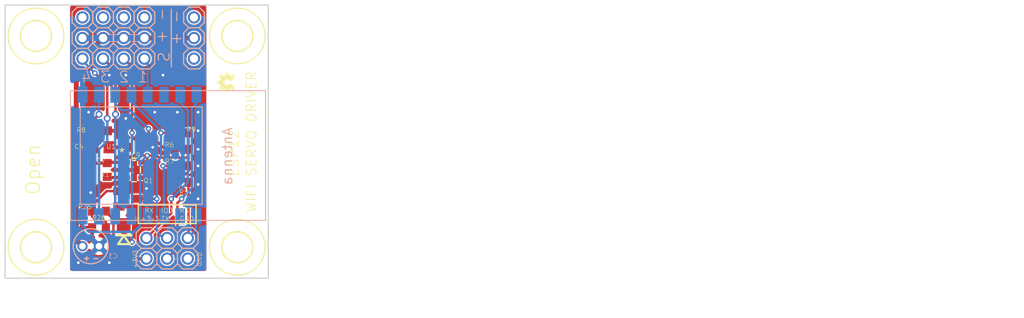
<source format=kicad_pcb>
(kicad_pcb (version 20171130) (host pcbnew "(5.0.0)")

  (general
    (thickness 1.6)
    (drawings 29)
    (tracks 169)
    (zones 0)
    (modules 30)
    (nets 24)
  )

  (page A4)
  (layers
    (0 Top signal)
    (31 Bottom signal)
    (32 B.Adhes user)
    (33 F.Adhes user)
    (34 B.Paste user)
    (35 F.Paste user)
    (36 B.SilkS user)
    (37 F.SilkS user)
    (38 B.Mask user)
    (39 F.Mask user)
    (40 Dwgs.User user)
    (41 Cmts.User user)
    (42 Eco1.User user)
    (43 Eco2.User user)
    (44 Edge.Cuts user)
    (45 Margin user)
    (46 B.CrtYd user)
    (47 F.CrtYd user)
    (48 B.Fab user)
    (49 F.Fab user)
  )

  (setup
    (last_trace_width 0.25)
    (user_trace_width 0.3048)
    (user_trace_width 0.8128)
    (trace_clearance 0.1524)
    (zone_clearance 0)
    (zone_45_only no)
    (trace_min 0.1524)
    (segment_width 0.2)
    (edge_width 0.15)
    (via_size 0.8)
    (via_drill 0.4)
    (via_min_size 0.4)
    (via_min_drill 0.3)
    (uvia_size 0.3)
    (uvia_drill 0.1)
    (uvias_allowed no)
    (uvia_min_size 0.2)
    (uvia_min_drill 0.1)
    (pcb_text_width 0.3)
    (pcb_text_size 1.5 1.5)
    (mod_edge_width 0.15)
    (mod_text_size 1 1)
    (mod_text_width 0.15)
    (pad_size 1 1.1)
    (pad_drill 0)
    (pad_to_mask_clearance 0.2)
    (aux_axis_origin 0 0)
    (visible_elements 7FFFFFFF)
    (pcbplotparams
      (layerselection 0x010fc_ffffffff)
      (usegerberextensions false)
      (usegerberattributes false)
      (usegerberadvancedattributes false)
      (creategerberjobfile false)
      (excludeedgelayer true)
      (linewidth 0.100000)
      (plotframeref false)
      (viasonmask false)
      (mode 1)
      (useauxorigin false)
      (hpglpennumber 1)
      (hpglpenspeed 20)
      (hpglpendiameter 15.000000)
      (psnegative false)
      (psa4output false)
      (plotreference true)
      (plotvalue true)
      (plotinvisibletext false)
      (padsonsilk false)
      (subtractmaskfromsilk false)
      (outputformat 1)
      (mirror false)
      (drillshape 1)
      (scaleselection 1)
      (outputdirectory ""))
  )

  (net 0 "")
  (net 1 GND)
  (net 2 +3V3)
  (net 3 VCC)
  (net 4 /RESET)
  (net 5 /GPIO2)
  (net 6 /CH_PD)
  (net 7 /GPIO15)
  (net 8 /GPIO0)
  (net 9 "Net-(U1-Pad4)")
  (net 10 "Net-(R17-Pad1)")
  (net 11 /GPIO5)
  (net 12 /GPIO14)
  (net 13 /GPIO12)
  (net 14 /GPIO13)
  (net 15 /P3V3)
  (net 16 "Net-(Q1-Pad1)")
  (net 17 "Net-(JP9-Pad2)")
  (net 18 "Net-(JP11-Pad1)")
  (net 19 /TXD)
  (net 20 /RXD)
  (net 21 /GPIO4)
  (net 22 /GPIO16)
  (net 23 /ADC)

  (net_class Default "This is the default net class."
    (clearance 0.1524)
    (trace_width 0.25)
    (via_dia 0.8)
    (via_drill 0.4)
    (uvia_dia 0.3)
    (uvia_drill 0.1)
    (add_net +3V3)
    (add_net /ADC)
    (add_net /CH_PD)
    (add_net /GPIO0)
    (add_net /GPIO12)
    (add_net /GPIO13)
    (add_net /GPIO14)
    (add_net /GPIO15)
    (add_net /GPIO16)
    (add_net /GPIO2)
    (add_net /GPIO4)
    (add_net /GPIO5)
    (add_net /P3V3)
    (add_net /RESET)
    (add_net /RXD)
    (add_net /TXD)
    (add_net GND)
    (add_net "Net-(JP11-Pad1)")
    (add_net "Net-(JP9-Pad2)")
    (add_net "Net-(Q1-Pad1)")
    (add_net "Net-(R17-Pad1)")
    (add_net "Net-(U1-Pad4)")
    (add_net VCC)
  )

  (module ESP12E.3:C0805 (layer Top) (tedit 0) (tstamp 5C041C4A)
    (at 144.1196 105.7021)
    (descr <b>CAPACITOR</b><p>)
    (path /F2F2F93C)
    (attr smd)
    (fp_text reference C4 (at -1.27 -1.27) (layer F.SilkS) hide
      (effects (font (size 1.2065 1.2065) (thickness 0.1016)) (justify left bottom))
    )
    (fp_text value 4.7uF (at -1.27 2.54) (layer F.Fab) hide
      (effects (font (size 1.2065 1.2065) (thickness 0.1016)) (justify left bottom))
    )
    (fp_poly (pts (xy -0.1001 0.4001) (xy 0.1001 0.4001) (xy 0.1001 -0.4001) (xy -0.1001 -0.4001)) (layer F.Adhes) (width 0))
    (fp_poly (pts (xy 0.3556 0.7239) (xy 1.1057 0.7239) (xy 1.1057 -0.7262) (xy 0.3556 -0.7262)) (layer F.Fab) (width 0))
    (fp_poly (pts (xy -1.0922 0.7239) (xy -0.3421 0.7239) (xy -0.3421 -0.7262) (xy -1.0922 -0.7262)) (layer F.Fab) (width 0))
    (fp_line (start 1.973 -0.983) (end 1.973 0.983) (layer Dwgs.User) (width 0.0508))
    (fp_line (start -0.356 0.66) (end 0.381 0.66) (layer F.Fab) (width 0.1016))
    (fp_line (start -0.381 -0.66) (end 0.381 -0.66) (layer F.Fab) (width 0.1016))
    (fp_line (start -1.973 0.983) (end -1.973 -0.983) (layer Dwgs.User) (width 0.0508))
    (fp_line (start 1.973 0.983) (end -1.973 0.983) (layer Dwgs.User) (width 0.0508))
    (fp_line (start -1.973 -0.983) (end 1.973 -0.983) (layer Dwgs.User) (width 0.0508))
    (pad 2 smd rect (at 0.95 0) (size 1.3 1.5) (layers Top F.Paste F.Mask)
      (net 1 GND) (solder_mask_margin 0.0762))
    (pad 1 smd rect (at -0.95 0) (size 1.3 1.5) (layers Top F.Paste F.Mask)
      (net 3 VCC) (solder_mask_margin 0.0762))
  )

  (module ESP12E.3:ESP-12 (layer Bottom) (tedit 0) (tstamp 5C041C58)
    (at 151.3586 106.7181 90)
    (path /8679BB61)
    (attr smd)
    (fp_text reference X1 (at -5 -12 90) (layer B.SilkS) hide
      (effects (font (size 1.35128 1.35128) (thickness 0.170688)) (justify mirror))
    )
    (fp_text value ESP-12 (at 4.5 -12 90) (layer B.Fab)
      (effects (font (size 1.35128 1.35128) (thickness 0.162153)) (justify left bottom mirror))
    )
    (fp_poly (pts (xy -8 6) (xy 8 6) (xy 8 13) (xy -8 13)) (layer Dwgs.User) (width 0))
    (fp_poly (pts (xy -8 6) (xy 8 6) (xy 8 13) (xy -8 13)) (layer Dwgs.User) (width 0))
    (fp_text user Antenna (at -0.1 8.3 90) (layer B.SilkS)
      (effects (font (size 1.2065 1.2065) (thickness 0.1524)) (justify mirror))
    )
    (fp_line (start -6 -9.8) (end -6 5.2) (layer B.SilkS) (width 0.127))
    (fp_line (start 6 -9.8) (end -6 -9.8) (layer B.SilkS) (width 0.127))
    (fp_line (start 6 5.2) (end 6 -9.8) (layer B.SilkS) (width 0.127))
    (fp_line (start -6 5.2) (end 6 5.2) (layer B.SilkS) (width 0.127))
    (fp_line (start -8 -11) (end -8 13) (layer B.SilkS) (width 0.127))
    (fp_line (start 8 -11) (end -8 -11) (layer B.SilkS) (width 0.127))
    (fp_line (start 8 13) (end 8 -11) (layer B.SilkS) (width 0.127))
    (fp_line (start -8 13) (end 8 13) (layer B.SilkS) (width 0.127))
    (pad 16 smd rect (at 7.5 4.5 90) (size 2 1.2) (layers Bottom B.Paste B.Mask)
      (net 19 /TXD) (solder_mask_margin 0.0762))
    (pad 15 smd rect (at 7.5 2.5 90) (size 2 1.2) (layers Bottom B.Paste B.Mask)
      (net 20 /RXD) (solder_mask_margin 0.0762))
    (pad 14 smd rect (at 7.5 0.5 90) (size 2 1.2) (layers Bottom B.Paste B.Mask)
      (net 21 /GPIO4) (solder_mask_margin 0.0762))
    (pad 13 smd rect (at 7.5 -1.5 90) (size 2 1.2) (layers Bottom B.Paste B.Mask)
      (net 11 /GPIO5) (solder_mask_margin 0.0762))
    (pad 12 smd rect (at 7.5 -3.5 90) (size 2 1.2) (layers Bottom B.Paste B.Mask)
      (net 8 /GPIO0) (solder_mask_margin 0.0762))
    (pad 11 smd rect (at 7.5 -5.5 90) (size 2 1.2) (layers Bottom B.Paste B.Mask)
      (net 5 /GPIO2) (solder_mask_margin 0.0762))
    (pad 10 smd rect (at 7.5 -7.5 90) (size 2 1.2) (layers Bottom B.Paste B.Mask)
      (net 7 /GPIO15) (solder_mask_margin 0.0762))
    (pad 9 smd rect (at 7.5 -9.5 90) (size 2 1.2) (layers Bottom B.Paste B.Mask)
      (net 1 GND) (solder_mask_margin 0.0762))
    (pad 8 smd rect (at -7.5 -9.5 90) (size 2 1.2) (layers Bottom B.Paste B.Mask)
      (net 2 +3V3) (solder_mask_margin 0.0762))
    (pad 7 smd rect (at -7.5 -7.5 90) (size 2 1.2) (layers Bottom B.Paste B.Mask)
      (net 14 /GPIO13) (solder_mask_margin 0.0762))
    (pad 6 smd rect (at -7.5 -5.5 90) (size 2 1.2) (layers Bottom B.Paste B.Mask)
      (net 13 /GPIO12) (solder_mask_margin 0.0762))
    (pad 5 smd rect (at -7.5 -3.5 90) (size 2 1.2) (layers Bottom B.Paste B.Mask)
      (net 12 /GPIO14) (solder_mask_margin 0.0762))
    (pad 4 smd rect (at -7.5 -1.5 90) (size 2 1.2) (layers Bottom B.Paste B.Mask)
      (net 22 /GPIO16) (solder_mask_margin 0.0762))
    (pad 3 smd rect (at -7.5 0.5 90) (size 2 1.2) (layers Bottom B.Paste B.Mask)
      (net 6 /CH_PD) (solder_mask_margin 0.0762))
    (pad 2 smd rect (at -7.5 2.5 90) (size 2 1.2) (layers Bottom B.Paste B.Mask)
      (net 23 /ADC) (solder_mask_margin 0.0762))
    (pad 1 smd rect (at -7.5 4.5 90) (size 2 1.2) (layers Bottom B.Paste B.Mask)
      (net 4 /RESET) (solder_mask_margin 0.0762))
  )

  (module ESP12E.3:R0603 (layer Top) (tedit 0) (tstamp 5C041C76)
    (at 154.0256 110.0201 180)
    (descr "<b>RESISTOR</b><p>\nchip")
    (path /C1449B59)
    (attr smd)
    (fp_text reference R5 (at -0.889 -0.889) (layer F.SilkS)
      (effects (font (size 0.57912 0.57912) (thickness 0.046329)) (justify right top))
    )
    (fp_text value 10k (at -0.889 2.032 180) (layer F.Fab) hide
      (effects (font (size 1.2065 1.2065) (thickness 0.1016)) (justify right top))
    )
    (fp_poly (pts (xy -0.1999 0.4001) (xy 0.1999 0.4001) (xy 0.1999 -0.4001) (xy -0.1999 -0.4001)) (layer F.Adhes) (width 0))
    (fp_poly (pts (xy -0.8382 0.4318) (xy -0.4318 0.4318) (xy -0.4318 -0.4318) (xy -0.8382 -0.4318)) (layer F.Fab) (width 0))
    (fp_poly (pts (xy 0.4318 0.4318) (xy 0.8382 0.4318) (xy 0.8382 -0.4318) (xy 0.4318 -0.4318)) (layer F.Fab) (width 0))
    (fp_line (start -1.473 0.983) (end -1.473 -0.983) (layer Dwgs.User) (width 0.0508))
    (fp_line (start 1.473 0.983) (end -1.473 0.983) (layer Dwgs.User) (width 0.0508))
    (fp_line (start 1.473 -0.983) (end 1.473 0.983) (layer Dwgs.User) (width 0.0508))
    (fp_line (start -1.473 -0.983) (end 1.473 -0.983) (layer Dwgs.User) (width 0.0508))
    (fp_line (start 0.432 -0.356) (end -0.432 -0.356) (layer F.Fab) (width 0.1524))
    (fp_line (start -0.432 0.356) (end 0.432 0.356) (layer F.Fab) (width 0.1524))
    (pad 2 smd rect (at 0.85 0 180) (size 1 1.1) (layers Top F.Paste F.Mask)
      (net 2 +3V3) (solder_mask_margin 0.0762))
    (pad 1 smd rect (at -0.85 0 180) (size 1 1.1) (layers Top F.Paste F.Mask)
      (net 4 /RESET) (solder_mask_margin 0.0762))
  )

  (module ESP12E.3:R0603 (layer Top) (tedit 0) (tstamp 5C041C84)
    (at 154.0256 105.9561)
    (descr "<b>RESISTOR</b><p>\nchip")
    (path /1047F363)
    (attr smd)
    (fp_text reference R6 (at -0.889 -0.889) (layer F.SilkS)
      (effects (font (size 0.57912 0.57912) (thickness 0.046329)) (justify right top))
    )
    (fp_text value 10k (at -0.889 2.032) (layer F.Fab) hide
      (effects (font (size 1.2065 1.2065) (thickness 0.1016)) (justify left bottom))
    )
    (fp_poly (pts (xy -0.1999 0.4001) (xy 0.1999 0.4001) (xy 0.1999 -0.4001) (xy -0.1999 -0.4001)) (layer F.Adhes) (width 0))
    (fp_poly (pts (xy -0.8382 0.4318) (xy -0.4318 0.4318) (xy -0.4318 -0.4318) (xy -0.8382 -0.4318)) (layer F.Fab) (width 0))
    (fp_poly (pts (xy 0.4318 0.4318) (xy 0.8382 0.4318) (xy 0.8382 -0.4318) (xy 0.4318 -0.4318)) (layer F.Fab) (width 0))
    (fp_line (start -1.473 0.983) (end -1.473 -0.983) (layer Dwgs.User) (width 0.0508))
    (fp_line (start 1.473 0.983) (end -1.473 0.983) (layer Dwgs.User) (width 0.0508))
    (fp_line (start 1.473 -0.983) (end 1.473 0.983) (layer Dwgs.User) (width 0.0508))
    (fp_line (start -1.473 -0.983) (end 1.473 -0.983) (layer Dwgs.User) (width 0.0508))
    (fp_line (start 0.432 -0.356) (end -0.432 -0.356) (layer F.Fab) (width 0.1524))
    (fp_line (start -0.432 0.356) (end 0.432 0.356) (layer F.Fab) (width 0.1524))
    (pad 2 smd rect (at 0.85 0) (size 1 1.1) (layers Top F.Paste F.Mask)
      (net 2 +3V3) (solder_mask_margin 0.0762))
    (pad 1 smd rect (at -0.85 0) (size 1 1.1) (layers Top F.Paste F.Mask)
      (net 5 /GPIO2) (solder_mask_margin 0.0762))
  )

  (module ESP12E.3:R0603 (layer Top) (tedit 0) (tstamp 5C041C92)
    (at 154.0256 107.9881)
    (descr "<b>RESISTOR</b><p>\nchip")
    (path /EDDA057D)
    (attr smd)
    (fp_text reference R7 (at -0.889 -0.889) (layer F.SilkS)
      (effects (font (size 0.57912 0.57912) (thickness 0.046329)) (justify right top))
    )
    (fp_text value 10k (at -0.889 2.032) (layer F.Fab) hide
      (effects (font (size 1.2065 1.2065) (thickness 0.1016)) (justify left bottom))
    )
    (fp_poly (pts (xy -0.1999 0.4001) (xy 0.1999 0.4001) (xy 0.1999 -0.4001) (xy -0.1999 -0.4001)) (layer F.Adhes) (width 0))
    (fp_poly (pts (xy -0.8382 0.4318) (xy -0.4318 0.4318) (xy -0.4318 -0.4318) (xy -0.8382 -0.4318)) (layer F.Fab) (width 0))
    (fp_poly (pts (xy 0.4318 0.4318) (xy 0.8382 0.4318) (xy 0.8382 -0.4318) (xy 0.4318 -0.4318)) (layer F.Fab) (width 0))
    (fp_line (start -1.473 0.983) (end -1.473 -0.983) (layer Dwgs.User) (width 0.0508))
    (fp_line (start 1.473 0.983) (end -1.473 0.983) (layer Dwgs.User) (width 0.0508))
    (fp_line (start 1.473 -0.983) (end 1.473 0.983) (layer Dwgs.User) (width 0.0508))
    (fp_line (start -1.473 -0.983) (end 1.473 -0.983) (layer Dwgs.User) (width 0.0508))
    (fp_line (start 0.432 -0.356) (end -0.432 -0.356) (layer F.Fab) (width 0.1524))
    (fp_line (start -0.432 0.356) (end 0.432 0.356) (layer F.Fab) (width 0.1524))
    (pad 2 smd rect (at 0.85 0) (size 1 1.1) (layers Top F.Paste F.Mask)
      (net 2 +3V3) (solder_mask_margin 0.0762))
    (pad 1 smd rect (at -0.85 0) (size 1 1.1) (layers Top F.Paste F.Mask)
      (net 6 /CH_PD) (solder_mask_margin 0.0762))
  )

  (module ESP12E.3:R0603 (layer Top) (tedit 5C042CE1) (tstamp 5C041CA0)
    (at 144.1196 103.6701 180)
    (descr "<b>RESISTOR</b><p>\nchip")
    (path /3097C624)
    (attr smd)
    (fp_text reference R8 (at -0.889 -0.889 180) (layer F.SilkS) hide
      (effects (font (size 1.2065 1.2065) (thickness 0.1016)) (justify right top))
    )
    (fp_text value 10k (at -0.889 2.032 180) (layer F.Fab) hide
      (effects (font (size 1.2065 1.2065) (thickness 0.1016)) (justify right top))
    )
    (fp_poly (pts (xy -0.1999 0.4001) (xy 0.1999 0.4001) (xy 0.1999 -0.4001) (xy -0.1999 -0.4001)) (layer F.Adhes) (width 0))
    (fp_poly (pts (xy -0.8382 0.4318) (xy -0.4318 0.4318) (xy -0.4318 -0.4318) (xy -0.8382 -0.4318)) (layer F.Fab) (width 0))
    (fp_poly (pts (xy 0.4318 0.4318) (xy 0.8382 0.4318) (xy 0.8382 -0.4318) (xy 0.4318 -0.4318)) (layer F.Fab) (width 0))
    (fp_line (start -1.473 0.983) (end -1.473 -0.983) (layer Dwgs.User) (width 0.0508))
    (fp_line (start 1.473 0.983) (end -1.473 0.983) (layer Dwgs.User) (width 0.0508))
    (fp_line (start 1.473 -0.983) (end 1.473 0.983) (layer Dwgs.User) (width 0.0508))
    (fp_line (start -1.473 -0.983) (end 1.473 -0.983) (layer Dwgs.User) (width 0.0508))
    (fp_line (start 0.432 -0.356) (end -0.432 -0.356) (layer F.Fab) (width 0.1524))
    (fp_line (start -0.432 0.356) (end 0.432 0.356) (layer F.Fab) (width 0.1524))
    (pad 2 smd rect (at 0.85 0 180) (size 1 1.1) (layers Top F.Paste F.Mask)
      (net 7 /GPIO15) (solder_mask_margin 0.0762))
    (pad 1 smd rect (at -0.85 0 180) (size 1 1.1) (layers Top F.Paste F.Mask)
      (net 1 GND) (solder_mask_margin 0.0762))
  )

  (module ESP12E.3:R0603 (layer Top) (tedit 0) (tstamp 5C041CAE)
    (at 154.0256 103.9241)
    (descr "<b>RESISTOR</b><p>\nchip")
    (path /22FF1DF3)
    (attr smd)
    (fp_text reference R9 (at -0.889 -0.889) (layer F.SilkS) hide
      (effects (font (size 1.2065 1.2065) (thickness 0.1016)) (justify left bottom))
    )
    (fp_text value 10k (at -0.889 2.032) (layer F.Fab) hide
      (effects (font (size 1.2065 1.2065) (thickness 0.1016)) (justify left bottom))
    )
    (fp_poly (pts (xy -0.1999 0.4001) (xy 0.1999 0.4001) (xy 0.1999 -0.4001) (xy -0.1999 -0.4001)) (layer F.Adhes) (width 0))
    (fp_poly (pts (xy -0.8382 0.4318) (xy -0.4318 0.4318) (xy -0.4318 -0.4318) (xy -0.8382 -0.4318)) (layer F.Fab) (width 0))
    (fp_poly (pts (xy 0.4318 0.4318) (xy 0.8382 0.4318) (xy 0.8382 -0.4318) (xy 0.4318 -0.4318)) (layer F.Fab) (width 0))
    (fp_line (start -1.473 0.983) (end -1.473 -0.983) (layer Dwgs.User) (width 0.0508))
    (fp_line (start 1.473 0.983) (end -1.473 0.983) (layer Dwgs.User) (width 0.0508))
    (fp_line (start 1.473 -0.983) (end 1.473 0.983) (layer Dwgs.User) (width 0.0508))
    (fp_line (start -1.473 -0.983) (end 1.473 -0.983) (layer Dwgs.User) (width 0.0508))
    (fp_line (start 0.432 -0.356) (end -0.432 -0.356) (layer F.Fab) (width 0.1524))
    (fp_line (start -0.432 0.356) (end 0.432 0.356) (layer F.Fab) (width 0.1524))
    (pad 2 smd rect (at 0.85 0) (size 1 1.1) (layers Top F.Paste F.Mask)
      (net 2 +3V3) (solder_mask_margin 0.0762))
    (pad 1 smd rect (at -0.85 0) (size 1 1.1) (layers Top F.Paste F.Mask)
      (net 8 /GPIO0) (solder_mask_margin 0.0762))
  )

  (module ESP12E.3:SOT95P280X145-5N (layer Top) (tedit 0) (tstamp 5C041CBC)
    (at 148.1836 108.4961)
    (path /94FABF20)
    (attr smd)
    (fp_text reference U1 (at -3.4544 -2.54) (layer F.SilkS)
      (effects (font (size 0.57912 0.57912) (thickness 0.057912)) (justify left bottom))
    )
    (fp_text value SPX3819M5-L-3-3 (at -3.4544 4.445) (layer F.Fab) hide
      (effects (font (size 1.97866 1.97866) (thickness 0.20828)) (justify left bottom))
    )
    (fp_text user * (at -2.0066 -1.3716) (layer F.Fab)
      (effects (font (size 1.2065 1.2065) (thickness 0.0762)) (justify left bottom))
    )
    (fp_text user * (at -2.0066 -1.3716) (layer F.Fab)
      (effects (font (size 1.2065 1.2065) (thickness 0.0762)) (justify left bottom))
    )
    (fp_arc (start 0 -1.4478) (end 0.3048 -1.4478) (angle 180) (layer F.Fab) (width 0))
    (fp_arc (start 0 -1.4478) (end 0.3048 -1.4478) (angle 180) (layer F.Fab) (width 0))
    (fp_line (start 1.397 -1.1938) (end 0.7874 -1.1938) (layer F.Fab) (width 0))
    (fp_line (start 1.397 -0.7112) (end 1.397 -1.1938) (layer F.Fab) (width 0))
    (fp_line (start 0.7874 -0.7112) (end 1.397 -0.7112) (layer F.Fab) (width 0))
    (fp_line (start 0.7874 -1.1938) (end 0.7874 -0.7112) (layer F.Fab) (width 0))
    (fp_line (start 1.397 0.7112) (end 0.7874 0.7112) (layer F.Fab) (width 0))
    (fp_line (start 1.397 1.1938) (end 1.397 0.7112) (layer F.Fab) (width 0))
    (fp_line (start 0.7874 1.1938) (end 1.397 1.1938) (layer F.Fab) (width 0))
    (fp_line (start 0.7874 0.7112) (end 0.7874 1.1938) (layer F.Fab) (width 0))
    (fp_line (start -1.397 1.1938) (end -0.7874 1.1938) (layer F.Fab) (width 0))
    (fp_line (start -1.397 0.7112) (end -1.397 1.1938) (layer F.Fab) (width 0))
    (fp_line (start -0.7874 0.7112) (end -1.397 0.7112) (layer F.Fab) (width 0))
    (fp_line (start -0.7874 1.1938) (end -0.7874 0.7112) (layer F.Fab) (width 0))
    (fp_line (start -1.397 0.254) (end -0.7874 0.254) (layer F.Fab) (width 0))
    (fp_line (start -1.397 -0.254) (end -1.397 0.254) (layer F.Fab) (width 0))
    (fp_line (start -0.7874 -0.254) (end -1.397 -0.254) (layer F.Fab) (width 0))
    (fp_line (start -0.7874 0.254) (end -0.7874 -0.254) (layer F.Fab) (width 0))
    (fp_line (start -1.397 -0.7112) (end -0.7874 -0.7112) (layer F.Fab) (width 0))
    (fp_line (start -1.397 -1.1938) (end -1.397 -0.7112) (layer F.Fab) (width 0))
    (fp_line (start -0.7874 -1.1938) (end -1.397 -1.1938) (layer F.Fab) (width 0))
    (fp_line (start -0.7874 -0.7112) (end -0.7874 -1.1938) (layer F.Fab) (width 0))
    (fp_line (start -0.3048 -1.4478) (end -0.7874 -1.4478) (layer F.Fab) (width 0))
    (fp_line (start 0.3048 -1.4478) (end -0.3048 -1.4478) (layer F.Fab) (width 0))
    (fp_line (start 0.7874 -1.4478) (end 0.3048 -1.4478) (layer F.Fab) (width 0))
    (fp_line (start 0.7874 0.7112) (end 0.7874 -0.7112) (layer F.Fab) (width 0))
    (fp_line (start -0.7874 1.4478) (end 0.7874 1.4478) (layer F.Fab) (width 0))
    (fp_line (start 0.7874 -1.4478) (end 0.7874 -1.1938) (layer F.Fab) (width 0))
    (fp_line (start -0.7874 1.4478) (end -0.7874 1.1938) (layer F.Fab) (width 0))
    (fp_line (start -0.7874 0.254) (end -0.7874 0.7112) (layer F.Fab) (width 0))
    (fp_line (start -0.7874 -0.7112) (end -0.7874 -0.254) (layer F.Fab) (width 0))
    (fp_line (start -0.7874 -1.4478) (end -0.7874 -1.1938) (layer F.Fab) (width 0))
    (fp_line (start 0.7874 1.4478) (end 0.7874 1.1938) (layer F.Fab) (width 0))
    (fp_text user * (at -2.0066 -1.3716) (layer F.SilkS)
      (effects (font (size 1.2065 1.2065) (thickness 0.0762)) (justify left bottom))
    )
    (fp_text user * (at -2.0066 -1.3716) (layer F.SilkS)
      (effects (font (size 1.2065 1.2065) (thickness 0.0762)) (justify left bottom))
    )
    (fp_arc (start 0 -1.446773) (end 0.1778 -1.2192) (angle 76) (layer F.SilkS) (width 0.1524))
    (fp_arc (start 0 -1.446773) (end 0.1778 -1.2192) (angle 76) (layer F.SilkS) (width 0.1524))
    (fp_line (start 0.2794 -1.4478) (end -0.2794 -1.4478) (layer F.SilkS) (width 0.1524))
    (fp_line (start 0.7874 0.3302) (end 0.7874 -0.3302) (layer F.SilkS) (width 0.1524))
    (fp_line (start -0.2794 1.4478) (end 0.2794 1.4478) (layer F.SilkS) (width 0.1524))
    (pad 5 smd rect (at 1.1684 -0.9398) (size 1.3208 0.5588) (layers Top F.Paste F.Mask)
      (net 2 +3V3) (solder_mask_margin 0.0762))
    (pad 4 smd rect (at 1.1684 0.9398) (size 1.3208 0.5588) (layers Top F.Paste F.Mask)
      (net 9 "Net-(U1-Pad4)") (solder_mask_margin 0.0762))
    (pad 3 smd rect (at -1.1684 0.9398) (size 1.3208 0.5588) (layers Top F.Paste F.Mask)
      (net 10 "Net-(R17-Pad1)") (solder_mask_margin 0.0762))
    (pad 2 smd rect (at -1.1684 0) (size 1.3208 0.5588) (layers Top F.Paste F.Mask)
      (net 1 GND) (solder_mask_margin 0.0762))
    (pad 1 smd rect (at -1.1684 -0.9398) (size 1.3208 0.5588) (layers Top F.Paste F.Mask)
      (net 3 VCC) (solder_mask_margin 0.0762))
  )

  (module ESP12E.3:R0603 (layer Top) (tedit 0) (tstamp 5C041CEE)
    (at 144.8816 108.4961 90)
    (descr "<b>RESISTOR</b><p>\nchip")
    (path /AC3F9421)
    (attr smd)
    (fp_text reference R17 (at -0.889 -0.889) (layer F.SilkS)
      (effects (font (size 0.57912 0.57912) (thickness 0.046329)) (justify left bottom))
    )
    (fp_text value 10k (at -0.889 2.032 90) (layer F.Fab) hide
      (effects (font (size 1.2065 1.2065) (thickness 0.1016)) (justify left bottom))
    )
    (fp_poly (pts (xy -0.1999 0.4001) (xy 0.1999 0.4001) (xy 0.1999 -0.4001) (xy -0.1999 -0.4001)) (layer F.Adhes) (width 0))
    (fp_poly (pts (xy -0.8382 0.4318) (xy -0.4318 0.4318) (xy -0.4318 -0.4318) (xy -0.8382 -0.4318)) (layer F.Fab) (width 0))
    (fp_poly (pts (xy 0.4318 0.4318) (xy 0.8382 0.4318) (xy 0.8382 -0.4318) (xy 0.4318 -0.4318)) (layer F.Fab) (width 0))
    (fp_line (start -1.473 0.983) (end -1.473 -0.983) (layer Dwgs.User) (width 0.0508))
    (fp_line (start 1.473 0.983) (end -1.473 0.983) (layer Dwgs.User) (width 0.0508))
    (fp_line (start 1.473 -0.983) (end 1.473 0.983) (layer Dwgs.User) (width 0.0508))
    (fp_line (start -1.473 -0.983) (end 1.473 -0.983) (layer Dwgs.User) (width 0.0508))
    (fp_line (start 0.432 -0.356) (end -0.432 -0.356) (layer F.Fab) (width 0.1524))
    (fp_line (start -0.432 0.356) (end 0.432 0.356) (layer F.Fab) (width 0.1524))
    (pad 2 smd rect (at 0.85 0 90) (size 1 1.1) (layers Top F.Paste F.Mask)
      (net 3 VCC) (solder_mask_margin 0.0762))
    (pad 1 smd rect (at -0.85 0 90) (size 1 1.1) (layers Top F.Paste F.Mask)
      (net 10 "Net-(R17-Pad1)") (solder_mask_margin 0.0762))
  )

  (module ESP12E.3:C0603K (layer Top) (tedit 0) (tstamp 5C041CFC)
    (at 142.8496 108.4961 270)
    (descr "<b>Ceramic Chip Capacitor KEMET 0603 Reflow solder</b><p>\nMetric Code Size 1608")
    (path /8AD01514)
    (attr smd)
    (fp_text reference C7 (at -0.8 -0.65) (layer F.SilkS)
      (effects (font (size 0.57912 0.57912) (thickness 0.046329)) (justify left bottom))
    )
    (fp_text value 10uF (at -0.8 1.65 270) (layer F.Fab) hide
      (effects (font (size 0.9652 0.9652) (thickness 0.08128)) (justify right top))
    )
    (fp_poly (pts (xy 0.45 0.4) (xy 0.8 0.4) (xy 0.8 -0.4) (xy 0.45 -0.4)) (layer F.Fab) (width 0))
    (fp_poly (pts (xy -0.8 0.4) (xy -0.45 0.4) (xy -0.45 -0.4) (xy -0.8 -0.4)) (layer F.Fab) (width 0))
    (fp_line (start 0.725 0.35) (end -0.725 0.35) (layer F.Fab) (width 0.1016))
    (fp_line (start -0.725 -0.35) (end 0.725 -0.35) (layer F.Fab) (width 0.1016))
    (pad 2 smd rect (at 0.875 0 270) (size 1.05 1.08) (layers Top F.Paste F.Mask)
      (net 1 GND) (solder_mask_margin 0.0762))
    (pad 1 smd rect (at -0.875 0 270) (size 1.05 1.08) (layers Top F.Paste F.Mask)
      (net 3 VCC) (solder_mask_margin 0.0762))
  )

  (module ESP12E.3:C0603K (layer Top) (tedit 0) (tstamp 5C041D05)
    (at 148.1836 105.7021 180)
    (descr "<b>Ceramic Chip Capacitor KEMET 0603 Reflow solder</b><p>\nMetric Code Size 1608")
    (path /BE642B3C)
    (attr smd)
    (fp_text reference C9 (at -0.8 -0.65) (layer F.SilkS)
      (effects (font (size 0.57912 0.57912) (thickness 0.046329)) (justify right top))
    )
    (fp_text value 10uF (at -0.8 1.65 180) (layer F.Fab) hide
      (effects (font (size 0.9652 0.9652) (thickness 0.08128)) (justify right top))
    )
    (fp_poly (pts (xy 0.45 0.4) (xy 0.8 0.4) (xy 0.8 -0.4) (xy 0.45 -0.4)) (layer F.Fab) (width 0))
    (fp_poly (pts (xy -0.8 0.4) (xy -0.45 0.4) (xy -0.45 -0.4) (xy -0.8 -0.4)) (layer F.Fab) (width 0))
    (fp_line (start 0.725 0.35) (end -0.725 0.35) (layer F.Fab) (width 0.1016))
    (fp_line (start -0.725 -0.35) (end 0.725 -0.35) (layer F.Fab) (width 0.1016))
    (pad 2 smd rect (at 0.875 0 180) (size 1.05 1.08) (layers Top F.Paste F.Mask)
      (net 1 GND) (solder_mask_margin 0.0762))
    (pad 1 smd rect (at -0.875 0 180) (size 1.05 1.08) (layers Top F.Paste F.Mask)
      (net 2 +3V3) (solder_mask_margin 0.0762))
  )

  (module ESP12E.3:FIDUCIAL_1MM (layer Bottom) (tedit 0) (tstamp 5C041D0E)
    (at 153.2636 106.7181 180)
    (path /6E1B97F5)
    (fp_text reference U$3 (at 0 0 180) (layer B.SilkS) hide
      (effects (font (size 1.27 1.27) (thickness 0.15)) (justify mirror))
    )
    (fp_text value FIDUCIAL (at 0 0 180) (layer B.SilkS) hide
      (effects (font (size 1.27 1.27) (thickness 0.15)) (justify mirror))
    )
    (fp_poly (pts (xy -1 0) (xy -0.974928 -0.222521) (xy -0.900969 -0.433884) (xy -0.781831 -0.62349)
      (xy -0.62349 -0.781831) (xy -0.433884 -0.900969) (xy 0 -1) (xy 0.222521 -0.974928)
      (xy 0.433884 -0.900969) (xy 0.62349 -0.781831) (xy 0.781831 -0.62349) (xy 0.900969 -0.433884)
      (xy 1 0) (xy 0.974928 0.222521) (xy 0.900969 0.433884) (xy 0.781831 0.62349)
      (xy 0.62349 0.781831) (xy 0.433884 0.900969) (xy 0 1) (xy -0.222521 0.974928)
      (xy -0.433884 0.900969) (xy -0.62349 0.781831) (xy -0.781831 0.62349) (xy -0.900969 0.433884)) (layer Dwgs.User) (width 0))
    (fp_poly (pts (xy -1 0) (xy -0.974928 -0.222521) (xy -0.900969 -0.433884) (xy -0.781831 -0.62349)
      (xy -0.62349 -0.781831) (xy -0.433884 -0.900969) (xy 0 -1) (xy 0.222521 -0.974928)
      (xy 0.433884 -0.900969) (xy 0.62349 -0.781831) (xy 0.781831 -0.62349) (xy 0.900969 -0.433884)
      (xy 1 0) (xy 0.974928 0.222521) (xy 0.900969 0.433884) (xy 0.781831 0.62349)
      (xy 0.62349 0.781831) (xy 0.433884 0.900969) (xy 0 1) (xy -0.222521 0.974928)
      (xy -0.433884 0.900969) (xy -0.62349 0.781831) (xy -0.781831 0.62349) (xy -0.900969 0.433884)) (layer B.Mask) (width 0))
    (pad 1 smd roundrect (at 0 0 180) (size 1 1) (layers Bottom B.Mask) (roundrect_rratio 0.5)
      (solder_mask_margin 0.0762))
  )

  (module ESP12E.3:FIDUCIAL_1MM (layer Top) (tedit 0) (tstamp 5C041D14)
    (at 152.7556 94.7801)
    (path /649D799B)
    (fp_text reference U$4 (at 0 0) (layer F.SilkS) hide
      (effects (font (size 1.27 1.27) (thickness 0.15)))
    )
    (fp_text value FIDUCIAL (at 0 0) (layer F.SilkS) hide
      (effects (font (size 1.27 1.27) (thickness 0.15)))
    )
    (fp_poly (pts (xy -1 0) (xy -0.974928 0.222521) (xy -0.900969 0.433884) (xy -0.781831 0.62349)
      (xy -0.62349 0.781831) (xy -0.433884 0.900969) (xy 0 1) (xy 0.222521 0.974928)
      (xy 0.433884 0.900969) (xy 0.62349 0.781831) (xy 0.781831 0.62349) (xy 0.900969 0.433884)
      (xy 1 0) (xy 0.974928 -0.222521) (xy 0.900969 -0.433884) (xy 0.781831 -0.62349)
      (xy 0.62349 -0.781831) (xy 0.433884 -0.900969) (xy 0 -1) (xy -0.222521 -0.974928)
      (xy -0.433884 -0.900969) (xy -0.62349 -0.781831) (xy -0.781831 -0.62349) (xy -0.900969 -0.433884)) (layer Dwgs.User) (width 0))
    (fp_poly (pts (xy -1 0) (xy -0.974928 0.222521) (xy -0.900969 0.433884) (xy -0.781831 0.62349)
      (xy -0.62349 0.781831) (xy -0.433884 0.900969) (xy 0 1) (xy 0.222521 0.974928)
      (xy 0.433884 0.900969) (xy 0.62349 0.781831) (xy 0.781831 0.62349) (xy 0.900969 0.433884)
      (xy 1 0) (xy 0.974928 -0.222521) (xy 0.900969 -0.433884) (xy 0.781831 -0.62349)
      (xy 0.62349 -0.781831) (xy 0.433884 -0.900969) (xy 0 -1) (xy -0.222521 -0.974928)
      (xy -0.433884 -0.900969) (xy -0.62349 -0.781831) (xy -0.781831 -0.62349) (xy -0.900969 -0.433884)) (layer F.Mask) (width 0))
    (pad 1 smd roundrect (at 0 0) (size 1 1) (layers Top F.Mask) (roundrect_rratio 0.5)
      (solder_mask_margin 0.0762))
  )

  (module ESP12E.3:1X03 (layer Bottom) (tedit 0) (tstamp 5C041D1A)
    (at 149.4536 92.2401 90)
    (descr "<b>PIN HEADER</b>")
    (path /0B60073D)
    (fp_text reference JP1 (at -3.8862 1.8288 90) (layer B.SilkS) hide
      (effects (font (size 1.2065 1.2065) (thickness 0.127)) (justify left bottom mirror))
    )
    (fp_text value PINHD-1X3 (at -3.81 -3.175 90) (layer B.Fab)
      (effects (font (size 1.2065 1.2065) (thickness 0.09652)) (justify left bottom mirror))
    )
    (fp_poly (pts (xy 2.286 -0.254) (xy 2.794 -0.254) (xy 2.794 0.254) (xy 2.286 0.254)) (layer B.Fab) (width 0))
    (fp_poly (pts (xy -2.794 -0.254) (xy -2.286 -0.254) (xy -2.286 0.254) (xy -2.794 0.254)) (layer B.Fab) (width 0))
    (fp_poly (pts (xy -0.254 -0.254) (xy 0.254 -0.254) (xy 0.254 0.254) (xy -0.254 0.254)) (layer B.Fab) (width 0))
    (fp_line (start 1.905 -1.27) (end 1.27 -0.635) (layer B.SilkS) (width 0.1524))
    (fp_line (start 3.175 -1.27) (end 1.905 -1.27) (layer B.SilkS) (width 0.1524))
    (fp_line (start 3.81 -0.635) (end 3.175 -1.27) (layer B.SilkS) (width 0.1524))
    (fp_line (start 3.81 0.635) (end 3.81 -0.635) (layer B.SilkS) (width 0.1524))
    (fp_line (start 3.175 1.27) (end 3.81 0.635) (layer B.SilkS) (width 0.1524))
    (fp_line (start 1.905 1.27) (end 3.175 1.27) (layer B.SilkS) (width 0.1524))
    (fp_line (start 1.27 0.635) (end 1.905 1.27) (layer B.SilkS) (width 0.1524))
    (fp_line (start -1.905 -1.27) (end -3.175 -1.27) (layer B.SilkS) (width 0.1524))
    (fp_line (start -3.81 -0.635) (end -3.175 -1.27) (layer B.SilkS) (width 0.1524))
    (fp_line (start -3.175 1.27) (end -3.81 0.635) (layer B.SilkS) (width 0.1524))
    (fp_line (start -3.81 0.635) (end -3.81 -0.635) (layer B.SilkS) (width 0.1524))
    (fp_line (start -0.635 -1.27) (end -1.27 -0.635) (layer B.SilkS) (width 0.1524))
    (fp_line (start 0.635 -1.27) (end -0.635 -1.27) (layer B.SilkS) (width 0.1524))
    (fp_line (start 1.27 -0.635) (end 0.635 -1.27) (layer B.SilkS) (width 0.1524))
    (fp_line (start 1.27 0.635) (end 1.27 -0.635) (layer B.SilkS) (width 0.1524))
    (fp_line (start 0.635 1.27) (end 1.27 0.635) (layer B.SilkS) (width 0.1524))
    (fp_line (start -0.635 1.27) (end 0.635 1.27) (layer B.SilkS) (width 0.1524))
    (fp_line (start -1.27 0.635) (end -0.635 1.27) (layer B.SilkS) (width 0.1524))
    (fp_line (start -1.27 -0.635) (end -1.905 -1.27) (layer B.SilkS) (width 0.1524))
    (fp_line (start -1.27 0.635) (end -1.27 -0.635) (layer B.SilkS) (width 0.1524))
    (fp_line (start -1.905 1.27) (end -1.27 0.635) (layer B.SilkS) (width 0.1524))
    (fp_line (start -3.175 1.27) (end -1.905 1.27) (layer B.SilkS) (width 0.1524))
    (pad 3 thru_hole circle (at 2.54 0) (size 1.524 1.524) (drill 1.016) (layers *.Cu *.Mask)
      (solder_mask_margin 0.0762))
    (pad 2 thru_hole circle (at 0 0) (size 1.524 1.524) (drill 1.016) (layers *.Cu *.Mask)
      (solder_mask_margin 0.0762))
    (pad 1 thru_hole circle (at -2.54 0) (size 1.524 1.524) (drill 1.016) (layers *.Cu *.Mask)
      (solder_mask_margin 0.0762))
  )

  (module ESP12E.3:1X03 (layer Bottom) (tedit 0) (tstamp 5C041D39)
    (at 146.9136 92.2401 90)
    (descr "<b>PIN HEADER</b>")
    (path /BAFA783C)
    (fp_text reference JP2 (at -3.8862 1.8288 90) (layer B.SilkS) hide
      (effects (font (size 1.2065 1.2065) (thickness 0.127)) (justify left bottom mirror))
    )
    (fp_text value PINHD-1X3 (at -3.81 -3.175 90) (layer B.Fab)
      (effects (font (size 1.2065 1.2065) (thickness 0.09652)) (justify left bottom mirror))
    )
    (fp_poly (pts (xy 2.286 -0.254) (xy 2.794 -0.254) (xy 2.794 0.254) (xy 2.286 0.254)) (layer B.Fab) (width 0))
    (fp_poly (pts (xy -2.794 -0.254) (xy -2.286 -0.254) (xy -2.286 0.254) (xy -2.794 0.254)) (layer B.Fab) (width 0))
    (fp_poly (pts (xy -0.254 -0.254) (xy 0.254 -0.254) (xy 0.254 0.254) (xy -0.254 0.254)) (layer B.Fab) (width 0))
    (fp_line (start 1.905 -1.27) (end 1.27 -0.635) (layer B.SilkS) (width 0.1524))
    (fp_line (start 3.175 -1.27) (end 1.905 -1.27) (layer B.SilkS) (width 0.1524))
    (fp_line (start 3.81 -0.635) (end 3.175 -1.27) (layer B.SilkS) (width 0.1524))
    (fp_line (start 3.81 0.635) (end 3.81 -0.635) (layer B.SilkS) (width 0.1524))
    (fp_line (start 3.175 1.27) (end 3.81 0.635) (layer B.SilkS) (width 0.1524))
    (fp_line (start 1.905 1.27) (end 3.175 1.27) (layer B.SilkS) (width 0.1524))
    (fp_line (start 1.27 0.635) (end 1.905 1.27) (layer B.SilkS) (width 0.1524))
    (fp_line (start -1.905 -1.27) (end -3.175 -1.27) (layer B.SilkS) (width 0.1524))
    (fp_line (start -3.81 -0.635) (end -3.175 -1.27) (layer B.SilkS) (width 0.1524))
    (fp_line (start -3.175 1.27) (end -3.81 0.635) (layer B.SilkS) (width 0.1524))
    (fp_line (start -3.81 0.635) (end -3.81 -0.635) (layer B.SilkS) (width 0.1524))
    (fp_line (start -0.635 -1.27) (end -1.27 -0.635) (layer B.SilkS) (width 0.1524))
    (fp_line (start 0.635 -1.27) (end -0.635 -1.27) (layer B.SilkS) (width 0.1524))
    (fp_line (start 1.27 -0.635) (end 0.635 -1.27) (layer B.SilkS) (width 0.1524))
    (fp_line (start 1.27 0.635) (end 1.27 -0.635) (layer B.SilkS) (width 0.1524))
    (fp_line (start 0.635 1.27) (end 1.27 0.635) (layer B.SilkS) (width 0.1524))
    (fp_line (start -0.635 1.27) (end 0.635 1.27) (layer B.SilkS) (width 0.1524))
    (fp_line (start -1.27 0.635) (end -0.635 1.27) (layer B.SilkS) (width 0.1524))
    (fp_line (start -1.27 -0.635) (end -1.905 -1.27) (layer B.SilkS) (width 0.1524))
    (fp_line (start -1.27 0.635) (end -1.27 -0.635) (layer B.SilkS) (width 0.1524))
    (fp_line (start -1.905 1.27) (end -1.27 0.635) (layer B.SilkS) (width 0.1524))
    (fp_line (start -3.175 1.27) (end -1.905 1.27) (layer B.SilkS) (width 0.1524))
    (pad 3 thru_hole circle (at 2.54 0) (size 1.524 1.524) (drill 1.016) (layers *.Cu *.Mask)
      (solder_mask_margin 0.0762))
    (pad 2 thru_hole circle (at 0 0) (size 1.524 1.524) (drill 1.016) (layers *.Cu *.Mask)
      (solder_mask_margin 0.0762))
    (pad 1 thru_hole circle (at -2.54 0) (size 1.524 1.524) (drill 1.016) (layers *.Cu *.Mask)
      (solder_mask_margin 0.0762))
  )

  (module ESP12E.3:1X03 (layer Bottom) (tedit 0) (tstamp 5C041D58)
    (at 144.3736 92.2401 90)
    (descr "<b>PIN HEADER</b>")
    (path /8182258E)
    (fp_text reference JP3 (at -3.8862 1.8288 90) (layer B.SilkS) hide
      (effects (font (size 1.2065 1.2065) (thickness 0.127)) (justify left bottom mirror))
    )
    (fp_text value PINHD-1X3 (at -3.81 -3.175 90) (layer B.Fab)
      (effects (font (size 1.2065 1.2065) (thickness 0.09652)) (justify left bottom mirror))
    )
    (fp_poly (pts (xy 2.286 -0.254) (xy 2.794 -0.254) (xy 2.794 0.254) (xy 2.286 0.254)) (layer B.Fab) (width 0))
    (fp_poly (pts (xy -2.794 -0.254) (xy -2.286 -0.254) (xy -2.286 0.254) (xy -2.794 0.254)) (layer B.Fab) (width 0))
    (fp_poly (pts (xy -0.254 -0.254) (xy 0.254 -0.254) (xy 0.254 0.254) (xy -0.254 0.254)) (layer B.Fab) (width 0))
    (fp_line (start 1.905 -1.27) (end 1.27 -0.635) (layer B.SilkS) (width 0.1524))
    (fp_line (start 3.175 -1.27) (end 1.905 -1.27) (layer B.SilkS) (width 0.1524))
    (fp_line (start 3.81 -0.635) (end 3.175 -1.27) (layer B.SilkS) (width 0.1524))
    (fp_line (start 3.81 0.635) (end 3.81 -0.635) (layer B.SilkS) (width 0.1524))
    (fp_line (start 3.175 1.27) (end 3.81 0.635) (layer B.SilkS) (width 0.1524))
    (fp_line (start 1.905 1.27) (end 3.175 1.27) (layer B.SilkS) (width 0.1524))
    (fp_line (start 1.27 0.635) (end 1.905 1.27) (layer B.SilkS) (width 0.1524))
    (fp_line (start -1.905 -1.27) (end -3.175 -1.27) (layer B.SilkS) (width 0.1524))
    (fp_line (start -3.81 -0.635) (end -3.175 -1.27) (layer B.SilkS) (width 0.1524))
    (fp_line (start -3.175 1.27) (end -3.81 0.635) (layer B.SilkS) (width 0.1524))
    (fp_line (start -3.81 0.635) (end -3.81 -0.635) (layer B.SilkS) (width 0.1524))
    (fp_line (start -0.635 -1.27) (end -1.27 -0.635) (layer B.SilkS) (width 0.1524))
    (fp_line (start 0.635 -1.27) (end -0.635 -1.27) (layer B.SilkS) (width 0.1524))
    (fp_line (start 1.27 -0.635) (end 0.635 -1.27) (layer B.SilkS) (width 0.1524))
    (fp_line (start 1.27 0.635) (end 1.27 -0.635) (layer B.SilkS) (width 0.1524))
    (fp_line (start 0.635 1.27) (end 1.27 0.635) (layer B.SilkS) (width 0.1524))
    (fp_line (start -0.635 1.27) (end 0.635 1.27) (layer B.SilkS) (width 0.1524))
    (fp_line (start -1.27 0.635) (end -0.635 1.27) (layer B.SilkS) (width 0.1524))
    (fp_line (start -1.27 -0.635) (end -1.905 -1.27) (layer B.SilkS) (width 0.1524))
    (fp_line (start -1.27 0.635) (end -1.27 -0.635) (layer B.SilkS) (width 0.1524))
    (fp_line (start -1.905 1.27) (end -1.27 0.635) (layer B.SilkS) (width 0.1524))
    (fp_line (start -3.175 1.27) (end -1.905 1.27) (layer B.SilkS) (width 0.1524))
    (pad 3 thru_hole circle (at 2.54 0) (size 1.524 1.524) (drill 1.016) (layers *.Cu *.Mask)
      (solder_mask_margin 0.0762))
    (pad 2 thru_hole circle (at 0 0) (size 1.524 1.524) (drill 1.016) (layers *.Cu *.Mask)
      (solder_mask_margin 0.0762))
    (pad 1 thru_hole circle (at -2.54 0) (size 1.524 1.524) (drill 1.016) (layers *.Cu *.Mask)
      (solder_mask_margin 0.0762))
  )

  (module ESP12E.3:1X03 (layer Bottom) (tedit 0) (tstamp 5C041D77)
    (at 141.8336 92.2401 90)
    (descr "<b>PIN HEADER</b>")
    (path /193933AB)
    (fp_text reference JP4 (at -3.8862 1.8288 90) (layer B.SilkS) hide
      (effects (font (size 1.2065 1.2065) (thickness 0.127)) (justify left bottom mirror))
    )
    (fp_text value PINHD-1X3 (at -3.81 -3.175 90) (layer B.Fab)
      (effects (font (size 1.2065 1.2065) (thickness 0.09652)) (justify left bottom mirror))
    )
    (fp_poly (pts (xy 2.286 -0.254) (xy 2.794 -0.254) (xy 2.794 0.254) (xy 2.286 0.254)) (layer B.Fab) (width 0))
    (fp_poly (pts (xy -2.794 -0.254) (xy -2.286 -0.254) (xy -2.286 0.254) (xy -2.794 0.254)) (layer B.Fab) (width 0))
    (fp_poly (pts (xy -0.254 -0.254) (xy 0.254 -0.254) (xy 0.254 0.254) (xy -0.254 0.254)) (layer B.Fab) (width 0))
    (fp_line (start 1.905 -1.27) (end 1.27 -0.635) (layer B.SilkS) (width 0.1524))
    (fp_line (start 3.175 -1.27) (end 1.905 -1.27) (layer B.SilkS) (width 0.1524))
    (fp_line (start 3.81 -0.635) (end 3.175 -1.27) (layer B.SilkS) (width 0.1524))
    (fp_line (start 3.81 0.635) (end 3.81 -0.635) (layer B.SilkS) (width 0.1524))
    (fp_line (start 3.175 1.27) (end 3.81 0.635) (layer B.SilkS) (width 0.1524))
    (fp_line (start 1.905 1.27) (end 3.175 1.27) (layer B.SilkS) (width 0.1524))
    (fp_line (start 1.27 0.635) (end 1.905 1.27) (layer B.SilkS) (width 0.1524))
    (fp_line (start -1.905 -1.27) (end -3.175 -1.27) (layer B.SilkS) (width 0.1524))
    (fp_line (start -3.81 -0.635) (end -3.175 -1.27) (layer B.SilkS) (width 0.1524))
    (fp_line (start -3.175 1.27) (end -3.81 0.635) (layer B.SilkS) (width 0.1524))
    (fp_line (start -3.81 0.635) (end -3.81 -0.635) (layer B.SilkS) (width 0.1524))
    (fp_line (start -0.635 -1.27) (end -1.27 -0.635) (layer B.SilkS) (width 0.1524))
    (fp_line (start 0.635 -1.27) (end -0.635 -1.27) (layer B.SilkS) (width 0.1524))
    (fp_line (start 1.27 -0.635) (end 0.635 -1.27) (layer B.SilkS) (width 0.1524))
    (fp_line (start 1.27 0.635) (end 1.27 -0.635) (layer B.SilkS) (width 0.1524))
    (fp_line (start 0.635 1.27) (end 1.27 0.635) (layer B.SilkS) (width 0.1524))
    (fp_line (start -0.635 1.27) (end 0.635 1.27) (layer B.SilkS) (width 0.1524))
    (fp_line (start -1.27 0.635) (end -0.635 1.27) (layer B.SilkS) (width 0.1524))
    (fp_line (start -1.27 -0.635) (end -1.905 -1.27) (layer B.SilkS) (width 0.1524))
    (fp_line (start -1.27 0.635) (end -1.27 -0.635) (layer B.SilkS) (width 0.1524))
    (fp_line (start -1.905 1.27) (end -1.27 0.635) (layer B.SilkS) (width 0.1524))
    (fp_line (start -3.175 1.27) (end -1.905 1.27) (layer B.SilkS) (width 0.1524))
    (pad 3 thru_hole circle (at 2.54 0) (size 1.524 1.524) (drill 1.016) (layers *.Cu *.Mask)
      (solder_mask_margin 0.0762))
    (pad 2 thru_hole circle (at 0 0) (size 1.524 1.524) (drill 1.016) (layers *.Cu *.Mask)
      (solder_mask_margin 0.0762))
    (pad 1 thru_hole circle (at -2.54 0) (size 1.524 1.524) (drill 1.016) (layers *.Cu *.Mask)
      (solder_mask_margin 0.0762))
  )

  (module ESP12E.3:E2-4 (layer Bottom) (tedit 0) (tstamp 5C041D96)
    (at 142.8496 117.8941)
    (descr "<b>ELECTROLYTIC CAPACITOR</b><p>\ngrid 2 mm, diameter 4 mm")
    (path /ED7299A9)
    (fp_text reference C3 (at 2.159 0.889) (layer B.SilkS)
      (effects (font (size 0.57912 0.57912) (thickness 0.057912)) (justify right top mirror))
    )
    (fp_text value DNP (at 2.159 -2.159) (layer B.Fab) hide
      (effects (font (size 1.2065 1.2065) (thickness 0.127)) (justify left bottom mirror))
    )
    (fp_poly (pts (xy 0.254 -1.016) (xy 0.762 -1.016) (xy 0.762 1.016) (xy 0.254 1.016)) (layer B.Fab) (width 0))
    (fp_circle (center 0 0) (end 2.159 0) (layer B.SilkS) (width 0.1524))
    (fp_line (start 0.381 1.524) (end 0.889 1.524) (layer B.SilkS) (width 0.1524))
    (fp_line (start -0.508 1.27) (end -0.508 1.778) (layer B.SilkS) (width 0.1524))
    (fp_line (start -0.762 1.524) (end -0.254 1.524) (layer B.SilkS) (width 0.1524))
    (fp_line (start 0.635 0) (end 1.524 0) (layer B.Fab) (width 0.1524))
    (fp_line (start -0.762 1.016) (end -0.762 0) (layer B.Fab) (width 0.1524))
    (fp_line (start -0.254 1.016) (end -0.762 1.016) (layer B.Fab) (width 0.1524))
    (fp_line (start -0.254 -1.016) (end -0.254 1.016) (layer B.Fab) (width 0.1524))
    (fp_line (start -0.762 -1.016) (end -0.254 -1.016) (layer B.Fab) (width 0.1524))
    (fp_line (start -0.762 0) (end -0.762 -1.016) (layer B.Fab) (width 0.1524))
    (fp_line (start -1.524 0) (end -0.762 0) (layer B.Fab) (width 0.1524))
    (pad + thru_hole circle (at -1.016 0) (size 1.27 1.27) (drill 0.8128) (layers *.Cu *.Mask)
      (net 3 VCC) (solder_mask_margin 0.0762))
    (pad - thru_hole circle (at 1.016 0) (size 1.27 1.27) (drill 0.8128) (layers *.Cu *.Mask)
      (net 1 GND) (solder_mask_margin 0.0762))
  )

  (module ESP12E.3:1X03 (layer Bottom) (tedit 0) (tstamp 5C041DA7)
    (at 155.5496 92.2401 90)
    (descr "<b>PIN HEADER</b>")
    (path /A1D90C10)
    (fp_text reference JP10 (at -3.8862 1.8288 90) (layer B.SilkS) hide
      (effects (font (size 1.2065 1.2065) (thickness 0.127)) (justify left bottom mirror))
    )
    (fp_text value PINHD-1X3 (at -3.81 -3.175 90) (layer B.Fab)
      (effects (font (size 1.2065 1.2065) (thickness 0.09652)) (justify left bottom mirror))
    )
    (fp_poly (pts (xy 2.286 -0.254) (xy 2.794 -0.254) (xy 2.794 0.254) (xy 2.286 0.254)) (layer B.Fab) (width 0))
    (fp_poly (pts (xy -2.794 -0.254) (xy -2.286 -0.254) (xy -2.286 0.254) (xy -2.794 0.254)) (layer B.Fab) (width 0))
    (fp_poly (pts (xy -0.254 -0.254) (xy 0.254 -0.254) (xy 0.254 0.254) (xy -0.254 0.254)) (layer B.Fab) (width 0))
    (fp_line (start 1.905 -1.27) (end 1.27 -0.635) (layer B.SilkS) (width 0.1524))
    (fp_line (start 3.175 -1.27) (end 1.905 -1.27) (layer B.SilkS) (width 0.1524))
    (fp_line (start 3.81 -0.635) (end 3.175 -1.27) (layer B.SilkS) (width 0.1524))
    (fp_line (start 3.81 0.635) (end 3.81 -0.635) (layer B.SilkS) (width 0.1524))
    (fp_line (start 3.175 1.27) (end 3.81 0.635) (layer B.SilkS) (width 0.1524))
    (fp_line (start 1.905 1.27) (end 3.175 1.27) (layer B.SilkS) (width 0.1524))
    (fp_line (start 1.27 0.635) (end 1.905 1.27) (layer B.SilkS) (width 0.1524))
    (fp_line (start -1.905 -1.27) (end -3.175 -1.27) (layer B.SilkS) (width 0.1524))
    (fp_line (start -3.81 -0.635) (end -3.175 -1.27) (layer B.SilkS) (width 0.1524))
    (fp_line (start -3.175 1.27) (end -3.81 0.635) (layer B.SilkS) (width 0.1524))
    (fp_line (start -3.81 0.635) (end -3.81 -0.635) (layer B.SilkS) (width 0.1524))
    (fp_line (start -0.635 -1.27) (end -1.27 -0.635) (layer B.SilkS) (width 0.1524))
    (fp_line (start 0.635 -1.27) (end -0.635 -1.27) (layer B.SilkS) (width 0.1524))
    (fp_line (start 1.27 -0.635) (end 0.635 -1.27) (layer B.SilkS) (width 0.1524))
    (fp_line (start 1.27 0.635) (end 1.27 -0.635) (layer B.SilkS) (width 0.1524))
    (fp_line (start 0.635 1.27) (end 1.27 0.635) (layer B.SilkS) (width 0.1524))
    (fp_line (start -0.635 1.27) (end 0.635 1.27) (layer B.SilkS) (width 0.1524))
    (fp_line (start -1.27 0.635) (end -0.635 1.27) (layer B.SilkS) (width 0.1524))
    (fp_line (start -1.27 -0.635) (end -1.905 -1.27) (layer B.SilkS) (width 0.1524))
    (fp_line (start -1.27 0.635) (end -1.27 -0.635) (layer B.SilkS) (width 0.1524))
    (fp_line (start -1.905 1.27) (end -1.27 0.635) (layer B.SilkS) (width 0.1524))
    (fp_line (start -3.175 1.27) (end -1.905 1.27) (layer B.SilkS) (width 0.1524))
    (pad 3 thru_hole circle (at 2.54 0) (size 1.524 1.524) (drill 1.016) (layers *.Cu *.Mask)
      (solder_mask_margin 0.0762))
    (pad 2 thru_hole circle (at 0 0) (size 1.524 1.524) (drill 1.016) (layers *.Cu *.Mask)
      (solder_mask_margin 0.0762))
    (pad 1 thru_hole circle (at -2.54 0) (size 1.524 1.524) (drill 1.016) (layers *.Cu *.Mask)
      (solder_mask_margin 0.0762))
  )

  (module ESP12E.3:DO214AC (layer Top) (tedit 0) (tstamp 5C041DC6)
    (at 146.9136 117.3861 270)
    (descr <b>DIODE</b>)
    (path /C78C3FBD)
    (attr smd)
    (fp_text reference D1 (at -2.64 -1.286) (layer F.SilkS)
      (effects (font (size 0.38608 0.38608) (thickness 0.030886)) (justify left bottom))
    )
    (fp_text value DIODE-DO214AC (at -2.64 2.556 90) (layer F.Fab)
      (effects (font (size 0.38608 0.38608) (thickness 0.030886)) (justify right top))
    )
    (fp_poly (pts (xy -1 1.05) (xy -0.7 1.05) (xy -0.7 -1.05) (xy -1 -1.05)) (layer F.SilkS) (width 0))
    (fp_poly (pts (xy 2.4 0.7) (xy 2.65 0.7) (xy 2.65 -0.65) (xy 2.4 -0.65)) (layer F.Fab) (width 0))
    (fp_poly (pts (xy -2.65 0.7) (xy -2.4 0.7) (xy -2.4 -0.65) (xy -2.65 -0.65)) (layer F.Fab) (width 0))
    (fp_line (start 0.25 0.7) (end -0.8 0) (layer F.SilkS) (width 0.254))
    (fp_line (start 0.25 -0.75) (end 0.25 0.7) (layer F.SilkS) (width 0.254))
    (fp_line (start -0.8 0) (end 0.25 -0.75) (layer F.SilkS) (width 0.254))
    (fp_line (start -2.3 0.95) (end -2.3 -1) (layer F.Fab) (width 0.254))
    (fp_line (start 2.3 0.95) (end -2.3 0.95) (layer F.Fab) (width 0.254))
    (fp_line (start 2.3 -1) (end 2.3 0.95) (layer F.Fab) (width 0.254))
    (fp_line (start -2.3 -1) (end 2.3 -1) (layer F.Fab) (width 0.254))
    (pad A smd rect (at 2.05 0 270) (size 1.8 1.7) (layers Top F.Paste F.Mask)
      (net 15 /P3V3) (solder_mask_margin 0.0762))
    (pad C smd rect (at -2.05 0 270) (size 1.8 1.7) (layers Top F.Paste F.Mask)
      (net 2 +3V3) (solder_mask_margin 0.0762))
  )

  (module ESP12E.3:SOT23 (layer Top) (tedit 0) (tstamp 5C041DD5)
    (at 147.4216 112.0521 270)
    (descr <b>SOT-23</b>)
    (path /22BC07EB)
    (attr smd)
    (fp_text reference Q1 (at -1.905 -1.905) (layer F.SilkS)
      (effects (font (size 0.57912 0.57912) (thickness 0.046329)) (justify left bottom))
    )
    (fp_text value MOSFET-NREFLOW (at -1.905 3.175 90) (layer F.Fab)
      (effects (font (size 1.2065 1.2065) (thickness 0.09652)) (justify right top))
    )
    (fp_poly (pts (xy -1.1684 1.2954) (xy -0.7112 1.2954) (xy -0.7112 0.7112) (xy -1.1684 0.7112)) (layer F.Fab) (width 0))
    (fp_poly (pts (xy 0.7112 1.2954) (xy 1.1684 1.2954) (xy 1.1684 0.7112) (xy 0.7112 0.7112)) (layer F.Fab) (width 0))
    (fp_poly (pts (xy -0.2286 -0.7112) (xy 0.2286 -0.7112) (xy 0.2286 -1.2954) (xy -0.2286 -1.2954)) (layer F.Fab) (width 0))
    (fp_line (start -1.4224 -0.6604) (end 1.4224 -0.6604) (layer F.Fab) (width 0.1524))
    (fp_line (start -1.4224 0.6604) (end -1.4224 -0.6604) (layer F.Fab) (width 0.1524))
    (fp_line (start 1.4224 0.6604) (end -1.4224 0.6604) (layer F.Fab) (width 0.1524))
    (fp_line (start 1.4224 -0.6604) (end 1.4224 0.6604) (layer F.Fab) (width 0.1524))
    (pad 1 smd rect (at -0.95 1.1 270) (size 1 1.4) (layers Top F.Paste F.Mask)
      (net 16 "Net-(Q1-Pad1)") (solder_mask_margin 0.0762))
    (pad 2 smd rect (at 0.95 1.1 270) (size 1 1.4) (layers Top F.Paste F.Mask)
      (net 1 GND) (solder_mask_margin 0.0762))
    (pad 3 smd rect (at 0 -1.1 270) (size 1 1.4) (layers Top F.Paste F.Mask)
      (net 8 /GPIO0) (solder_mask_margin 0.0762))
  )

  (module ESP12E.3:R0603 (layer Top) (tedit 0) (tstamp 5C041DE2)
    (at 143.8656 113.5761)
    (descr "<b>RESISTOR</b><p>\nchip")
    (path /CA2E3B38)
    (attr smd)
    (fp_text reference R25 (at -0.889 -0.889) (layer F.SilkS)
      (effects (font (size 0.57912 0.57912) (thickness 0.046329)) (justify right top))
    )
    (fp_text value 10k (at -0.889 2.032) (layer F.Fab) hide
      (effects (font (size 1.2065 1.2065) (thickness 0.1016)) (justify left bottom))
    )
    (fp_poly (pts (xy -0.1999 0.4001) (xy 0.1999 0.4001) (xy 0.1999 -0.4001) (xy -0.1999 -0.4001)) (layer F.Adhes) (width 0))
    (fp_poly (pts (xy -0.8382 0.4318) (xy -0.4318 0.4318) (xy -0.4318 -0.4318) (xy -0.8382 -0.4318)) (layer F.Fab) (width 0))
    (fp_poly (pts (xy 0.4318 0.4318) (xy 0.8382 0.4318) (xy 0.8382 -0.4318) (xy 0.4318 -0.4318)) (layer F.Fab) (width 0))
    (fp_line (start -1.473 0.983) (end -1.473 -0.983) (layer Dwgs.User) (width 0.0508))
    (fp_line (start 1.473 0.983) (end -1.473 0.983) (layer Dwgs.User) (width 0.0508))
    (fp_line (start 1.473 -0.983) (end 1.473 0.983) (layer Dwgs.User) (width 0.0508))
    (fp_line (start -1.473 -0.983) (end 1.473 -0.983) (layer Dwgs.User) (width 0.0508))
    (fp_line (start 0.432 -0.356) (end -0.432 -0.356) (layer F.Fab) (width 0.1524))
    (fp_line (start -0.432 0.356) (end 0.432 0.356) (layer F.Fab) (width 0.1524))
    (pad 2 smd rect (at 0.85 0) (size 1 1.1) (layers Top F.Paste F.Mask)
      (net 15 /P3V3) (solder_mask_margin 0.0762))
    (pad 1 smd rect (at -0.85 0) (size 1 1.1) (layers Top F.Paste F.Mask)
      (net 16 "Net-(Q1-Pad1)") (solder_mask_margin 0.0762))
  )

  (module ESP12E.3:R0603 (layer Top) (tedit 0) (tstamp 5C041DF0)
    (at 143.8656 115.6081)
    (descr "<b>RESISTOR</b><p>\nchip")
    (path /58B67C68)
    (attr smd)
    (fp_text reference R26 (at -0.889 -0.889) (layer F.SilkS)
      (effects (font (size 0.57912 0.57912) (thickness 0.046329)) (justify left bottom))
    )
    (fp_text value 10k (at -0.889 2.032) (layer F.Fab) hide
      (effects (font (size 1.2065 1.2065) (thickness 0.1016)) (justify left bottom))
    )
    (fp_poly (pts (xy -0.1999 0.4001) (xy 0.1999 0.4001) (xy 0.1999 -0.4001) (xy -0.1999 -0.4001)) (layer F.Adhes) (width 0))
    (fp_poly (pts (xy -0.8382 0.4318) (xy -0.4318 0.4318) (xy -0.4318 -0.4318) (xy -0.8382 -0.4318)) (layer F.Fab) (width 0))
    (fp_poly (pts (xy 0.4318 0.4318) (xy 0.8382 0.4318) (xy 0.8382 -0.4318) (xy 0.4318 -0.4318)) (layer F.Fab) (width 0))
    (fp_line (start -1.473 0.983) (end -1.473 -0.983) (layer Dwgs.User) (width 0.0508))
    (fp_line (start 1.473 0.983) (end -1.473 0.983) (layer Dwgs.User) (width 0.0508))
    (fp_line (start 1.473 -0.983) (end 1.473 0.983) (layer Dwgs.User) (width 0.0508))
    (fp_line (start -1.473 -0.983) (end 1.473 -0.983) (layer Dwgs.User) (width 0.0508))
    (fp_line (start 0.432 -0.356) (end -0.432 -0.356) (layer F.Fab) (width 0.1524))
    (fp_line (start -0.432 0.356) (end 0.432 0.356) (layer F.Fab) (width 0.1524))
    (pad 2 smd rect (at 0.85 0) (size 1 1.1) (layers Top F.Paste F.Mask)
      (net 16 "Net-(Q1-Pad1)") (solder_mask_margin 0.0762))
    (pad 1 smd rect (at -0.85 0) (size 1 1.1) (layers Top F.Paste F.Mask)
      (net 1 GND) (solder_mask_margin 0.0762))
  )

  (module ESP12E.3:1X03 (layer Bottom) (tedit 0) (tstamp 5C041DFE)
    (at 152.2476 116.8781)
    (descr "<b>PIN HEADER</b>")
    (path /C8B46213)
    (fp_text reference JP9 (at -3.8862 1.8288) (layer B.SilkS) hide
      (effects (font (size 1.2065 1.2065) (thickness 0.127)) (justify left bottom mirror))
    )
    (fp_text value PINHD-1X3 (at -3.81 -3.175) (layer B.Fab)
      (effects (font (size 1.2065 1.2065) (thickness 0.09652)) (justify right top mirror))
    )
    (fp_poly (pts (xy 2.286 -0.254) (xy 2.794 -0.254) (xy 2.794 0.254) (xy 2.286 0.254)) (layer B.Fab) (width 0))
    (fp_poly (pts (xy -2.794 -0.254) (xy -2.286 -0.254) (xy -2.286 0.254) (xy -2.794 0.254)) (layer B.Fab) (width 0))
    (fp_poly (pts (xy -0.254 -0.254) (xy 0.254 -0.254) (xy 0.254 0.254) (xy -0.254 0.254)) (layer B.Fab) (width 0))
    (fp_line (start 1.905 -1.27) (end 1.27 -0.635) (layer B.SilkS) (width 0.1524))
    (fp_line (start 3.175 -1.27) (end 1.905 -1.27) (layer B.SilkS) (width 0.1524))
    (fp_line (start 3.81 -0.635) (end 3.175 -1.27) (layer B.SilkS) (width 0.1524))
    (fp_line (start 3.81 0.635) (end 3.81 -0.635) (layer B.SilkS) (width 0.1524))
    (fp_line (start 3.175 1.27) (end 3.81 0.635) (layer B.SilkS) (width 0.1524))
    (fp_line (start 1.905 1.27) (end 3.175 1.27) (layer B.SilkS) (width 0.1524))
    (fp_line (start 1.27 0.635) (end 1.905 1.27) (layer B.SilkS) (width 0.1524))
    (fp_line (start -1.905 -1.27) (end -3.175 -1.27) (layer B.SilkS) (width 0.1524))
    (fp_line (start -3.81 -0.635) (end -3.175 -1.27) (layer B.SilkS) (width 0.1524))
    (fp_line (start -3.175 1.27) (end -3.81 0.635) (layer B.SilkS) (width 0.1524))
    (fp_line (start -3.81 0.635) (end -3.81 -0.635) (layer B.SilkS) (width 0.1524))
    (fp_line (start -0.635 -1.27) (end -1.27 -0.635) (layer B.SilkS) (width 0.1524))
    (fp_line (start 0.635 -1.27) (end -0.635 -1.27) (layer B.SilkS) (width 0.1524))
    (fp_line (start 1.27 -0.635) (end 0.635 -1.27) (layer B.SilkS) (width 0.1524))
    (fp_line (start 1.27 0.635) (end 1.27 -0.635) (layer B.SilkS) (width 0.1524))
    (fp_line (start 0.635 1.27) (end 1.27 0.635) (layer B.SilkS) (width 0.1524))
    (fp_line (start -0.635 1.27) (end 0.635 1.27) (layer B.SilkS) (width 0.1524))
    (fp_line (start -1.27 0.635) (end -0.635 1.27) (layer B.SilkS) (width 0.1524))
    (fp_line (start -1.27 -0.635) (end -1.905 -1.27) (layer B.SilkS) (width 0.1524))
    (fp_line (start -1.27 0.635) (end -1.27 -0.635) (layer B.SilkS) (width 0.1524))
    (fp_line (start -1.905 1.27) (end -1.27 0.635) (layer B.SilkS) (width 0.1524))
    (fp_line (start -3.175 1.27) (end -1.905 1.27) (layer B.SilkS) (width 0.1524))
    (pad 3 thru_hole circle (at 2.54 0 270) (size 1.524 1.524) (drill 1.016) (layers *.Cu *.Mask)
      (solder_mask_margin 0.0762))
    (pad 2 thru_hole circle (at 0 0 270) (size 1.524 1.524) (drill 1.016) (layers *.Cu *.Mask)
      (solder_mask_margin 0.0762))
    (pad 1 thru_hole circle (at -2.54 0 270) (size 1.524 1.524) (drill 1.016) (layers *.Cu *.Mask)
      (solder_mask_margin 0.0762))
  )

  (module ESP12E.3:1X03 (layer Bottom) (tedit 0) (tstamp 5C041E1D)
    (at 152.2476 119.4181)
    (descr "<b>PIN HEADER</b>")
    (path /E9E46F75)
    (fp_text reference JP11 (at -3.8862 1.8288) (layer B.SilkS) hide
      (effects (font (size 1.2065 1.2065) (thickness 0.127)) (justify left bottom mirror))
    )
    (fp_text value PINHD-1X3 (at -3.81 -3.175) (layer B.Fab)
      (effects (font (size 1.2065 1.2065) (thickness 0.09652)) (justify right top mirror))
    )
    (fp_poly (pts (xy 2.286 -0.254) (xy 2.794 -0.254) (xy 2.794 0.254) (xy 2.286 0.254)) (layer B.Fab) (width 0))
    (fp_poly (pts (xy -2.794 -0.254) (xy -2.286 -0.254) (xy -2.286 0.254) (xy -2.794 0.254)) (layer B.Fab) (width 0))
    (fp_poly (pts (xy -0.254 -0.254) (xy 0.254 -0.254) (xy 0.254 0.254) (xy -0.254 0.254)) (layer B.Fab) (width 0))
    (fp_line (start 1.905 -1.27) (end 1.27 -0.635) (layer B.SilkS) (width 0.1524))
    (fp_line (start 3.175 -1.27) (end 1.905 -1.27) (layer B.SilkS) (width 0.1524))
    (fp_line (start 3.81 -0.635) (end 3.175 -1.27) (layer B.SilkS) (width 0.1524))
    (fp_line (start 3.81 0.635) (end 3.81 -0.635) (layer B.SilkS) (width 0.1524))
    (fp_line (start 3.175 1.27) (end 3.81 0.635) (layer B.SilkS) (width 0.1524))
    (fp_line (start 1.905 1.27) (end 3.175 1.27) (layer B.SilkS) (width 0.1524))
    (fp_line (start 1.27 0.635) (end 1.905 1.27) (layer B.SilkS) (width 0.1524))
    (fp_line (start -1.905 -1.27) (end -3.175 -1.27) (layer B.SilkS) (width 0.1524))
    (fp_line (start -3.81 -0.635) (end -3.175 -1.27) (layer B.SilkS) (width 0.1524))
    (fp_line (start -3.175 1.27) (end -3.81 0.635) (layer B.SilkS) (width 0.1524))
    (fp_line (start -3.81 0.635) (end -3.81 -0.635) (layer B.SilkS) (width 0.1524))
    (fp_line (start -0.635 -1.27) (end -1.27 -0.635) (layer B.SilkS) (width 0.1524))
    (fp_line (start 0.635 -1.27) (end -0.635 -1.27) (layer B.SilkS) (width 0.1524))
    (fp_line (start 1.27 -0.635) (end 0.635 -1.27) (layer B.SilkS) (width 0.1524))
    (fp_line (start 1.27 0.635) (end 1.27 -0.635) (layer B.SilkS) (width 0.1524))
    (fp_line (start 0.635 1.27) (end 1.27 0.635) (layer B.SilkS) (width 0.1524))
    (fp_line (start -0.635 1.27) (end 0.635 1.27) (layer B.SilkS) (width 0.1524))
    (fp_line (start -1.27 0.635) (end -0.635 1.27) (layer B.SilkS) (width 0.1524))
    (fp_line (start -1.27 -0.635) (end -1.905 -1.27) (layer B.SilkS) (width 0.1524))
    (fp_line (start -1.27 0.635) (end -1.27 -0.635) (layer B.SilkS) (width 0.1524))
    (fp_line (start -1.905 1.27) (end -1.27 0.635) (layer B.SilkS) (width 0.1524))
    (fp_line (start -3.175 1.27) (end -1.905 1.27) (layer B.SilkS) (width 0.1524))
    (pad 3 thru_hole circle (at 2.54 0 270) (size 1.524 1.524) (drill 1.016) (layers *.Cu *.Mask)
      (solder_mask_margin 0.0762))
    (pad 2 thru_hole circle (at 0 0 270) (size 1.524 1.524) (drill 1.016) (layers *.Cu *.Mask)
      (solder_mask_margin 0.0762))
    (pad 1 thru_hole circle (at -2.54 0 270) (size 1.524 1.524) (drill 1.016) (layers *.Cu *.Mask)
      (solder_mask_margin 0.0762))
  )

  (module ESP12E.3:3,6 (layer Top) (tedit 0) (tstamp 5C041E3C)
    (at 136.1186 118.0211)
    (descr "<b>MOUNTING HOLE</b> 3.6 mm with drill center")
    (path /9910BFD8)
    (fp_text reference H1 (at 0 0) (layer F.SilkS) hide
      (effects (font (size 1.27 1.27) (thickness 0.15)))
    )
    (fp_text value MOUNT-HOLE3.6 (at 0 0) (layer F.SilkS) hide
      (effects (font (size 1.27 1.27) (thickness 0.15)))
    )
    (fp_circle (center 0 0) (end 1.9 0) (layer F.SilkS) (width 0.2032))
    (fp_circle (center 0 0) (end 3.048 0) (layer Dwgs.User) (width 2.032))
    (fp_circle (center 0 0) (end 3.048 0) (layer Dwgs.User) (width 2.032))
    (fp_circle (center 0 0) (end 3.048 0) (layer Dwgs.User) (width 2.032))
    (fp_circle (center 0 0) (end 3.048 0) (layer Dwgs.User) (width 2.7686))
    (fp_circle (center 0 0) (end 3.048 0) (layer Dwgs.User) (width 2.7686))
    (fp_circle (center 0 0) (end 0.762 0) (layer F.Fab) (width 0.4572))
    (fp_circle (center 0 0) (end 3.429 0) (layer F.SilkS) (width 0.1524))
    (fp_arc (start 0 0) (end 0 -2.159) (angle 90) (layer F.Fab) (width 2.4892))
    (fp_arc (start 0 0) (end -2.159 0) (angle -90) (layer F.Fab) (width 2.4892))
    (pad "" np_thru_hole circle (at 0 0) (size 3.6 3.6) (drill 3.6) (layers *.Cu))
  )

  (module ESP12E.3:3,6 (layer Top) (tedit 0) (tstamp 5C041E4A)
    (at 160.8836 118.0211)
    (descr "<b>MOUNTING HOLE</b> 3.6 mm with drill center")
    (path /5D268E00)
    (fp_text reference H2 (at 0 0) (layer F.SilkS) hide
      (effects (font (size 1.27 1.27) (thickness 0.15)))
    )
    (fp_text value MOUNT-HOLE3.6 (at 0 0) (layer F.SilkS) hide
      (effects (font (size 1.27 1.27) (thickness 0.15)))
    )
    (fp_circle (center 0 0) (end 1.9 0) (layer F.SilkS) (width 0.2032))
    (fp_circle (center 0 0) (end 3.048 0) (layer Dwgs.User) (width 2.032))
    (fp_circle (center 0 0) (end 3.048 0) (layer Dwgs.User) (width 2.032))
    (fp_circle (center 0 0) (end 3.048 0) (layer Dwgs.User) (width 2.032))
    (fp_circle (center 0 0) (end 3.048 0) (layer Dwgs.User) (width 2.7686))
    (fp_circle (center 0 0) (end 3.048 0) (layer Dwgs.User) (width 2.7686))
    (fp_circle (center 0 0) (end 0.762 0) (layer F.Fab) (width 0.4572))
    (fp_circle (center 0 0) (end 3.429 0) (layer F.SilkS) (width 0.1524))
    (fp_arc (start 0 0) (end 0 -2.159) (angle 90) (layer F.Fab) (width 2.4892))
    (fp_arc (start 0 0) (end -2.159 0) (angle -90) (layer F.Fab) (width 2.4892))
    (pad "" np_thru_hole circle (at 0 0) (size 3.6 3.6) (drill 3.6) (layers *.Cu))
  )

  (module ESP12E.3:3,6 (layer Top) (tedit 0) (tstamp 5C041E58)
    (at 136.1186 91.9861)
    (descr "<b>MOUNTING HOLE</b> 3.6 mm with drill center")
    (path /DE67D20D)
    (fp_text reference H3 (at 0 0) (layer F.SilkS) hide
      (effects (font (size 1.27 1.27) (thickness 0.15)))
    )
    (fp_text value MOUNT-HOLE3.6 (at 0 0) (layer F.SilkS) hide
      (effects (font (size 1.27 1.27) (thickness 0.15)))
    )
    (fp_circle (center 0 0) (end 1.9 0) (layer F.SilkS) (width 0.2032))
    (fp_circle (center 0 0) (end 3.048 0) (layer Dwgs.User) (width 2.032))
    (fp_circle (center 0 0) (end 3.048 0) (layer Dwgs.User) (width 2.032))
    (fp_circle (center 0 0) (end 3.048 0) (layer Dwgs.User) (width 2.032))
    (fp_circle (center 0 0) (end 3.048 0) (layer Dwgs.User) (width 2.7686))
    (fp_circle (center 0 0) (end 3.048 0) (layer Dwgs.User) (width 2.7686))
    (fp_circle (center 0 0) (end 0.762 0) (layer F.Fab) (width 0.4572))
    (fp_circle (center 0 0) (end 3.429 0) (layer F.SilkS) (width 0.1524))
    (fp_arc (start 0 0) (end 0 -2.159) (angle 90) (layer F.Fab) (width 2.4892))
    (fp_arc (start 0 0) (end -2.159 0) (angle -90) (layer F.Fab) (width 2.4892))
    (pad "" np_thru_hole circle (at 0 0) (size 3.6 3.6) (drill 3.6) (layers *.Cu))
  )

  (module ESP12E.3:3,6 (layer Top) (tedit 0) (tstamp 5C041E66)
    (at 160.8836 91.9861)
    (descr "<b>MOUNTING HOLE</b> 3.6 mm with drill center")
    (path /EA162BAB)
    (fp_text reference H4 (at 0 0) (layer F.SilkS) hide
      (effects (font (size 1.27 1.27) (thickness 0.15)))
    )
    (fp_text value MOUNT-HOLE3.6 (at 0 0) (layer F.SilkS) hide
      (effects (font (size 1.27 1.27) (thickness 0.15)))
    )
    (fp_circle (center 0 0) (end 1.9 0) (layer F.SilkS) (width 0.2032))
    (fp_circle (center 0 0) (end 3.048 0) (layer Dwgs.User) (width 2.032))
    (fp_circle (center 0 0) (end 3.048 0) (layer Dwgs.User) (width 2.032))
    (fp_circle (center 0 0) (end 3.048 0) (layer Dwgs.User) (width 2.032))
    (fp_circle (center 0 0) (end 3.048 0) (layer Dwgs.User) (width 2.7686))
    (fp_circle (center 0 0) (end 3.048 0) (layer Dwgs.User) (width 2.7686))
    (fp_circle (center 0 0) (end 0.762 0) (layer F.Fab) (width 0.4572))
    (fp_circle (center 0 0) (end 3.429 0) (layer F.SilkS) (width 0.1524))
    (fp_arc (start 0 0) (end 0 -2.159) (angle 90) (layer F.Fab) (width 2.4892))
    (fp_arc (start 0 0) (end -2.159 0) (angle -90) (layer F.Fab) (width 2.4892))
    (pad "" np_thru_hole circle (at 0 0) (size 3.6 3.6) (drill 3.6) (layers *.Cu))
  )

  (module ESP12E.3:OSHW-LOGO-MINI (layer Top) (tedit 0) (tstamp 5C041E74)
    (at 159.6136 97.7011 90)
    (path /994F8438)
    (fp_text reference LOGO1 (at 0 0 90) (layer F.SilkS) hide
      (effects (font (size 1.27 1.27) (thickness 0.15)))
    )
    (fp_text value OSHW-LOGOMINI (at 0 0 90) (layer F.SilkS) hide
      (effects (font (size 1.27 1.27) (thickness 0.15)))
    )
    (fp_poly (pts (xy 1.2366 0.172631) (xy 1.2366 -0.147368) (xy 0.8766 -0.207368) (xy 0.8766 -0.247368)
      (xy 0.8666 -0.257368) (xy 0.8666 -0.277368) (xy 0.8566 -0.287368) (xy 0.8466 -0.307368)
      (xy 0.8466 -0.327368) (xy 0.8366 -0.337368) (xy 0.8366 -0.357368) (xy 0.8266 -0.367368)
      (xy 0.8166 -0.387368) (xy 0.8066 -0.397368) (xy 0.8066 -0.417368) (xy 0.7966 -0.427368)
      (xy 0.7866 -0.447368) (xy 0.7766 -0.457368) (xy 0.9866 -0.747368) (xy 0.7566 -0.967368)
      (xy 0.4666 -0.767368) (xy 0.4566 -0.777368) (xy 0.4366 -0.787368) (xy 0.4266 -0.787368)
      (xy 0.4066 -0.797368) (xy 0.3966 -0.807368) (xy 0.3766 -0.817368) (xy 0.3666 -0.817368)
      (xy 0.3466 -0.827368) (xy 0.3366 -0.837368) (xy 0.3166 -0.837368) (xy 0.2966 -0.847368)
      (xy 0.2866 -0.847368) (xy 0.2666 -0.857368) (xy 0.2566 -0.857368) (xy 0.2366 -0.867368)
      (xy 0.2166 -0.867368) (xy 0.1566 -1.217368) (xy -0.1634 -1.217368) (xy -0.2234 -0.867368)
      (xy -0.2334 -0.867368) (xy -0.2534 -0.857368) (xy -0.2734 -0.857368) (xy -0.2834 -0.847368)
      (xy -0.3034 -0.847368) (xy -0.3234 -0.837368) (xy -0.3334 -0.837368) (xy -0.3534 -0.827368)
      (xy -0.3634 -0.817368) (xy -0.3834 -0.817368) (xy -0.3934 -0.807368) (xy -0.4134 -0.797368)
      (xy -0.4234 -0.787368) (xy -0.4434 -0.787368) (xy -0.4534 -0.777368) (xy -0.4734 -0.767368)
      (xy -0.7634 -0.967368) (xy -0.9834 -0.747368) (xy -0.7834 -0.457368) (xy -0.7934 -0.447368)
      (xy -0.7934 -0.427368) (xy -0.8034 -0.417368) (xy -0.8134 -0.397368) (xy -0.8234 -0.387368)
      (xy -0.8234 -0.367368) (xy -0.8334 -0.357368) (xy -0.8434 -0.337368) (xy -0.8434 -0.327368)
      (xy -0.8634 -0.287368) (xy -0.8634 -0.277368) (xy -0.8734 -0.257368) (xy -0.8734 -0.247368)
      (xy -0.8834 -0.227368) (xy -0.8834 -0.207368) (xy -1.2334 -0.147368) (xy -1.2334 0.172631)
      (xy -0.8834 0.232631) (xy -0.8834 0.242631) (xy -0.8734 0.262631) (xy -0.8734 0.282631)
      (xy -0.8634 0.292631) (xy -0.8634 0.312631) (xy -0.8534 0.322631) (xy -0.8434 0.342631)
      (xy -0.8434 0.362631) (xy -0.8334 0.372631) (xy -0.8334 0.392631) (xy -0.8234 0.402631)
      (xy -0.8134 0.422631) (xy -0.8034 0.432631) (xy -0.7934 0.452631) (xy -0.7934 0.462631)
      (xy -0.7834 0.482631) (xy -0.9834 0.762631) (xy -0.7634 0.992631) (xy -0.4734 0.792631)
      (xy -0.4634 0.792631) (xy -0.4534 0.802631) (xy -0.4434 0.802631) (xy -0.4334 0.812631)
      (xy -0.4234 0.812631) (xy -0.4134 0.822631) (xy -0.4034 0.822631) (xy -0.3934 0.832631)
      (xy -0.3834 0.832631) (xy -0.3734 0.842631) (xy -0.3634 0.842631) (xy -0.3534 0.852631)
      (xy -0.3334 0.852631) (xy -0.3234 0.862631) (xy -0.1234 0.322631) (xy -0.1534 0.312631)
      (xy -0.1934 0.292631) (xy -0.2134 0.272631) (xy -0.2334 0.262631) (xy -0.2534 0.242631)
      (xy -0.2634 0.222631) (xy -0.2834 0.202631) (xy -0.3034 0.162631) (xy -0.3134 0.132631)
      (xy -0.3334 0.092631) (xy -0.3334 0.062631) (xy -0.3434 0.032631) (xy -0.3434 -0.027368)
      (xy -0.3034 -0.147368) (xy -0.2634 -0.207368) (xy -0.2434 -0.227368) (xy -0.2134 -0.247368)
      (xy -0.1934 -0.267368) (xy -0.1634 -0.287368) (xy -0.1334 -0.297368) (xy -0.1034 -0.317368)
      (xy -0.0734 -0.317368) (xy -0.0334 -0.327368) (xy 0.0366 -0.327368) (xy 0.0666 -0.317368)
      (xy 0.0966 -0.317368) (xy 0.1266 -0.297368) (xy 0.1566 -0.287368) (xy 0.2166 -0.247368)
      (xy 0.2566 -0.207368) (xy 0.2966 -0.147368) (xy 0.3066 -0.117368) (xy 0.3266 -0.087368)
      (xy 0.3266 -0.057368) (xy 0.3366 -0.027368) (xy 0.3366 0.062631) (xy 0.3266 0.092631)
      (xy 0.3266 0.112631) (xy 0.3166 0.132631) (xy 0.3066 0.162631) (xy 0.2966 0.182631)
      (xy 0.2766 0.202631) (xy 0.2666 0.222631) (xy 0.2266 0.262631) (xy 0.2066 0.272631)
      (xy 0.1866 0.292631) (xy 0.1266 0.322631) (xy 0.3266 0.862631) (xy 0.3266 0.852631)
      (xy 0.3466 0.852631) (xy 0.3566 0.842631) (xy 0.3666 0.842631) (xy 0.3766 0.832631)
      (xy 0.3866 0.832631) (xy 0.3966 0.822631) (xy 0.4166 0.822631) (xy 0.4266 0.812631)
      (xy 0.4366 0.812631) (xy 0.4566 0.792631) (xy 0.4666 0.792631) (xy 0.7566 0.992631)
      (xy 0.9866 0.762631) (xy 0.7766 0.482631) (xy 0.7866 0.462631) (xy 0.7966 0.452631)
      (xy 0.8066 0.432631) (xy 0.8066 0.422631) (xy 0.8166 0.402631) (xy 0.8266 0.392631)
      (xy 0.8366 0.372631) (xy 0.8366 0.362631) (xy 0.8566 0.322631) (xy 0.8566 0.312631)
      (xy 0.8666 0.292631) (xy 0.8666 0.282631) (xy 0.8766 0.262631) (xy 0.8766 0.242631)
      (xy 0.8866 0.232631)) (layer F.SilkS) (width 0))
  )

  (gr_line (start 164.6936 88.1761) (end 132.3086 88.1761) (layer Edge.Cuts) (width 0.15) (tstamp CE06080))
  (gr_line (start 164.6936 88.1761) (end 164.6936 121.8311) (layer Edge.Cuts) (width 0.15) (tstamp CE08920))
  (gr_line (start 164.6936 121.8311) (end 132.3086 121.8311) (layer Edge.Cuts) (width 0.15) (tstamp CE07CA0))
  (gr_line (start 132.3086 121.8311) (end 132.3086 88.1761) (layer Edge.Cuts) (width 0.15) (tstamp CE08240))
  (gr_text "S + -" (at 150.9776 95.2881 -90) (layer B.SilkS) (tstamp CE082E0)
    (effects (font (size 1.35128 1.35128) (thickness 0.128016)) (justify left bottom mirror))
  )
  (gr_text "1 2 3 4" (at 149.9616 97.8281) (layer B.SilkS) (tstamp CE070C0)
    (effects (font (size 1.35128 1.35128) (thickness 0.113792)) (justify left bottom mirror))
  )
  (gr_text R9 (at 155.8036 103.1621) (layer F.SilkS) (tstamp CE06620)
    (effects (font (size 0.57912 0.57912) (thickness 0.048768)) (justify right top))
  )
  (gr_line (start 152.7556 88.6841) (end 152.7556 95.7961) (layer B.SilkS) (width 0.15) (tstamp CE06E40))
  (gr_text "  + -" (at 152.7556 95.2881 -90) (layer B.SilkS) (tstamp CE07B60)
    (effects (font (size 1.35128 1.35128) (thickness 0.128016)) (justify left bottom mirror))
  )
  (gr_line (start 148.6916 115.1001) (end 155.8036 115.1001) (layer F.SilkS) (width 0.15) (tstamp CE06B20))
  (gr_line (start 155.8036 115.1001) (end 155.8036 112.8141) (layer F.SilkS) (width 0.15) (tstamp CE072A0))
  (gr_line (start 155.8036 112.8141) (end 148.6916 112.8141) (layer F.SilkS) (width 0.15) (tstamp CE08A60))
  (gr_line (start 148.6916 112.8141) (end 148.6916 115.1001) (layer F.SilkS) (width 0.15) (tstamp CE081A0))
  (gr_text +3v3 (at 148.9456 114.8461) (layer F.SilkS) (tstamp CE07020)
    (effects (font (size 0.57912 0.57912) (thickness 0.048768)) (justify left bottom))
  )
  (gr_text GND (at 153.7716 114.8461) (layer F.SilkS) (tstamp CE07660)
    (effects (font (size 0.57912 0.57912) (thickness 0.048768)) (justify left bottom))
  )
  (gr_text RST (at 153.7716 113.8301) (layer F.SilkS) (tstamp CE07160)
    (effects (font (size 0.57912 0.57912) (thickness 0.048768)) (justify left bottom))
  )
  (gr_text TX (at 151.4856 114.8461) (layer F.SilkS) (tstamp CE07FC0)
    (effects (font (size 0.57912 0.57912) (thickness 0.048768)) (justify left bottom))
  )
  (gr_text RX (at 149.4536 113.8301) (layer F.SilkS) (tstamp CE06580)
    (effects (font (size 0.57912 0.57912) (thickness 0.048768)) (justify left bottom))
  )
  (gr_text IO0 (at 151.4856 113.8301) (layer F.SilkS) (tstamp CE07340)
    (effects (font (size 0.57912 0.57912) (thickness 0.048768)) (justify left bottom))
  )
  (gr_text GND (at 156.5656 120.4341 90) (layer F.SilkS) (tstamp CE07980)
    (effects (font (size 0.57912 0.57912) (thickness 0.048768)) (justify left bottom))
  )
  (gr_text +3V3 (at 148.6916 120.6881 90) (layer F.SilkS) (tstamp CE073E0)
    (effects (font (size 0.57912 0.57912) (thickness 0.048768)) (justify left bottom))
  )
  (gr_text C4 (at 140.8176 105.9561) (layer F.SilkS) (tstamp CE08600)
    (effects (font (size 0.57912 0.57912) (thickness 0.048768)) (justify left bottom))
  )
  (gr_text R8 (at 141.0716 103.9241) (layer F.SilkS) (tstamp CE07200)
    (effects (font (size 0.57912 0.57912) (thickness 0.048768)) (justify left bottom))
  )
  (gr_text "Project located at:\nhttps://github.com/OpenMYR/ESP12E.3/\n\nCopyright Christopher Adams 2016.\nLicensed under CERN OHL v.1.2 or later\n\nThis documentation is distributed WITHOUT \nANY EXPRESS OR IMPLIED WARRANTY, \nINCLUDING OF MERCHANTABILITY, \nSATISFACTORY QUALITY AND FITNESS \nFOR A PARTICULAR PURPOSE. \nPlease see the CERN OHL v.1.2 for applicable conditions" (at 183.3626 120.8151) (layer Cmts.User) (tstamp CE07480)
    (effects (font (size 1.6891 1.6891) (thickness 0.14224)) (justify left bottom))
  )
  (gr_text Open (at 136.7536 111.6711 90) (layer F.SilkS) (tstamp CE07AC0)
    (effects (font (size 1.6891 1.6891) (thickness 0.14224)) (justify left bottom))
  )
  (gr_text MYR (at 136.7536 105.3211 90) (layer Dwgs.User) (tstamp CE07520)
    (effects (font (size 1.6891 1.6891) (thickness 0.14224)) (justify left bottom))
  )
  (gr_text MYR (at 136.7536 105.3211 90) (layer F.Mask) (tstamp CE08380)
    (effects (font (size 1.6891 1.6891) (thickness 0.14224)) (justify left bottom))
  )
  (gr_text ESP12 (at 159.75 103.5 90) (layer F.SilkS) (tstamp CE12920)
    (effects (font (size 1.2065 1.2065) (thickness 0.1016)) (justify right top))
  )
  (gr_text "WIFI SERVO DRIVER" (at 161.9196 96.25 90) (layer F.SilkS) (tstamp CE122E0)
    (effects (font (size 1.2065 1.2065) (thickness 0.1016)) (justify right top))
  )

  (segment (start 146.9136 94.7801) (end 147.9296 95.7961) (width 0.3048) (layer Top) (net 0) (tstamp CB3E510))
  (segment (start 141.732 99.0981) (end 141.8586 99.2181) (width 0.1524) (layer Bottom) (net 1) (tstamp CDEDC60))
  (segment (start 141.732 99.0981) (end 141.858618 99.218135) (width 0.1524) (layer Bottom) (net 1) (tstamp CDEE2A0))
  (via (at 156.0576 101.3841) (size 0.6858) (drill 0.3302) (layers Top Bottom) (net 1) (tstamp CDEE480))
  (via (at 156.0576 103.6701) (size 0.6858) (drill 0.3302) (layers Top Bottom) (net 1) (tstamp CDEF100))
  (via (at 156.0576 105.9561) (size 0.6858) (drill 0.3302) (layers Top Bottom) (net 1) (tstamp CDEF420))
  (via (at 156.0576 107.9881) (size 0.6858) (drill 0.3302) (layers Top Bottom) (net 1) (tstamp CDEDF80))
  (via (at 156.0576 110.2741) (size 0.6858) (drill 0.3302) (layers Top Bottom) (net 1) (tstamp CDEE840))
  (via (at 145.1356 96.8121) (size 0.6858) (drill 0.3302) (layers Top Bottom) (net 1) (tstamp CDED800))
  (via (at 147.1676 102.1461) (size 0.6858) (drill 0.3302) (layers Top Bottom) (net 1) (tstamp CDEE340))
  (via (at 147.1676 96.8121) (size 0.6858) (drill 0.3302) (layers Top Bottom) (net 1) (tstamp CDEEF20))
  (via (at 151.7396 96.8121) (size 0.6858) (drill 0.3302) (layers Top Bottom) (net 1) (tstamp CDED4E0))
  (via (at 153.5176 101.3841) (size 0.6858) (drill 0.3302) (layers Top Bottom) (net 1) (tstamp CDEE3E0))
  (via (at 156.0576 112.0521) (size 0.6858) (drill 0.3302) (layers Top Bottom) (net 1) (tstamp CDEF240))
  (via (at 149.7076 110.7821) (size 0.6858) (drill 0.3302) (layers Top Bottom) (net 1) (tstamp CDEEC00))
  (via (at 150.7236 101.3841) (size 0.6858) (drill 0.3302) (layers Top Bottom) (net 1) (tstamp CDEE200))
  (via (at 142.5956 101.3841) (size 0.6858) (drill 0.3302) (layers Top Bottom) (net 1) (tstamp CDED440))
  (via (at 150.4696 105.7021) (size 0.6858) (drill 0.3302) (layers Top Bottom) (net 1) (tstamp CDEDB20))
  (via (at 142.8496 111.2901) (size 0.6858) (drill 0.3302) (layers Top Bottom) (net 1) (tstamp CDEEFC0))
  (via (at 145.1356 119.9261) (size 0.6858) (drill 0.3302) (layers Top Bottom) (net 1) (tstamp CDEEE80))
  (via (at 141.3256 119.9261) (size 0.6858) (drill 0.3302) (layers Top Bottom) (net 1) (tstamp CDED620))
  (segment (start 141.8336 114.2431) (end 141.8586 114.2181) (width 0.3048) (layer Bottom) (net 2) (tstamp CDEFD80))
  (segment (start 141.8586 114.2181) (end 141.8586 114.8711) (width 0.4064) (layer Bottom) (net 2) (tstamp CDF00A0))
  (segment (start 149.8206 107.5169) (end 149.352 107.5563) (width 0.4064) (layer Top) (net 2) (tstamp CDF0140))
  (segment (start 154.8756 103.9241) (end 154.8756 105.9561) (width 0.3048) (layer Top) (net 2) (tstamp CDF15E0))
  (segment (start 154.8756 105.9561) (end 154.8756 106.975669) (width 0.3048) (layer Top) (net 2) (tstamp CDF1FE0))
  (segment (start 154.8756 106.975669) (end 154.8756 107.9881) (width 0.3048) (layer Top) (net 2) (tstamp CDF21C0))
  (segment (start 141.8586 114.2181) (end 141.8586 115.3791) (width 0.3048) (layer Bottom) (net 2) (tstamp CDF0820))
  (segment (start 141.8586 115.3791) (end 142.5956 116.1161) (width 0.3048) (layer Bottom) (net 2) (tstamp CDEFCE0))
  (segment (start 142.5956 116.1161) (end 148.1836 116.1161) (width 0.3048) (layer Bottom) (net 2) (tstamp CDF08C0))
  (segment (start 149.6568 107.6325) (end 149.352 107.5563) (width 0.1524) (layer Top) (net 2) (tstamp CDF0960))
  (segment (start 149.8092 107.3277) (end 149.352 107.5563) (width 0.1524) (layer Top) (net 2) (tstamp CDF1AE0))
  (segment (start 148.9456 115.3541) (end 148.9456 107.5817) (width 0.3048) (layer Bottom) (net 2) (tstamp CDF0280))
  (segment (start 148.9456 107.5817) (end 149.8092 106.7181) (width 0.3048) (layer Bottom) (net 2) (tstamp CDF1720))
  (via (at 149.8092 106.7181) (size 0.6858) (drill 0.3302) (layers Top Bottom) (net 2) (tstamp CDF0320))
  (segment (start 149.8092 106.7181) (end 149.8092 107.5055) (width 0.3048) (layer Top) (net 2) (tstamp CDF0A00))
  (segment (start 149.8092 107.5055) (end 149.352 107.5563) (width 0.3048) (layer Top) (net 2) (tstamp CDF10E0))
  (segment (start 154.8756 106.975669) (end 151.235168 106.975669) (width 0.3048) (layer Top) (net 2) (tstamp CDF0AA0))
  (segment (start 151.235168 106.975669) (end 150.9776 106.7181) (width 0.3048) (layer Top) (net 2) (tstamp CDF1EA0))
  (segment (start 150.9776 106.7181) (end 149.8092 106.7181) (width 0.3048) (layer Top) (net 2) (tstamp CDF0B40))
  (segment (start 154.8756 107.9881) (end 154.8756 108.6621) (width 0.3048) (layer Top) (net 2) (tstamp CDF1E00))
  (segment (start 154.8756 108.6621) (end 154.5336 109.0041) (width 0.3048) (layer Top) (net 2) (tstamp CDF1360))
  (segment (start 153.1756 110.0201) (end 153.1756 109.3461) (width 0.3048) (layer Top) (net 2) (tstamp CDF14A0))
  (segment (start 153.1756 109.3461) (end 153.5176 109.0041) (width 0.3048) (layer Top) (net 2) (tstamp CDF0DC0))
  (segment (start 153.5176 109.0041) (end 154.5336 109.0041) (width 0.3048) (layer Top) (net 2) (tstamp CDF2300))
  (segment (start 147.9136 117.4021) (end 147.9296 117.3861) (width 0.3048) (layer Top) (net 2) (tstamp CDF0E60))
  (via (at 147.9296 117.3861) (size 0.6858) (drill 0.3302) (layers Top Bottom) (net 2) (tstamp CDEFBA0))
  (segment (start 147.9296 117.3861) (end 147.9296 116.3701) (width 0.3048) (layer Bottom) (net 2) (tstamp CDF1860))
  (segment (start 147.9296 116.3701) (end 148.1836 116.1161) (width 0.3048) (layer Bottom) (net 2) (tstamp CDF0F00))
  (segment (start 148.9456 115.3541) (end 148.1836 116.1161) (width 0.3048) (layer Bottom) (net 2) (tstamp CDF1D60))
  (segment (start 149.0586 105.7021) (end 149.0586 106.5771) (width 0.3048) (layer Top) (net 2) (tstamp CDF2260))
  (segment (start 149.0586 106.5771) (end 149.1996 106.7181) (width 0.3048) (layer Top) (net 2) (tstamp CDF1220))
  (segment (start 149.1996 106.7181) (end 149.8092 106.7181) (width 0.3048) (layer Top) (net 2) (tstamp CDF19A0))
  (segment (start 146.9136 115.3361) (end 146.9136 116.3701) (width 0.6096) (layer Top) (net 2) (tstamp CDF1180))
  (segment (start 146.9136 116.3701) (end 147.9296 117.3861) (width 0.6096) (layer Top) (net 2) (tstamp CDF1680))
  (segment (start 149.4536 92.2401) (end 146.9136 92.2401) (width 0.8128) (layer Bottom) (net 3) (tstamp CDEEB60))
  (segment (start 146.9136 92.2401) (end 144.3736 92.2401) (width 0.8128) (layer Bottom) (net 3) (tstamp CDED3A0))
  (segment (start 144.3736 92.2401) (end 141.8336 92.2401) (width 0.8128) (layer Bottom) (net 3) (tstamp CDEECA0))
  (segment (start 155.5496 92.2401) (end 149.4536 92.2401) (width 0.6096) (layer Top) (net 3) (tstamp CDF01E0))
  (segment (start 141.0716 97.5741) (end 143.1036 95.5421) (width 0.6096) (layer Top) (net 3) (tstamp CDF0FA0))
  (segment (start 143.1036 95.5421) (end 143.1036 93.5101) (width 0.6096) (layer Top) (net 3) (tstamp CDEFE20))
  (segment (start 143.1036 93.5101) (end 144.3736 92.2401) (width 0.6096) (layer Top) (net 3) (tstamp CDF1540))
  (segment (start 143.1696 105.7021) (end 141.0716 105.7021) (width 0.6096) (layer Top) (net 3) (tstamp CDF05A0))
  (segment (start 143.256 105.9561) (end 143.1696 105.7021) (width 0.1524) (layer Top) (net 3) (tstamp CDF1900))
  (segment (start 144.8816 107.6461) (end 142.8746 107.6461) (width 0.4064) (layer Top) (net 3) (tstamp CDF0500))
  (segment (start 142.8746 107.6461) (end 142.8496 107.6211) (width 0.4064) (layer Top) (net 3) (tstamp CDF0BE0))
  (segment (start 147.0152 107.5563) (end 144.9714 107.5563) (width 0.4064) (layer Top) (net 3) (tstamp CDF12C0))
  (segment (start 144.9714 107.5563) (end 144.8816 107.6461) (width 0.4064) (layer Top) (net 3) (tstamp CDF1B80))
  (segment (start 144.3736 92.2401) (end 149.4536 92.2401) (width 0.6096) (layer Top) (net 3) (tstamp CDF03C0))
  (segment (start 141.8336 117.8941) (end 141.0716 117.1321) (width 0.6096) (layer Top) (net 3) (tstamp CDEFC40))
  (segment (start 141.0716 117.1321) (end 141.0716 107.7341) (width 0.6096) (layer Top) (net 3) (tstamp CDF0640))
  (segment (start 141.0716 107.7341) (end 141.0716 105.7021) (width 0.6096) (layer Top) (net 3) (tstamp CDF0460))
  (segment (start 141.0716 105.7021) (end 141.0716 97.5741) (width 0.6096) (layer Top) (net 3) (tstamp CDEFF60))
  (segment (start 142.8496 107.6211) (end 141.1846 107.6211) (width 0.6096) (layer Top) (net 3) (tstamp CDF0000))
  (segment (start 141.1846 107.6211) (end 141.0716 107.7341) (width 0.6096) (layer Top) (net 3) (tstamp CDF1CC0))
  (segment (start 155.8036 114.2731) (end 155.8586 114.2181) (width 0.3048) (layer Bottom) (net 4) (tstamp CB3F4B0))
  (segment (start 155.8036 114.2731) (end 155.8036 115.8621) (width 0.3048) (layer Bottom) (net 4) (tstamp CB3E0B0))
  (segment (start 154.8756 110.0201) (end 154.8756 116.7901) (width 0.3048) (layer Top) (net 4) (tstamp CB3F230))
  (segment (start 155.8036 115.8621) (end 154.7876 116.8781) (width 0.3048) (layer Bottom) (net 4) (tstamp CB3E5B0))
  (segment (start 154.8756 116.7901) (end 154.7876 116.8781) (width 0.3048) (layer Top) (net 4) (tstamp CB3DB10))
  (via (at 149.9616 103.4161) (size 0.6858) (drill 0.3302) (layers Top Bottom) (net 5) (tstamp CB3E6F0))
  (segment (start 145.8976 99.2571) (end 145.8586 99.2181) (width 0.4064) (layer Bottom) (net 5) (tstamp CB3E790))
  (segment (start 153.1756 105.9561) (end 151.9936 105.9561) (width 0.3048) (layer Top) (net 5) (tstamp CB3FA50))
  (segment (start 145.8976 99.2571) (end 145.8976 100.3681) (width 0.3048) (layer Bottom) (net 5) (tstamp CB3E830))
  (segment (start 149.9616 103.4161) (end 149.9616 103.9241) (width 0.3048) (layer Top) (net 5) (tstamp CB3F910))
  (segment (start 149.9616 103.9241) (end 151.9936 105.9561) (width 0.3048) (layer Top) (net 5) (tstamp CB3F7D0))
  (segment (start 149.9616 103.4161) (end 147.6756 101.1301) (width 0.3048) (layer Bottom) (net 5) (tstamp CB40090))
  (segment (start 147.6756 101.1301) (end 146.6596 101.1301) (width 0.3048) (layer Bottom) (net 5) (tstamp CB3E8D0))
  (segment (start 146.6596 101.1301) (end 145.8976 100.3681) (width 0.3048) (layer Bottom) (net 5) (tstamp CB3D930))
  (via (at 151.7396 107.9881) (size 0.6858) (drill 0.3302) (layers Top Bottom) (net 6) (tstamp CB3F730))
  (segment (start 153.1756 107.9881) (end 151.7396 107.9881) (width 0.3048) (layer Top) (net 6) (tstamp CB3E290))
  (segment (start 151.7396 107.9881) (end 151.8586 108.3611) (width 0.3048) (layer Bottom) (net 6) (tstamp CB3F550))
  (segment (start 151.8586 108.3611) (end 151.8586 114.2181) (width 0.3048) (layer Bottom) (net 6) (tstamp CB3E970))
  (segment (start 143.8586 99.2181) (end 143.8586 100.8691) (width 0.3048) (layer Bottom) (net 7) (tstamp CDF44C0))
  (segment (start 143.8586 100.8691) (end 143.8656 101.6381) (width 0.3048) (layer Bottom) (net 7) (tstamp CDF3CA0))
  (via (at 143.8656 101.6381) (size 0.8556) (drill 0.5) (layers Top Bottom) (net 7) (tstamp CDF2F80))
  (segment (start 143.2696 103.6701) (end 143.2696 102.2341) (width 0.3048) (layer Top) (net 7) (tstamp CDF2760))
  (segment (start 143.2696 102.2341) (end 143.8656 101.6381) (width 0.3048) (layer Top) (net 7) (tstamp CDF3D40))
  (via (at 151.4856 103.9241) (size 0.6858) (drill 0.3302) (layers Top Bottom) (net 8) (tstamp CB3EE70))
  (segment (start 153.1756 103.9241) (end 151.4856 103.9241) (width 0.3048) (layer Top) (net 8) (tstamp CB3EF10))
  (segment (start 147.8586 99.2181) (end 147.8586 100.0431) (width 0.3048) (layer Bottom) (net 8) (tstamp CB345B0))
  (segment (start 147.8586 100.0431) (end 151.4856 103.6701) (width 0.3048) (layer Bottom) (net 8) (tstamp CB34650))
  (segment (start 151.4856 103.6701) (end 151.4856 103.9241) (width 0.3048) (layer Bottom) (net 8) (tstamp CB33CF0))
  (segment (start 151.4856 103.9749) (end 151.4856 103.9241) (width 0.1524) (layer Bottom) (net 8) (tstamp CB34010))
  (segment (start 151.4856 103.9749) (end 151.5364 103.9749) (width 0.3048) (layer Bottom) (net 8) (tstamp CB33ED0))
  (via (at 150.9776 112.0521) (size 0.6858) (drill 0.3302) (layers Top Bottom) (net 8) (tstamp CB341F0))
  (segment (start 151.7396 116.8781) (end 150.9776 116.1161) (width 0.254) (layer Bottom) (net 8) (tstamp CB35370))
  (segment (start 150.9776 116.1161) (end 150.9776 112.0521) (width 0.254) (layer Bottom) (net 8) (tstamp CB33A70))
  (segment (start 151.4856 103.9749) (end 151.4856 106.9721) (width 0.3048) (layer Bottom) (net 8) (tstamp CB33B10))
  (segment (start 151.4856 106.9721) (end 150.9776 107.4801) (width 0.3048) (layer Bottom) (net 8) (tstamp CB34290))
  (segment (start 150.9776 107.4801) (end 150.9776 112.0521) (width 0.3048) (layer Bottom) (net 8) (tstamp CB35B90))
  (segment (start 148.5216 112.0521) (end 150.9776 112.0521) (width 0.3048) (layer Top) (net 8) (tstamp CB34970))
  (segment (start 147.0152 109.4359) (end 144.9714 109.4359) (width 0.4064) (layer Top) (net 10) (tstamp CB34A10))
  (segment (start 144.9714 109.4359) (end 144.8816 109.3461) (width 0.4064) (layer Top) (net 10) (tstamp CB35D70))
  (segment (start 149.8586 99.2181) (end 149.8586 95.1851) (width 0.3048) (layer Bottom) (net 11) (tstamp CDEED40))
  (segment (start 149.8586 95.1851) (end 149.4536 94.7801) (width 0.3048) (layer Bottom) (net 11) (tstamp CDEF7E0))
  (via (at 147.9296 103.9241) (size 0.6858) (drill 0.3302) (layers Top Bottom) (net 12) (tstamp CDFB180))
  (segment (start 147.9296 103.9241) (end 147.9296 114.1471) (width 0.3048) (layer Bottom) (net 12) (tstamp CB3FFF0))
  (segment (start 147.9296 114.1471) (end 147.8586 114.2181) (width 0.3048) (layer Bottom) (net 12) (tstamp CB3EC90))
  (segment (start 147.9296 103.9241) (end 147.9296 95.7961) (width 0.3048) (layer Top) (net 12) (tstamp CB3DCF0))
  (via (at 145.8976 101.6381) (size 0.8556) (drill 0.5) (layers Top Bottom) (net 13) (tstamp CDF2E40))
  (segment (start 144.3736 94.7801) (end 145.8976 96.3041) (width 0.3048) (layer Top) (net 13) (tstamp CDFC1C0))
  (segment (start 145.8976 96.3041) (end 145.8976 101.6381) (width 0.3048) (layer Top) (net 13) (tstamp CDFAF00))
  (segment (start 145.8586 114.2181) (end 145.8586 101.6414) (width 0.3048) (layer Bottom) (net 13))
  (segment (start 143.8656 105.9561) (end 143.8656 108.6231) (width 0.3048) (layer Bottom) (net 14) (tstamp CDEDA80))
  (segment (start 143.8656 108.6231) (end 143.8586 114.2181) (width 0.3048) (layer Bottom) (net 14) (tstamp CDEDDA0))
  (via (at 144.8816 102.1461) (size 0.8556) (drill 0.5) (layers Top Bottom) (net 14) (tstamp CDEE700))
  (segment (start 144.8816 102.1461) (end 144.8816 104.9401) (width 0.3048) (layer Bottom) (net 14) (tstamp CDEEDE0))
  (segment (start 144.8816 104.9401) (end 143.8656 105.9561) (width 0.3048) (layer Bottom) (net 14) (tstamp CDEDE40))
  (via (at 143.3576 96.5581) (size 0.6858) (drill 0.3302) (layers Top Bottom) (net 14) (tstamp CDEE160))
  (segment (start 141.8336 94.7801) (end 141.8336 95.0341) (width 0.3048) (layer Bottom) (net 14) (tstamp CDEE020))
  (segment (start 141.8336 95.0341) (end 143.3576 96.5581) (width 0.3048) (layer Bottom) (net 14) (tstamp CDEF380))
  (segment (start 144.8816 102.1461) (end 144.8816 98.0821) (width 0.3048) (layer Top) (net 14) (tstamp CDEE520))
  (segment (start 144.8816 98.0821) (end 143.3576 96.5581) (width 0.3048) (layer Top) (net 14) (tstamp CDEE5C0))
  (segment (start 146.9136 119.4181) (end 146.9136 119.4361) (width 0.6096) (layer Top) (net 15) (tstamp CB36F90))
  (segment (start 144.7156 113.5761) (end 144.6276 113.5761) (width 0.3048) (layer Top) (net 15) (tstamp CB36450))
  (segment (start 144.6276 113.5761) (end 145.6436 114.5921) (width 0.3048) (layer Top) (net 15) (tstamp CB369F0))
  (segment (start 145.6436 114.5921) (end 145.6436 116.6241) (width 0.3048) (layer Top) (net 15) (tstamp CB37030))
  (segment (start 145.6436 116.6241) (end 146.9136 117.8941) (width 0.3048) (layer Top) (net 15) (tstamp CB37B70))
  (segment (start 146.9136 117.8941) (end 146.9136 119.4361) (width 0.3048) (layer Top) (net 15) (tstamp CB37FD0))
  (segment (start 146.9136 119.4361) (end 149.6896 119.4361) (width 0.4064) (layer Top) (net 15) (tstamp CB364F0))
  (segment (start 143.0156 113.5761) (end 143.0156 114.2501) (width 0.3048) (layer Top) (net 16) (tstamp CB35FF0))
  (segment (start 143.0156 114.2501) (end 143.3576 114.5921) (width 0.3048) (layer Top) (net 16) (tstamp CB36090))
  (segment (start 143.3576 114.5921) (end 144.3736 114.5921) (width 0.3048) (layer Top) (net 16) (tstamp CB34510))
  (segment (start 144.7156 115.6081) (end 144.7156 114.9341) (width 0.3048) (layer Top) (net 16) (tstamp CB33930))
  (segment (start 144.7156 114.9341) (end 144.3736 114.5921) (width 0.3048) (layer Top) (net 16) (tstamp CB346F0))
  (segment (start 143.0156 113.5761) (end 143.0156 112.9021) (width 0.3048) (layer Top) (net 16) (tstamp CB33C50))
  (segment (start 143.0156 112.9021) (end 144.8156 111.1021) (width 0.3048) (layer Top) (net 16) (tstamp CB348D0))
  (segment (start 146.3216 111.1021) (end 144.8156 111.1021) (width 0.3048) (layer Top) (net 16) (tstamp CB34E70))
  (segment (start 151.7396 116.8781) (end 152.2476 116.8781) (width 0.3048) (layer Bottom) (net 17) (tstamp CB35CD0))
  (segment (start 149.6896 119.4361) (end 149.7076 119.4181) (width 0.4064) (layer Top) (net 18) (tstamp CB363B0))
  (segment (start 155.8036 99.1631) (end 155.8586 99.2181) (width 0.3048) (layer Bottom) (net 19) (tstamp CB3E010))
  (segment (start 153.5176 118.1481) (end 153.5176 112.5601) (width 0.3048) (layer Top) (net 19) (tstamp CB3F690))
  (segment (start 153.5176 112.5601) (end 154.0256 112.0521) (width 0.3048) (layer Top) (net 19) (tstamp CB3E3D0))
  (via (at 154.0256 112.0521) (size 0.6858) (drill 0.3302) (layers Top Bottom) (net 19) (tstamp CB3F870))
  (segment (start 155.8586 99.2181) (end 155.8586 100.3131) (width 0.3048) (layer Bottom) (net 19) (tstamp CB3EBF0))
  (segment (start 155.8586 100.3131) (end 155.2956 100.8761) (width 0.3048) (layer Bottom) (net 19) (tstamp CB3F190))
  (segment (start 155.2956 100.8761) (end 155.2956 110.7821) (width 0.3048) (layer Bottom) (net 19) (tstamp CB3F9B0))
  (segment (start 155.2956 110.7821) (end 154.0256 112.0521) (width 0.3048) (layer Bottom) (net 19) (tstamp CB3FB90))
  (segment (start 153.5176 118.1481) (end 152.2476 119.4181) (width 0.3048) (layer Top) (net 19) (tstamp CB3ED30))
  (segment (start 153.7716 99.1311) (end 153.8586 99.2181) (width 0.3048) (layer Bottom) (net 20) (tstamp CB3DBB0))
  (segment (start 153.5176 98.8771) (end 153.8586 99.2181) (width 0.3048) (layer Bottom) (net 20) (tstamp CB3DA70))
  (via (at 152.7556 112.0521) (size 0.6858) (drill 0.3302) (layers Top Bottom) (net 20) (tstamp CB3E1F0))
  (segment (start 153.8586 99.2181) (end 153.8586 100.2011) (width 0.3048) (layer Bottom) (net 20) (tstamp CB3DC50))
  (segment (start 153.8586 100.2011) (end 154.7876 101.1301) (width 0.3048) (layer Bottom) (net 20) (tstamp CB3EAB0))
  (segment (start 154.7876 101.1301) (end 154.7876 110.0201) (width 0.3048) (layer Bottom) (net 20) (tstamp CB3EB50))
  (segment (start 154.7876 110.0201) (end 152.7556 112.0521) (width 0.3048) (layer Bottom) (net 20) (tstamp CB3DD90))
  (segment (start 152.7556 112.0521) (end 152.7556 113.8301) (width 0.3048) (layer Top) (net 20) (tstamp CB3DE30))
  (segment (start 149.7076 116.8781) (end 152.7556 113.8301) (width 0.3048) (layer Top) (net 20) (tstamp CB3FAF0))

  (zone (net 1) (net_name GND) (layer Top) (tstamp CDEB500) (hatch edge 0.508)
    (connect_pads (clearance 0))
    (min_thickness 0.4064)
    (fill yes (arc_segments 32) (thermal_gap 0.4564) (thermal_bridge_width 0.4564))
    (polygon
      (pts
        (xy 157.0736 88.1761) (xy 157.0736 120.9421) (xy 140.3096 120.9421) (xy 140.3096 88.1761)
      )
    )
    (filled_polygon
      (pts
        (xy 156.8704 120.7389) (xy 140.5128 120.7389) (xy 140.5128 117.4876) (xy 140.519841 117.500773) (xy 140.602367 117.601333)
        (xy 140.627572 117.622018) (xy 140.843 117.837446) (xy 140.843 117.991666) (xy 140.881068 118.183047) (xy 140.955742 118.363325)
        (xy 141.064151 118.525571) (xy 141.202129 118.663549) (xy 141.364375 118.771958) (xy 141.544653 118.846632) (xy 141.736034 118.8847)
        (xy 141.931166 118.8847) (xy 142.122547 118.846632) (xy 142.302825 118.771958) (xy 142.388321 118.714831) (xy 143.080224 118.714831)
        (xy 143.121338 118.961022) (xy 143.343785 119.085719) (xy 143.586284 119.164624) (xy 143.839518 119.194703) (xy 144.093754 119.1748)
        (xy 144.339222 119.105682) (xy 144.56649 118.990002) (xy 144.609862 118.961022) (xy 144.650976 118.714831) (xy 143.8656 117.929455)
        (xy 143.080224 118.714831) (xy 142.388321 118.714831) (xy 142.465071 118.663549) (xy 142.603049 118.525571) (xy 142.677584 118.414021)
        (xy 142.769698 118.59499) (xy 142.798678 118.638362) (xy 143.044869 118.679476) (xy 143.830245 117.8941) (xy 143.900955 117.8941)
        (xy 144.686331 118.679476) (xy 144.932522 118.638362) (xy 145.057219 118.415915) (xy 145.136124 118.173416) (xy 145.166203 117.920182)
        (xy 145.1463 117.665946) (xy 145.077182 117.420478) (xy 144.961502 117.19321) (xy 144.932522 117.149838) (xy 144.686331 117.108724)
        (xy 143.900955 117.8941) (xy 143.830245 117.8941) (xy 143.044869 117.108724) (xy 142.798678 117.149838) (xy 142.675047 117.370383)
        (xy 142.603049 117.262629) (xy 142.465071 117.124651) (xy 142.302825 117.016242) (xy 142.122547 116.941568) (xy 141.931166 116.9035)
        (xy 141.776946 116.9035) (xy 141.732 116.858554) (xy 141.732 115.798) (xy 141.856 115.798) (xy 141.856 116.223065)
        (xy 141.881348 116.350498) (xy 141.93107 116.470538) (xy 142.003255 116.57857) (xy 142.095129 116.670445) (xy 142.203162 116.74263)
        (xy 142.323202 116.792352) (xy 142.450635 116.8177) (xy 142.8257 116.8177) (xy 142.9906 116.6528) (xy 142.9906 115.6331)
        (xy 142.0209 115.6331) (xy 141.856 115.798) (xy 141.732 115.798) (xy 141.732 114.993135) (xy 141.856 114.993135)
        (xy 141.856 115.4182) (xy 142.0209 115.5831) (xy 142.9906 115.5831) (xy 142.9906 115.5631) (xy 143.0406 115.5631)
        (xy 143.0406 115.5831) (xy 143.0606 115.5831) (xy 143.0606 115.6331) (xy 143.0406 115.6331) (xy 143.0406 116.6528)
        (xy 143.178817 116.791017) (xy 143.16471 116.798198) (xy 143.121338 116.827178) (xy 143.080224 117.073369) (xy 143.8656 117.858745)
        (xy 144.650976 117.073369) (xy 144.609862 116.827178) (xy 144.387415 116.702481) (xy 144.144916 116.623576) (xy 144.000136 116.606379)
        (xy 144.027945 116.57857) (xy 144.086721 116.490606) (xy 144.14589 116.508554) (xy 144.2156 116.51542) (xy 145.135601 116.51542)
        (xy 145.135601 116.599146) (xy 145.133143 116.6241) (xy 145.142952 116.723684) (xy 145.172 116.819443) (xy 145.219171 116.907695)
        (xy 145.246366 116.940832) (xy 145.282653 116.985048) (xy 145.30203 117.00095) (xy 146.4056 118.104521) (xy 146.4056 118.17878)
        (xy 146.0636 118.17878) (xy 145.99389 118.185646) (xy 145.92686 118.205979) (xy 145.865084 118.238999) (xy 145.810937 118.283437)
        (xy 145.766499 118.337584) (xy 145.733479 118.39936) (xy 145.713146 118.46639) (xy 145.70628 118.5361) (xy 145.70628 120.3361)
        (xy 145.713146 120.40581) (xy 145.733479 120.47284) (xy 145.766499 120.534616) (xy 145.810937 120.588763) (xy 145.865084 120.633201)
        (xy 145.92686 120.666221) (xy 145.99389 120.686554) (xy 146.0636 120.69342) (xy 147.7636 120.69342) (xy 147.83331 120.686554)
        (xy 147.90034 120.666221) (xy 147.962116 120.633201) (xy 148.016263 120.588763) (xy 148.060701 120.534616) (xy 148.093721 120.47284)
        (xy 148.114054 120.40581) (xy 148.12092 120.3361) (xy 148.12092 119.9949) (xy 148.748879 119.9949) (xy 148.839503 120.130529)
        (xy 148.995171 120.286197) (xy 149.178218 120.408505) (xy 149.381608 120.492752) (xy 149.597526 120.5357) (xy 149.817674 120.5357)
        (xy 150.033592 120.492752) (xy 150.236982 120.408505) (xy 150.420029 120.286197) (xy 150.575697 120.130529) (xy 150.698005 119.947482)
        (xy 150.782252 119.744092) (xy 150.8252 119.528174) (xy 150.8252 119.308026) (xy 150.782252 119.092108) (xy 150.698005 118.888718)
        (xy 150.575697 118.705671) (xy 150.420029 118.550003) (xy 150.236982 118.427695) (xy 150.033592 118.343448) (xy 149.817674 118.3005)
        (xy 149.597526 118.3005) (xy 149.381608 118.343448) (xy 149.178218 118.427695) (xy 148.995171 118.550003) (xy 148.839503 118.705671)
        (xy 148.724824 118.8773) (xy 148.12092 118.8773) (xy 148.12092 118.5361) (xy 148.114054 118.46639) (xy 148.093721 118.39936)
        (xy 148.060701 118.337584) (xy 148.016263 118.283437) (xy 147.962116 118.238999) (xy 147.90034 118.205979) (xy 147.83331 118.185646)
        (xy 147.7636 118.17878) (xy 147.4216 118.17878) (xy 147.4216 117.919043) (xy 147.424057 117.894099) (xy 147.421248 117.865577)
        (xy 147.484332 117.928661) (xy 147.598736 118.005103) (xy 147.725855 118.057757) (xy 147.860804 118.0846) (xy 147.998396 118.0846)
        (xy 148.133345 118.057757) (xy 148.260464 118.005103) (xy 148.374868 117.928661) (xy 148.472161 117.831368) (xy 148.548603 117.716964)
        (xy 148.601257 117.589845) (xy 148.6281 117.454896) (xy 148.6281 117.317304) (xy 148.601257 117.182355) (xy 148.548603 117.055236)
        (xy 148.472161 116.940832) (xy 148.374868 116.843539) (xy 148.260464 116.767097) (xy 148.233287 116.75584) (xy 147.988772 116.511325)
        (xy 148.016263 116.488763) (xy 148.060701 116.434616) (xy 148.093721 116.37284) (xy 148.114054 116.30581) (xy 148.12092 116.2361)
        (xy 148.12092 114.4361) (xy 148.114054 114.36639) (xy 148.093721 114.29936) (xy 148.060701 114.237584) (xy 148.016263 114.183437)
        (xy 147.962116 114.138999) (xy 147.90034 114.105979) (xy 147.83331 114.085646) (xy 147.7636 114.07878) (xy 147.345786 114.07878)
        (xy 147.44207 114.014445) (xy 147.533945 113.922571) (xy 147.60613 113.814538) (xy 147.655852 113.694498) (xy 147.6812 113.567065)
        (xy 147.6812 113.192) (xy 147.5163 113.0271) (xy 146.3466 113.0271) (xy 146.3466 113.0471) (xy 146.2966 113.0471)
        (xy 146.2966 113.0271) (xy 146.2766 113.0271) (xy 146.2766 112.9771) (xy 146.2966 112.9771) (xy 146.2966 112.9571)
        (xy 146.3466 112.9571) (xy 146.3466 112.9771) (xy 147.5163 112.9771) (xy 147.636844 112.856556) (xy 147.68486 112.882221)
        (xy 147.75189 112.902554) (xy 147.8216 112.90942) (xy 149.2216 112.90942) (xy 149.29131 112.902554) (xy 149.35834 112.882221)
        (xy 149.420116 112.849201) (xy 149.474263 112.804763) (xy 149.518701 112.750616) (xy 149.551721 112.68884) (xy 149.572054 112.62181)
        (xy 149.578132 112.5601) (xy 150.497771 112.5601) (xy 150.532332 112.594661) (xy 150.646736 112.671103) (xy 150.773855 112.723757)
        (xy 150.908804 112.7506) (xy 151.046396 112.7506) (xy 151.181345 112.723757) (xy 151.308464 112.671103) (xy 151.422868 112.594661)
        (xy 151.520161 112.497368) (xy 151.596603 112.382964) (xy 151.649257 112.255845) (xy 151.6761 112.120896) (xy 151.6761 111.983304)
        (xy 151.649257 111.848355) (xy 151.596603 111.721236) (xy 151.520161 111.606832) (xy 151.422868 111.509539) (xy 151.308464 111.433097)
        (xy 151.181345 111.380443) (xy 151.046396 111.3536) (xy 150.908804 111.3536) (xy 150.773855 111.380443) (xy 150.646736 111.433097)
        (xy 150.532332 111.509539) (xy 150.497771 111.5441) (xy 149.578132 111.5441) (xy 149.572054 111.48239) (xy 149.551721 111.41536)
        (xy 149.518701 111.353584) (xy 149.474263 111.299437) (xy 149.420116 111.254999) (xy 149.35834 111.221979) (xy 149.29131 111.201646)
        (xy 149.2216 111.19478) (xy 147.8216 111.19478) (xy 147.75189 111.201646) (xy 147.68486 111.221979) (xy 147.623084 111.254999)
        (xy 147.568937 111.299437) (xy 147.524499 111.353584) (xy 147.491479 111.41536) (xy 147.471146 111.48239) (xy 147.46428 111.5521)
        (xy 147.46428 112.011965) (xy 147.44207 111.989755) (xy 147.334038 111.91757) (xy 147.243453 111.880049) (xy 147.274263 111.854763)
        (xy 147.318701 111.800616) (xy 147.351721 111.73884) (xy 147.372054 111.67181) (xy 147.37892 111.6021) (xy 147.37892 110.6021)
        (xy 147.372054 110.53239) (xy 147.351721 110.46536) (xy 147.318701 110.403584) (xy 147.274263 110.349437) (xy 147.220116 110.304999)
        (xy 147.15834 110.271979) (xy 147.09131 110.251646) (xy 147.0216 110.24478) (xy 145.6216 110.24478) (xy 145.55189 110.251646)
        (xy 145.48486 110.271979) (xy 145.423084 110.304999) (xy 145.368937 110.349437) (xy 145.324499 110.403584) (xy 145.291479 110.46536)
        (xy 145.271146 110.53239) (xy 145.265068 110.5941) (xy 144.840543 110.5941) (xy 144.815599 110.591643) (xy 144.790655 110.5941)
        (xy 144.790653 110.5941) (xy 144.716015 110.601451) (xy 144.620257 110.630499) (xy 144.620255 110.6305) (xy 144.532004 110.677671)
        (xy 144.496462 110.70684) (xy 144.454652 110.741152) (xy 144.43875 110.760529) (xy 142.67403 112.52525) (xy 142.654653 112.541152)
        (xy 142.638751 112.560529) (xy 142.63875 112.56053) (xy 142.591171 112.618505) (xy 142.564299 112.66878) (xy 142.5156 112.66878)
        (xy 142.44589 112.675646) (xy 142.37886 112.695979) (xy 142.317084 112.728999) (xy 142.262937 112.773437) (xy 142.218499 112.827584)
        (xy 142.185479 112.88936) (xy 142.165146 112.95639) (xy 142.15828 113.0261) (xy 142.15828 114.1261) (xy 142.165146 114.19581)
        (xy 142.185479 114.26284) (xy 142.218499 114.324616) (xy 142.262937 114.378763) (xy 142.317084 114.423201) (xy 142.320437 114.424993)
        (xy 142.203162 114.47357) (xy 142.095129 114.545755) (xy 142.003255 114.63763) (xy 141.93107 114.745662) (xy 141.881348 114.865702)
        (xy 141.856 114.993135) (xy 141.732 114.993135) (xy 141.732 110.21891) (xy 141.797255 110.316571) (xy 141.88913 110.408445)
        (xy 141.997162 110.48063) (xy 142.117202 110.530352) (xy 142.244635 110.5557) (xy 142.6597 110.5557) (xy 142.8246 110.3908)
        (xy 142.8246 109.3961) (xy 142.8046 109.3961) (xy 142.8046 109.3461) (xy 142.8246 109.3461) (xy 142.8246 109.3261)
        (xy 142.8746 109.3261) (xy 142.8746 109.3461) (xy 142.8946 109.3461) (xy 142.8946 109.3961) (xy 142.8746 109.3961)
        (xy 142.8746 110.3908) (xy 143.0395 110.5557) (xy 143.454565 110.5557) (xy 143.581998 110.530352) (xy 143.702038 110.48063)
        (xy 143.81007 110.408445) (xy 143.901945 110.316571) (xy 143.97413 110.208538) (xy 144.023852 110.088498) (xy 144.033101 110.042)
        (xy 144.034499 110.044616) (xy 144.078937 110.098763) (xy 144.133084 110.143201) (xy 144.19486 110.176221) (xy 144.26189 110.196554)
        (xy 144.3316 110.20342) (xy 145.4316 110.20342) (xy 145.50131 110.196554) (xy 145.56834 110.176221) (xy 145.630116 110.143201)
        (xy 145.684263 110.098763) (xy 145.728701 110.044616) (xy 145.755382 109.9947) (xy 146.134716 109.9947) (xy 146.156284 110.012401)
        (xy 146.21806 110.045421) (xy 146.28509 110.065754) (xy 146.3548 110.07262) (xy 147.6756 110.07262) (xy 147.74531 110.065754)
        (xy 147.81234 110.045421) (xy 147.874116 110.012401) (xy 147.928263 109.967963) (xy 147.972701 109.913816) (xy 148.005721 109.85204)
        (xy 148.026054 109.78501) (xy 148.03292 109.7153) (xy 148.03292 109.330041) (xy 148.096071 109.287845) (xy 148.187945 109.19597)
        (xy 148.214318 109.1565) (xy 148.33428 109.1565) (xy 148.33428 109.7153) (xy 148.341146 109.78501) (xy 148.361479 109.85204)
        (xy 148.394499 109.913816) (xy 148.438937 109.967963) (xy 148.493084 110.012401) (xy 148.55486 110.045421) (xy 148.62189 110.065754)
        (xy 148.6916 110.07262) (xy 150.0124 110.07262) (xy 150.08211 110.065754) (xy 150.14914 110.045421) (xy 150.210916 110.012401)
        (xy 150.265063 109.967963) (xy 150.309501 109.913816) (xy 150.342521 109.85204) (xy 150.362854 109.78501) (xy 150.36972 109.7153)
        (xy 150.36972 109.1565) (xy 150.362854 109.08679) (xy 150.342521 109.01976) (xy 150.309501 108.957984) (xy 150.265063 108.903837)
        (xy 150.210916 108.859399) (xy 150.14914 108.826379) (xy 150.08211 108.806046) (xy 150.0124 108.79918) (xy 148.6916 108.79918)
        (xy 148.62189 108.806046) (xy 148.55486 108.826379) (xy 148.493084 108.859399) (xy 148.438937 108.903837) (xy 148.394499 108.957984)
        (xy 148.361479 109.01976) (xy 148.341146 109.08679) (xy 148.33428 109.1565) (xy 148.214318 109.1565) (xy 148.26013 109.087938)
        (xy 148.309852 108.967898) (xy 148.3352 108.840465) (xy 148.3352 108.686) (xy 148.1703 108.5211) (xy 147.0402 108.5211)
        (xy 147.0402 108.5411) (xy 146.9902 108.5411) (xy 146.9902 108.5211) (xy 145.8601 108.5211) (xy 145.730413 108.650787)
        (xy 145.728701 108.647584) (xy 145.684263 108.593437) (xy 145.630116 108.548999) (xy 145.56834 108.515979) (xy 145.502807 108.4961)
        (xy 145.56834 108.476221) (xy 145.630116 108.443201) (xy 145.684263 108.398763) (xy 145.728701 108.344616) (xy 145.730413 108.341413)
        (xy 145.8601 108.4711) (xy 146.9902 108.4711) (xy 146.9902 108.4511) (xy 147.0402 108.4511) (xy 147.0402 108.4711)
        (xy 148.1703 108.4711) (xy 148.3352 108.3062) (xy 148.3352 108.151735) (xy 148.309852 108.024302) (xy 148.26013 107.904262)
        (xy 148.187945 107.79623) (xy 148.096071 107.704355) (xy 148.03292 107.662159) (xy 148.03292 107.2769) (xy 148.026054 107.20719)
        (xy 148.005721 107.14016) (xy 147.972701 107.078384) (xy 147.928263 107.024237) (xy 147.874116 106.979799) (xy 147.81234 106.946779)
        (xy 147.74531 106.926446) (xy 147.6756 106.91958) (xy 146.3548 106.91958) (xy 146.28509 106.926446) (xy 146.21806 106.946779)
        (xy 146.156284 106.979799) (xy 146.134716 106.9975) (xy 146.0906 106.9975) (xy 146.140071 106.964445) (xy 146.231945 106.87257)
        (xy 146.30413 106.764538) (xy 146.324367 106.715682) (xy 146.363129 106.754445) (xy 146.471162 106.82663) (xy 146.591202 106.876352)
        (xy 146.718635 106.9017) (xy 147.1187 106.9017) (xy 147.2836 106.7368) (xy 147.2836 105.7271) (xy 146.2889 105.7271)
        (xy 146.2516 105.7644) (xy 146.2143 105.7271) (xy 145.0946 105.7271) (xy 145.0946 105.7471) (xy 145.0446 105.7471)
        (xy 145.0446 105.7271) (xy 145.0246 105.7271) (xy 145.0246 105.6771) (xy 145.0446 105.6771) (xy 145.0446 105.6571)
        (xy 145.0946 105.6571) (xy 145.0946 105.6771) (xy 146.2143 105.6771) (xy 146.2516 105.6398) (xy 146.2889 105.6771)
        (xy 147.2836 105.6771) (xy 147.2836 104.6674) (xy 147.1187 104.5025) (xy 146.718635 104.5025) (xy 146.591202 104.527848)
        (xy 146.471162 104.57757) (xy 146.363129 104.649755) (xy 146.324367 104.688518) (xy 146.30413 104.639662) (xy 146.231945 104.53163)
        (xy 146.140071 104.439755) (xy 146.10286 104.414892) (xy 146.103852 104.412498) (xy 146.1292 104.285065) (xy 146.1292 103.86)
        (xy 145.9643 103.6951) (xy 144.9946 103.6951) (xy 144.9946 103.7151) (xy 144.9446 103.7151) (xy 144.9446 103.6951)
        (xy 144.9246 103.6951) (xy 144.9246 103.6451) (xy 144.9446 103.6451) (xy 144.9446 103.6251) (xy 144.9946 103.6251)
        (xy 144.9946 103.6451) (xy 145.9643 103.6451) (xy 146.1292 103.4802) (xy 146.1292 103.055135) (xy 146.103852 102.927702)
        (xy 146.05413 102.807662) (xy 145.981945 102.69963) (xy 145.890071 102.607755) (xy 145.782038 102.53557) (xy 145.661998 102.485848)
        (xy 145.594388 102.4724) (xy 145.633968 102.376847) (xy 145.669091 102.391395) (xy 145.820442 102.4215) (xy 145.974758 102.4215)
        (xy 146.126109 102.391395) (xy 146.268679 102.33234) (xy 146.396989 102.246607) (xy 146.506107 102.137489) (xy 146.59184 102.009179)
        (xy 146.650895 101.866609) (xy 146.681 101.715258) (xy 146.681 101.560942) (xy 146.650895 101.409591) (xy 146.59184 101.267021)
        (xy 146.506107 101.138711) (xy 146.4056 101.038204) (xy 146.4056 96.329043) (xy 146.408057 96.304099) (xy 146.404472 96.2677)
        (xy 146.398249 96.204515) (xy 146.369201 96.108757) (xy 146.336535 96.047643) (xy 146.322029 96.020504) (xy 146.27445 95.962529)
        (xy 146.258548 95.943152) (xy 146.239171 95.92725) (xy 145.439395 95.127475) (xy 145.448252 95.106092) (xy 145.4912 94.890174)
        (xy 145.4912 94.670026) (xy 145.796 94.670026) (xy 145.796 94.890174) (xy 145.838948 95.106092) (xy 145.923195 95.309482)
        (xy 146.045503 95.492529) (xy 146.201171 95.648197) (xy 146.384218 95.770505) (xy 146.587608 95.854752) (xy 146.803526 95.8977)
        (xy 147.023674 95.8977) (xy 147.239592 95.854752) (xy 147.260974 95.845895) (xy 147.421601 96.006522) (xy 147.4216 103.444271)
        (xy 147.387039 103.478832) (xy 147.310597 103.593236) (xy 147.257943 103.720355) (xy 147.2311 103.855304) (xy 147.2311 103.992896)
        (xy 147.257943 104.127845) (xy 147.310597 104.254964) (xy 147.387039 104.369368) (xy 147.484332 104.466661) (xy 147.537969 104.5025)
        (xy 147.4985 104.5025) (xy 147.3336 104.6674) (xy 147.3336 105.6771) (xy 147.3536 105.6771) (xy 147.3536 105.7271)
        (xy 147.3336 105.7271) (xy 147.3336 106.7368) (xy 147.4985 106.9017) (xy 147.898565 106.9017) (xy 148.025998 106.876352)
        (xy 148.146038 106.82663) (xy 148.254071 106.754445) (xy 148.345945 106.66257) (xy 148.404721 106.574606) (xy 148.46389 106.592554)
        (xy 148.5336 106.59942) (xy 148.550342 106.59942) (xy 148.554782 106.644498) (xy 148.557952 106.676685) (xy 148.578871 106.745646)
        (xy 148.587 106.772443) (xy 148.634171 106.860695) (xy 148.679622 106.916077) (xy 148.683178 106.92041) (xy 148.62189 106.926446)
        (xy 148.55486 106.946779) (xy 148.493084 106.979799) (xy 148.438937 107.024237) (xy 148.394499 107.078384) (xy 148.361479 107.14016)
        (xy 148.341146 107.20719) (xy 148.33428 107.2769) (xy 148.33428 107.8357) (xy 148.341146 107.90541) (xy 148.361479 107.97244)
        (xy 148.394499 108.034216) (xy 148.438937 108.088363) (xy 148.493084 108.132801) (xy 148.55486 108.165821) (xy 148.62189 108.186154)
        (xy 148.6916 108.19302) (xy 150.0124 108.19302) (xy 150.08211 108.186154) (xy 150.14914 108.165821) (xy 150.210916 108.132801)
        (xy 150.265063 108.088363) (xy 150.309501 108.034216) (xy 150.342521 107.97244) (xy 150.362854 107.90541) (xy 150.36972 107.8357)
        (xy 150.36972 107.621236) (xy 150.378555 107.579917) (xy 150.380128 107.469855) (xy 150.36972 107.413318) (xy 150.36972 107.2769)
        (xy 150.364717 107.2261) (xy 150.76718 107.2261) (xy 150.858309 107.317229) (xy 150.87422 107.336617) (xy 150.951573 107.400098)
        (xy 151.036587 107.445539) (xy 151.039825 107.44727) (xy 151.135583 107.476318) (xy 151.210221 107.483669) (xy 151.210223 107.483669)
        (xy 151.235167 107.486126) (xy 151.255775 107.484096) (xy 151.197039 107.542832) (xy 151.120597 107.657236) (xy 151.067943 107.784355)
        (xy 151.0411 107.919304) (xy 151.0411 108.056896) (xy 151.067943 108.191845) (xy 151.120597 108.318964) (xy 151.197039 108.433368)
        (xy 151.294332 108.530661) (xy 151.408736 108.607103) (xy 151.535855 108.659757) (xy 151.670804 108.6866) (xy 151.808396 108.6866)
        (xy 151.943345 108.659757) (xy 152.070464 108.607103) (xy 152.184868 108.530661) (xy 152.219429 108.4961) (xy 152.31828 108.4961)
        (xy 152.31828 108.5381) (xy 152.325146 108.60781) (xy 152.345479 108.67484) (xy 152.378499 108.736616) (xy 152.422937 108.790763)
        (xy 152.477084 108.835201) (xy 152.53886 108.868221) (xy 152.60589 108.888554) (xy 152.6756 108.89542) (xy 152.90786 108.89542)
        (xy 152.83403 108.96925) (xy 152.814653 108.985152) (xy 152.798751 109.004529) (xy 152.79875 109.00453) (xy 152.751171 109.062505)
        (xy 152.724299 109.11278) (xy 152.6756 109.11278) (xy 152.60589 109.119646) (xy 152.53886 109.139979) (xy 152.477084 109.172999)
        (xy 152.422937 109.217437) (xy 152.378499 109.271584) (xy 152.345479 109.33336) (xy 152.325146 109.40039) (xy 152.31828 109.4701)
        (xy 152.31828 110.5701) (xy 152.325146 110.63981) (xy 152.345479 110.70684) (xy 152.378499 110.768616) (xy 152.422937 110.822763)
        (xy 152.477084 110.867201) (xy 152.53886 110.900221) (xy 152.60589 110.920554) (xy 152.6756 110.92742) (xy 153.6756 110.92742)
        (xy 153.74531 110.920554) (xy 153.81234 110.900221) (xy 153.874116 110.867201) (xy 153.928263 110.822763) (xy 153.972701 110.768616)
        (xy 154.005721 110.70684) (xy 154.0256 110.641307) (xy 154.045479 110.70684) (xy 154.078499 110.768616) (xy 154.122937 110.822763)
        (xy 154.177084 110.867201) (xy 154.23886 110.900221) (xy 154.30589 110.920554) (xy 154.3676 110.926632) (xy 154.3676 111.440538)
        (xy 154.356464 111.433097) (xy 154.229345 111.380443) (xy 154.094396 111.3536) (xy 153.956804 111.3536) (xy 153.821855 111.380443)
        (xy 153.694736 111.433097) (xy 153.580332 111.509539) (xy 153.483039 111.606832) (xy 153.406597 111.721236) (xy 153.3906 111.759856)
        (xy 153.374603 111.721236) (xy 153.298161 111.606832) (xy 153.200868 111.509539) (xy 153.086464 111.433097) (xy 152.959345 111.380443)
        (xy 152.824396 111.3536) (xy 152.686804 111.3536) (xy 152.551855 111.380443) (xy 152.424736 111.433097) (xy 152.310332 111.509539)
        (xy 152.213039 111.606832) (xy 152.136597 111.721236) (xy 152.083943 111.848355) (xy 152.0571 111.983304) (xy 152.0571 112.120896)
        (xy 152.083943 112.255845) (xy 152.136597 112.382964) (xy 152.213039 112.497368) (xy 152.2476 112.531929) (xy 152.247601 113.619678)
        (xy 150.054975 115.812305) (xy 150.033592 115.803448) (xy 149.817674 115.7605) (xy 149.597526 115.7605) (xy 149.381608 115.803448)
        (xy 149.178218 115.887695) (xy 148.995171 116.010003) (xy 148.839503 116.165671) (xy 148.717195 116.348718) (xy 148.632948 116.552108)
        (xy 148.59 116.768026) (xy 148.59 116.988174) (xy 148.632948 117.204092) (xy 148.717195 117.407482) (xy 148.839503 117.590529)
        (xy 148.995171 117.746197) (xy 149.178218 117.868505) (xy 149.381608 117.952752) (xy 149.597526 117.9957) (xy 149.817674 117.9957)
        (xy 150.033592 117.952752) (xy 150.236982 117.868505) (xy 150.420029 117.746197) (xy 150.575697 117.590529) (xy 150.698005 117.407482)
        (xy 150.782252 117.204092) (xy 150.8252 116.988174) (xy 150.8252 116.768026) (xy 150.782252 116.552108) (xy 150.773395 116.530725)
        (xy 153.009601 114.29452) (xy 153.0096 116.059574) (xy 152.960029 116.010003) (xy 152.776982 115.887695) (xy 152.573592 115.803448)
        (xy 152.357674 115.7605) (xy 152.137526 115.7605) (xy 151.921608 115.803448) (xy 151.718218 115.887695) (xy 151.535171 116.010003)
        (xy 151.379503 116.165671) (xy 151.257195 116.348718) (xy 151.172948 116.552108) (xy 151.13 116.768026) (xy 151.13 116.988174)
        (xy 151.172948 117.204092) (xy 151.257195 117.407482) (xy 151.379503 117.590529) (xy 151.535171 117.746197) (xy 151.718218 117.868505)
        (xy 151.921608 117.952752) (xy 152.137526 117.9957) (xy 152.357674 117.9957) (xy 152.573592 117.952752) (xy 152.776982 117.868505)
        (xy 152.960029 117.746197) (xy 153.0096 117.696626) (xy 153.0096 117.937679) (xy 152.594975 118.352305) (xy 152.573592 118.343448)
        (xy 152.357674 118.3005) (xy 152.137526 118.3005) (xy 151.921608 118.343448) (xy 151.718218 118.427695) (xy 151.535171 118.550003)
        (xy 151.379503 118.705671) (xy 151.257195 118.888718) (xy 151.172948 119.092108) (xy 151.13 119.308026) (xy 151.13 119.528174)
        (xy 151.172948 119.744092) (xy 151.257195 119.947482) (xy 151.379503 120.130529) (xy 151.535171 120.286197) (xy 151.718218 120.408505)
        (xy 151.921608 120.492752) (xy 152.137526 120.5357) (xy 152.357674 120.5357) (xy 152.573592 120.492752) (xy 152.776982 120.408505)
        (xy 152.960029 120.286197) (xy 153.115697 120.130529) (xy 153.238005 119.947482) (xy 153.322252 119.744092) (xy 153.3652 119.528174)
        (xy 153.3652 119.308026) (xy 153.67 119.308026) (xy 153.67 119.528174) (xy 153.712948 119.744092) (xy 153.797195 119.947482)
        (xy 153.919503 120.130529) (xy 154.075171 120.286197) (xy 154.258218 120.408505) (xy 154.461608 120.492752) (xy 154.677526 120.5357)
        (xy 154.897674 120.5357) (xy 155.113592 120.492752) (xy 155.316982 120.408505) (xy 155.500029 120.286197) (xy 155.655697 120.130529)
        (xy 155.778005 119.947482) (xy 155.862252 119.744092) (xy 155.9052 119.528174) (xy 155.9052 119.308026) (xy 155.862252 119.092108)
        (xy 155.778005 118.888718) (xy 155.655697 118.705671) (xy 155.500029 118.550003) (xy 155.316982 118.427695) (xy 155.113592 118.343448)
        (xy 154.897674 118.3005) (xy 154.677526 118.3005) (xy 154.461608 118.343448) (xy 154.258218 118.427695) (xy 154.075171 118.550003)
        (xy 153.919503 118.705671) (xy 153.797195 118.888718) (xy 153.712948 119.092108) (xy 153.67 119.308026) (xy 153.3652 119.308026)
        (xy 153.322252 119.092108) (xy 153.313395 119.070725) (xy 153.859171 118.52495) (xy 153.878548 118.509048) (xy 153.913556 118.46639)
        (xy 153.942029 118.431696) (xy 153.9892 118.343445) (xy 153.990978 118.337584) (xy 154.018249 118.247685) (xy 154.0256 118.173047)
        (xy 154.0256 118.173045) (xy 154.028057 118.148101) (xy 154.0256 118.123157) (xy 154.0256 117.696626) (xy 154.075171 117.746197)
        (xy 154.258218 117.868505) (xy 154.461608 117.952752) (xy 154.677526 117.9957) (xy 154.897674 117.9957) (xy 155.113592 117.952752)
        (xy 155.316982 117.868505) (xy 155.500029 117.746197) (xy 155.655697 117.590529) (xy 155.778005 117.407482) (xy 155.862252 117.204092)
        (xy 155.9052 116.988174) (xy 155.9052 116.768026) (xy 155.862252 116.552108) (xy 155.778005 116.348718) (xy 155.655697 116.165671)
        (xy 155.500029 116.010003) (xy 155.3836 115.932208) (xy 155.3836 110.926632) (xy 155.44531 110.920554) (xy 155.51234 110.900221)
        (xy 155.574116 110.867201) (xy 155.628263 110.822763) (xy 155.672701 110.768616) (xy 155.705721 110.70684) (xy 155.726054 110.63981)
        (xy 155.73292 110.5701) (xy 155.73292 109.4701) (xy 155.726054 109.40039) (xy 155.705721 109.33336) (xy 155.672701 109.271584)
        (xy 155.628263 109.217437) (xy 155.574116 109.172999) (xy 155.51234 109.139979) (xy 155.44531 109.119646) (xy 155.3756 109.11278)
        (xy 155.143341 109.11278) (xy 155.21717 109.038951) (xy 155.236548 109.023048) (xy 155.267648 108.985152) (xy 155.300029 108.945696)
        (xy 155.326902 108.89542) (xy 155.3756 108.89542) (xy 155.44531 108.888554) (xy 155.51234 108.868221) (xy 155.574116 108.835201)
        (xy 155.628263 108.790763) (xy 155.672701 108.736616) (xy 155.705721 108.67484) (xy 155.726054 108.60781) (xy 155.73292 108.5381)
        (xy 155.73292 107.4381) (xy 155.726054 107.36839) (xy 155.705721 107.30136) (xy 155.672701 107.239584) (xy 155.628263 107.185437)
        (xy 155.574116 107.140999) (xy 155.51234 107.107979) (xy 155.44531 107.087646) (xy 155.3836 107.081568) (xy 155.3836 107.000616)
        (xy 155.386057 106.975669) (xy 155.3836 106.950722) (xy 155.3836 106.862632) (xy 155.44531 106.856554) (xy 155.51234 106.836221)
        (xy 155.574116 106.803201) (xy 155.628263 106.758763) (xy 155.672701 106.704616) (xy 155.705721 106.64284) (xy 155.726054 106.57581)
        (xy 155.73292 106.5061) (xy 155.73292 105.4061) (xy 155.726054 105.33639) (xy 155.705721 105.26936) (xy 155.672701 105.207584)
        (xy 155.628263 105.153437) (xy 155.574116 105.108999) (xy 155.51234 105.075979) (xy 155.44531 105.055646) (xy 155.3836 105.049568)
        (xy 155.3836 104.830632) (xy 155.44531 104.824554) (xy 155.51234 104.804221) (xy 155.574116 104.771201) (xy 155.628263 104.726763)
        (xy 155.672701 104.672616) (xy 155.705721 104.61084) (xy 155.726054 104.54381) (xy 155.73292 104.4741) (xy 155.73292 103.3741)
        (xy 155.726054 103.30439) (xy 155.705721 103.23736) (xy 155.672701 103.175584) (xy 155.628263 103.121437) (xy 155.574116 103.076999)
        (xy 155.51234 103.043979) (xy 155.44531 103.023646) (xy 155.3756 103.01678) (xy 154.3756 103.01678) (xy 154.30589 103.023646)
        (xy 154.23886 103.043979) (xy 154.177084 103.076999) (xy 154.122937 103.121437) (xy 154.078499 103.175584) (xy 154.045479 103.23736)
        (xy 154.0256 103.302893) (xy 154.005721 103.23736) (xy 153.972701 103.175584) (xy 153.928263 103.121437) (xy 153.874116 103.076999)
        (xy 153.81234 103.043979) (xy 153.74531 103.023646) (xy 153.6756 103.01678) (xy 152.6756 103.01678) (xy 152.60589 103.023646)
        (xy 152.53886 103.043979) (xy 152.477084 103.076999) (xy 152.422937 103.121437) (xy 152.378499 103.175584) (xy 152.345479 103.23736)
        (xy 152.325146 103.30439) (xy 152.31828 103.3741) (xy 152.31828 103.4161) (xy 151.965429 103.4161) (xy 151.930868 103.381539)
        (xy 151.816464 103.305097) (xy 151.689345 103.252443) (xy 151.554396 103.2256) (xy 151.416804 103.2256) (xy 151.281855 103.252443)
        (xy 151.154736 103.305097) (xy 151.040332 103.381539) (xy 150.943039 103.478832) (xy 150.866597 103.593236) (xy 150.813943 103.720355)
        (xy 150.7871 103.855304) (xy 150.7871 103.992896) (xy 150.796606 104.040686) (xy 150.549473 103.793553) (xy 150.580603 103.746964)
        (xy 150.633257 103.619845) (xy 150.6601 103.484896) (xy 150.6601 103.347304) (xy 150.633257 103.212355) (xy 150.580603 103.085236)
        (xy 150.504161 102.970832) (xy 150.406868 102.873539) (xy 150.292464 102.797097) (xy 150.165345 102.744443) (xy 150.030396 102.7176)
        (xy 149.892804 102.7176) (xy 149.757855 102.744443) (xy 149.630736 102.797097) (xy 149.516332 102.873539) (xy 149.419039 102.970832)
        (xy 149.342597 103.085236) (xy 149.289943 103.212355) (xy 149.2631 103.347304) (xy 149.2631 103.484896) (xy 149.289943 103.619845)
        (xy 149.342597 103.746964) (xy 149.419039 103.861368) (xy 149.453601 103.89593) (xy 149.453601 103.899147) (xy 149.451143 103.9241)
        (xy 149.460952 104.023684) (xy 149.49 104.119443) (xy 149.537171 104.207695) (xy 149.547352 104.2201) (xy 149.600653 104.285048)
        (xy 149.62003 104.30095) (xy 151.61675 106.297671) (xy 151.632652 106.317048) (xy 151.652029 106.33295) (xy 151.710004 106.380529)
        (xy 151.757176 106.405743) (xy 151.798257 106.427701) (xy 151.894015 106.456749) (xy 151.968653 106.4641) (xy 151.968656 106.4641)
        (xy 151.9936 106.466557) (xy 152.018544 106.4641) (xy 152.31828 106.4641) (xy 152.31828 106.467669) (xy 151.445588 106.467669)
        (xy 151.354459 106.37654) (xy 151.338548 106.357152) (xy 151.261195 106.293671) (xy 151.172943 106.246499) (xy 151.077185 106.217451)
        (xy 151.002547 106.2101) (xy 151.002544 106.2101) (xy 150.9776 106.207643) (xy 150.952656 106.2101) (xy 150.289029 106.2101)
        (xy 150.254468 106.175539) (xy 150.140064 106.099097) (xy 150.012945 106.046443) (xy 149.94092 106.032116) (xy 149.94092 105.1621)
        (xy 149.934054 105.09239) (xy 149.913721 105.02536) (xy 149.880701 104.963584) (xy 149.836263 104.909437) (xy 149.782116 104.864999)
        (xy 149.72034 104.831979) (xy 149.65331 104.811646) (xy 149.5836 104.80478) (xy 148.5336 104.80478) (xy 148.46389 104.811646)
        (xy 148.404721 104.829594) (xy 148.345945 104.74163) (xy 148.254071 104.649755) (xy 148.157983 104.585552) (xy 148.260464 104.543103)
        (xy 148.374868 104.466661) (xy 148.472161 104.369368) (xy 148.548603 104.254964) (xy 148.601257 104.127845) (xy 148.6281 103.992896)
        (xy 148.6281 103.855304) (xy 148.601257 103.720355) (xy 148.548603 103.593236) (xy 148.472161 103.478832) (xy 148.4376 103.444271)
        (xy 148.4376 95.821044) (xy 148.440057 95.7961) (xy 148.437536 95.770505) (xy 148.430249 95.696515) (xy 148.401201 95.600757)
        (xy 148.369848 95.5421) (xy 148.354029 95.512504) (xy 148.30645 95.454529) (xy 148.290548 95.435152) (xy 148.271171 95.41925)
        (xy 147.979395 95.127474) (xy 147.988252 95.106092) (xy 148.0312 94.890174) (xy 148.0312 94.670026) (xy 148.336 94.670026)
        (xy 148.336 94.890174) (xy 148.378948 95.106092) (xy 148.463195 95.309482) (xy 148.585503 95.492529) (xy 148.741171 95.648197)
        (xy 148.924218 95.770505) (xy 149.127608 95.854752) (xy 149.343526 95.8977) (xy 149.563674 95.8977) (xy 149.779592 95.854752)
        (xy 149.982982 95.770505) (xy 150.166029 95.648197) (xy 150.321697 95.492529) (xy 150.444005 95.309482) (xy 150.528252 95.106092)
        (xy 150.5712 94.890174) (xy 150.5712 94.780099) (xy 151.898279 94.780099) (xy 151.898279 94.780101) (xy 151.914752 94.947356)
        (xy 151.963539 95.108183) (xy 152.042763 95.256402) (xy 152.149382 95.386318) (xy 152.279298 95.492937) (xy 152.427517 95.572161)
        (xy 152.588344 95.620948) (xy 152.755599 95.637421) (xy 152.755601 95.637421) (xy 152.922856 95.620948) (xy 153.083683 95.572161)
        (xy 153.231902 95.492937) (xy 153.361818 95.386318) (xy 153.468437 95.256402) (xy 153.547661 95.108183) (xy 153.596448 94.947356)
        (xy 153.612921 94.780101) (xy 153.612921 94.780099) (xy 153.60208 94.670026) (xy 154.432 94.670026) (xy 154.432 94.890174)
        (xy 154.474948 95.106092) (xy 154.559195 95.309482) (xy 154.681503 95.492529) (xy 154.837171 95.648197) (xy 155.020218 95.770505)
        (xy 155.223608 95.854752) (xy 155.439526 95.8977) (xy 155.659674 95.8977) (xy 155.875592 95.854752) (xy 156.078982 95.770505)
        (xy 156.262029 95.648197) (xy 156.417697 95.492529) (xy 156.540005 95.309482) (xy 156.624252 95.106092) (xy 156.6672 94.890174)
        (xy 156.6672 94.670026) (xy 156.624252 94.454108) (xy 156.540005 94.250718) (xy 156.417697 94.067671) (xy 156.262029 93.912003)
        (xy 156.078982 93.789695) (xy 155.875592 93.705448) (xy 155.659674 93.6625) (xy 155.439526 93.6625) (xy 155.223608 93.705448)
        (xy 155.020218 93.789695) (xy 154.837171 93.912003) (xy 154.681503 94.067671) (xy 154.559195 94.250718) (xy 154.474948 94.454108)
        (xy 154.432 94.670026) (xy 153.60208 94.670026) (xy 153.596448 94.612844) (xy 153.547661 94.452017) (xy 153.468437 94.303798)
        (xy 153.361818 94.173882) (xy 153.231902 94.067263) (xy 153.083683 93.988039) (xy 152.922856 93.939252) (xy 152.755601 93.922779)
        (xy 152.755599 93.922779) (xy 152.588344 93.939252) (xy 152.427517 93.988039) (xy 152.279298 94.067263) (xy 152.149382 94.173882)
        (xy 152.042763 94.303798) (xy 151.963539 94.452017) (xy 151.914752 94.612844) (xy 151.898279 94.780099) (xy 150.5712 94.780099)
        (xy 150.5712 94.670026) (xy 150.528252 94.454108) (xy 150.444005 94.250718) (xy 150.321697 94.067671) (xy 150.166029 93.912003)
        (xy 149.982982 93.789695) (xy 149.779592 93.705448) (xy 149.563674 93.6625) (xy 149.343526 93.6625) (xy 149.127608 93.705448)
        (xy 148.924218 93.789695) (xy 148.741171 93.912003) (xy 148.585503 94.067671) (xy 148.463195 94.250718) (xy 148.378948 94.454108)
        (xy 148.336 94.670026) (xy 148.0312 94.670026) (xy 147.988252 94.454108) (xy 147.904005 94.250718) (xy 147.781697 94.067671)
        (xy 147.626029 93.912003) (xy 147.442982 93.789695) (xy 147.239592 93.705448) (xy 147.023674 93.6625) (xy 146.803526 93.6625)
        (xy 146.587608 93.705448) (xy 146.384218 93.789695) (xy 146.201171 93.912003) (xy 146.045503 94.067671) (xy 145.923195 94.250718)
        (xy 145.838948 94.454108) (xy 145.796 94.670026) (xy 145.4912 94.670026) (xy 145.448252 94.454108) (xy 145.364005 94.250718)
        (xy 145.241697 94.067671) (xy 145.086029 93.912003) (xy 144.902982 93.789695) (xy 144.699592 93.705448) (xy 144.483674 93.6625)
        (xy 144.263526 93.6625) (xy 144.047608 93.705448) (xy 143.844218 93.789695) (xy 143.764 93.843295) (xy 143.764 93.783646)
        (xy 144.202154 93.345492) (xy 144.263526 93.3577) (xy 144.483674 93.3577) (xy 144.699592 93.314752) (xy 144.902982 93.230505)
        (xy 145.086029 93.108197) (xy 145.241697 92.952529) (xy 145.276462 92.9005) (xy 146.010738 92.9005) (xy 146.045503 92.952529)
        (xy 146.201171 93.108197) (xy 146.384218 93.230505) (xy 146.587608 93.314752) (xy 146.803526 93.3577) (xy 147.023674 93.3577)
        (xy 147.239592 93.314752) (xy 147.442982 93.230505) (xy 147.626029 93.108197) (xy 147.781697 92.952529) (xy 147.816462 92.9005)
        (xy 148.550738 92.9005) (xy 148.585503 92.952529) (xy 148.741171 93.108197) (xy 148.924218 93.230505) (xy 149.127608 93.314752)
        (xy 149.343526 93.3577) (xy 149.563674 93.3577) (xy 149.779592 93.314752) (xy 149.982982 93.230505) (xy 150.166029 93.108197)
        (xy 150.321697 92.952529) (xy 150.356462 92.9005) (xy 154.646738 92.9005) (xy 154.681503 92.952529) (xy 154.837171 93.108197)
        (xy 155.020218 93.230505) (xy 155.223608 93.314752) (xy 155.439526 93.3577) (xy 155.659674 93.3577) (xy 155.875592 93.314752)
        (xy 156.078982 93.230505) (xy 156.262029 93.108197) (xy 156.417697 92.952529) (xy 156.540005 92.769482) (xy 156.624252 92.566092)
        (xy 156.6672 92.350174) (xy 156.6672 92.130026) (xy 156.624252 91.914108) (xy 156.540005 91.710718) (xy 156.417697 91.527671)
        (xy 156.262029 91.372003) (xy 156.078982 91.249695) (xy 155.875592 91.165448) (xy 155.659674 91.1225) (xy 155.439526 91.1225)
        (xy 155.223608 91.165448) (xy 155.020218 91.249695) (xy 154.837171 91.372003) (xy 154.681503 91.527671) (xy 154.646738 91.5797)
        (xy 150.356462 91.5797) (xy 150.321697 91.527671) (xy 150.166029 91.372003) (xy 149.982982 91.249695) (xy 149.779592 91.165448)
        (xy 149.563674 91.1225) (xy 149.343526 91.1225) (xy 149.127608 91.165448) (xy 148.924218 91.249695) (xy 148.741171 91.372003)
        (xy 148.585503 91.527671) (xy 148.550738 91.5797) (xy 147.816462 91.5797) (xy 147.781697 91.527671) (xy 147.626029 91.372003)
        (xy 147.442982 91.249695) (xy 147.239592 91.165448) (xy 147.023674 91.1225) (xy 146.803526 91.1225) (xy 146.587608 91.165448)
        (xy 146.384218 91.249695) (xy 146.201171 91.372003) (xy 146.045503 91.527671) (xy 146.010738 91.5797) (xy 145.276462 91.5797)
        (xy 145.241697 91.527671) (xy 145.086029 91.372003) (xy 144.902982 91.249695) (xy 144.699592 91.165448) (xy 144.483674 91.1225)
        (xy 144.263526 91.1225) (xy 144.047608 91.165448) (xy 143.844218 91.249695) (xy 143.661171 91.372003) (xy 143.505503 91.527671)
        (xy 143.383195 91.710718) (xy 143.298948 91.914108) (xy 143.256 92.130026) (xy 143.256 92.350174) (xy 143.268208 92.411546)
        (xy 142.659568 93.020186) (xy 142.634368 93.040867) (xy 142.551842 93.141426) (xy 142.519064 93.20275) (xy 142.490518 93.256154)
        (xy 142.452756 93.38064) (xy 142.440005 93.5101) (xy 142.443201 93.542548) (xy 142.443201 93.843295) (xy 142.362982 93.789695)
        (xy 142.159592 93.705448) (xy 141.943674 93.6625) (xy 141.723526 93.6625) (xy 141.507608 93.705448) (xy 141.304218 93.789695)
        (xy 141.121171 93.912003) (xy 140.965503 94.067671) (xy 140.843195 94.250718) (xy 140.758948 94.454108) (xy 140.716 94.670026)
        (xy 140.716 94.890174) (xy 140.758948 95.106092) (xy 140.843195 95.309482) (xy 140.965503 95.492529) (xy 141.121171 95.648197)
        (xy 141.304218 95.770505) (xy 141.507608 95.854752) (xy 141.723526 95.8977) (xy 141.814053 95.8977) (xy 140.627568 97.084186)
        (xy 140.602368 97.104867) (xy 140.519842 97.205426) (xy 140.5128 97.218601) (xy 140.5128 92.130026) (xy 140.716 92.130026)
        (xy 140.716 92.350174) (xy 140.758948 92.566092) (xy 140.843195 92.769482) (xy 140.965503 92.952529) (xy 141.121171 93.108197)
        (xy 141.304218 93.230505) (xy 141.507608 93.314752) (xy 141.723526 93.3577) (xy 141.943674 93.3577) (xy 142.159592 93.314752)
        (xy 142.362982 93.230505) (xy 142.546029 93.108197) (xy 142.701697 92.952529) (xy 142.824005 92.769482) (xy 142.908252 92.566092)
        (xy 142.9512 92.350174) (xy 142.9512 92.130026) (xy 142.908252 91.914108) (xy 142.824005 91.710718) (xy 142.701697 91.527671)
        (xy 142.546029 91.372003) (xy 142.362982 91.249695) (xy 142.159592 91.165448) (xy 141.943674 91.1225) (xy 141.723526 91.1225)
        (xy 141.507608 91.165448) (xy 141.304218 91.249695) (xy 141.121171 91.372003) (xy 140.965503 91.527671) (xy 140.843195 91.710718)
        (xy 140.758948 91.914108) (xy 140.716 92.130026) (xy 140.5128 92.130026) (xy 140.5128 89.590026) (xy 140.716 89.590026)
        (xy 140.716 89.810174) (xy 140.758948 90.026092) (xy 140.843195 90.229482) (xy 140.965503 90.412529) (xy 141.121171 90.568197)
        (xy 141.304218 90.690505) (xy 141.507608 90.774752) (xy 141.723526 90.8177) (xy 141.943674 90.8177) (xy 142.159592 90.774752)
        (xy 142.362982 90.690505) (xy 142.546029 90.568197) (xy 142.701697 90.412529) (xy 142.824005 90.229482) (xy 142.908252 90.026092)
        (xy 142.9512 89.810174) (xy 142.9512 89.590026) (xy 143.256 89.590026) (xy 143.256 89.810174) (xy 143.298948 90.026092)
        (xy 143.383195 90.229482) (xy 143.505503 90.412529) (xy 143.661171 90.568197) (xy 143.844218 90.690505) (xy 144.047608 90.774752)
        (xy 144.263526 90.8177) (xy 144.483674 90.8177) (xy 144.699592 90.774752) (xy 144.902982 90.690505) (xy 145.086029 90.568197)
        (xy 145.241697 90.412529) (xy 145.364005 90.229482) (xy 145.448252 90.026092) (xy 145.4912 89.810174) (xy 145.4912 89.590026)
        (xy 145.796 89.590026) (xy 145.796 89.810174) (xy 145.838948 90.026092) (xy 145.923195 90.229482) (xy 146.045503 90.412529)
        (xy 146.201171 90.568197) (xy 146.384218 90.690505) (xy 146.587608 90.774752) (xy 146.803526 90.8177) (xy 147.023674 90.8177)
        (xy 147.239592 90.774752) (xy 147.442982 90.690505) (xy 147.626029 90.568197) (xy 147.781697 90.412529) (xy 147.904005 90.229482)
        (xy 147.988252 90.026092) (xy 148.0312 89.810174) (xy 148.0312 89.590026) (xy 148.336 89.590026) (xy 148.336 89.810174)
        (xy 148.378948 90.026092) (xy 148.463195 90.229482) (xy 148.585503 90.412529) (xy 148.741171 90.568197) (xy 148.924218 90.690505)
        (xy 149.127608 90.774752) (xy 149.343526 90.8177) (xy 149.563674 90.8177) (xy 149.779592 90.774752) (xy 149.982982 90.690505)
        (xy 150.166029 90.568197) (xy 150.321697 90.412529) (xy 150.444005 90.229482) (xy 150.528252 90.026092) (xy 150.5712 89.810174)
        (xy 150.5712 89.590026) (xy 154.432 89.590026) (xy 154.432 89.810174) (xy 154.474948 90.026092) (xy 154.559195 90.229482)
        (xy 154.681503 90.412529) (xy 154.837171 90.568197) (xy 155.020218 90.690505) (xy 155.223608 90.774752) (xy 155.439526 90.8177)
        (xy 155.659674 90.8177) (xy 155.875592 90.774752) (xy 156.078982 90.690505) (xy 156.262029 90.568197) (xy 156.417697 90.412529)
        (xy 156.540005 90.229482) (xy 156.624252 90.026092) (xy 156.6672 89.810174) (xy 156.6672 89.590026) (xy 156.624252 89.374108)
        (xy 156.540005 89.170718) (xy 156.417697 88.987671) (xy 156.262029 88.832003) (xy 156.078982 88.709695) (xy 155.875592 88.625448)
        (xy 155.659674 88.5825) (xy 155.439526 88.5825) (xy 155.223608 88.625448) (xy 155.020218 88.709695) (xy 154.837171 88.832003)
        (xy 154.681503 88.987671) (xy 154.559195 89.170718) (xy 154.474948 89.374108) (xy 154.432 89.590026) (xy 150.5712 89.590026)
        (xy 150.528252 89.374108) (xy 150.444005 89.170718) (xy 150.321697 88.987671) (xy 150.166029 88.832003) (xy 149.982982 88.709695)
        (xy 149.779592 88.625448) (xy 149.563674 88.5825) (xy 149.343526 88.5825) (xy 149.127608 88.625448) (xy 148.924218 88.709695)
        (xy 148.741171 88.832003) (xy 148.585503 88.987671) (xy 148.463195 89.170718) (xy 148.378948 89.374108) (xy 148.336 89.590026)
        (xy 148.0312 89.590026) (xy 147.988252 89.374108) (xy 147.904005 89.170718) (xy 147.781697 88.987671) (xy 147.626029 88.832003)
        (xy 147.442982 88.709695) (xy 147.239592 88.625448) (xy 147.023674 88.5825) (xy 146.803526 88.5825) (xy 146.587608 88.625448)
        (xy 146.384218 88.709695) (xy 146.201171 88.832003) (xy 146.045503 88.987671) (xy 145.923195 89.170718) (xy 145.838948 89.374108)
        (xy 145.796 89.590026) (xy 145.4912 89.590026) (xy 145.448252 89.374108) (xy 145.364005 89.170718) (xy 145.241697 88.987671)
        (xy 145.086029 88.832003) (xy 144.902982 88.709695) (xy 144.699592 88.625448) (xy 144.483674 88.5825) (xy 144.263526 88.5825)
        (xy 144.047608 88.625448) (xy 143.844218 88.709695) (xy 143.661171 88.832003) (xy 143.505503 88.987671) (xy 143.383195 89.170718)
        (xy 143.298948 89.374108) (xy 143.256 89.590026) (xy 142.9512 89.590026) (xy 142.908252 89.374108) (xy 142.824005 89.170718)
        (xy 142.701697 88.987671) (xy 142.546029 88.832003) (xy 142.362982 88.709695) (xy 142.159592 88.625448) (xy 141.943674 88.5825)
        (xy 141.723526 88.5825) (xy 141.507608 88.625448) (xy 141.304218 88.709695) (xy 141.121171 88.832003) (xy 140.965503 88.987671)
        (xy 140.843195 89.170718) (xy 140.758948 89.374108) (xy 140.716 89.590026) (xy 140.5128 89.590026) (xy 140.5128 88.4543)
        (xy 156.8704 88.4543)
      )
    )
    (filled_polygon
      (pts
        (xy 142.738597 96.888964) (xy 142.815039 97.003368) (xy 142.912332 97.100661) (xy 143.026736 97.177103) (xy 143.153855 97.229757)
        (xy 143.288804 97.2566) (xy 143.33768 97.2566) (xy 144.373601 98.292522) (xy 144.3736 101.038204) (xy 144.364989 101.029593)
        (xy 144.236679 100.94386) (xy 144.094109 100.884805) (xy 143.942758 100.8547) (xy 143.788442 100.8547) (xy 143.637091 100.884805)
        (xy 143.494521 100.94386) (xy 143.366211 101.029593) (xy 143.257093 101.138711) (xy 143.17136 101.267021) (xy 143.112305 101.409591)
        (xy 143.0822 101.560942) (xy 143.0822 101.70308) (xy 142.92803 101.85725) (xy 142.908653 101.873152) (xy 142.892751 101.892529)
        (xy 142.89275 101.89253) (xy 142.845171 101.950505) (xy 142.829582 101.979671) (xy 142.798 102.038757) (xy 142.77648 102.109701)
        (xy 142.768952 102.134516) (xy 142.759143 102.2341) (xy 142.761601 102.259054) (xy 142.761601 102.763568) (xy 142.69989 102.769646)
        (xy 142.63286 102.789979) (xy 142.571084 102.822999) (xy 142.516937 102.867437) (xy 142.472499 102.921584) (xy 142.439479 102.98336)
        (xy 142.419146 103.05039) (xy 142.41228 103.1201) (xy 142.41228 104.2201) (xy 142.419146 104.28981) (xy 142.439479 104.35684)
        (xy 142.472499 104.418616) (xy 142.516937 104.472763) (xy 142.571084 104.517201) (xy 142.63286 104.550221) (xy 142.69989 104.570554)
        (xy 142.7696 104.57742) (xy 143.7696 104.57742) (xy 143.83931 104.570554) (xy 143.891908 104.554599) (xy 143.862252 104.598981)
        (xy 143.8196 104.59478) (xy 142.5196 104.59478) (xy 142.44989 104.601646) (xy 142.38286 104.621979) (xy 142.321084 104.654999)
        (xy 142.266937 104.699437) (xy 142.222499 104.753584) (xy 142.189479 104.81536) (xy 142.169146 104.88239) (xy 142.16228 104.9521)
        (xy 142.16228 105.0417) (xy 141.732 105.0417) (xy 141.732 97.847646) (xy 142.724563 96.855083)
      )
    )
    (filled_polygon
      (pts
        (xy 143.844218 95.770505) (xy 144.047608 95.854752) (xy 144.263526 95.8977) (xy 144.483674 95.8977) (xy 144.699592 95.854752)
        (xy 144.720975 95.845895) (xy 145.3896 96.514521) (xy 145.3896 98.057153) (xy 145.382249 97.982515) (xy 145.353201 97.886757)
        (xy 145.321819 97.828046) (xy 145.306029 97.798504) (xy 145.25845 97.740529) (xy 145.242548 97.721152) (xy 145.223171 97.70525)
        (xy 144.0561 96.53818) (xy 144.0561 96.489304) (xy 144.029257 96.354355) (xy 143.976603 96.227236) (xy 143.900161 96.112832)
        (xy 143.802868 96.015539) (xy 143.688464 95.939097) (xy 143.64641 95.921678) (xy 143.655359 95.910774) (xy 143.716682 95.796047)
        (xy 143.744618 95.703954)
      )
    )
  )
  (zone (net 1) (net_name GND) (layer Bottom) (tstamp CDEAE20) (hatch edge 0.508)
    (connect_pads (clearance 0))
    (min_thickness 0.6096)
    (fill yes (arc_segments 32) (thermal_gap 0.6596) (thermal_bridge_width 0.6596))
    (polygon
      (pts
        (xy 157.0736 120.9421) (xy 157.0736 88.1761) (xy 140.3096 88.1761) (xy 140.3096 120.9421)
      )
    )
    (filled_polygon
      (pts
        (xy 143.796092 88.619659) (xy 143.596405 88.753086) (xy 143.426586 88.922905) (xy 143.293159 89.122592) (xy 143.201253 89.344473)
        (xy 143.1544 89.580019) (xy 143.1544 89.820181) (xy 143.201253 90.055727) (xy 143.293159 90.277608) (xy 143.426586 90.477295)
        (xy 143.596405 90.647114) (xy 143.796092 90.780541) (xy 144.017973 90.872447) (xy 144.253519 90.9193) (xy 144.493681 90.9193)
        (xy 144.729227 90.872447) (xy 144.951108 90.780541) (xy 145.150795 90.647114) (xy 145.320614 90.477295) (xy 145.454041 90.277608)
        (xy 145.545947 90.055727) (xy 145.5928 89.820181) (xy 145.5928 89.580019) (xy 145.545947 89.344473) (xy 145.454041 89.122592)
        (xy 145.320614 88.922905) (xy 145.150795 88.753086) (xy 144.951108 88.619659) (xy 144.79718 88.5559) (xy 146.49002 88.5559)
        (xy 146.336092 88.619659) (xy 146.136405 88.753086) (xy 145.966586 88.922905) (xy 145.833159 89.122592) (xy 145.741253 89.344473)
        (xy 145.6944 89.580019) (xy 145.6944 89.820181) (xy 145.741253 90.055727) (xy 145.833159 90.277608) (xy 145.966586 90.477295)
        (xy 146.136405 90.647114) (xy 146.336092 90.780541) (xy 146.557973 90.872447) (xy 146.793519 90.9193) (xy 147.033681 90.9193)
        (xy 147.269227 90.872447) (xy 147.491108 90.780541) (xy 147.690795 90.647114) (xy 147.860614 90.477295) (xy 147.994041 90.277608)
        (xy 148.085947 90.055727) (xy 148.1328 89.820181) (xy 148.1328 89.580019) (xy 148.085947 89.344473) (xy 147.994041 89.122592)
        (xy 147.860614 88.922905) (xy 147.690795 88.753086) (xy 147.491108 88.619659) (xy 147.33718 88.5559) (xy 149.03002 88.5559)
        (xy 148.876092 88.619659) (xy 148.676405 88.753086) (xy 148.506586 88.922905) (xy 148.373159 89.122592) (xy 148.281253 89.344473)
        (xy 148.2344 89.580019) (xy 148.2344 89.820181) (xy 148.281253 90.055727) (xy 148.373159 90.277608) (xy 148.506586 90.477295)
        (xy 148.676405 90.647114) (xy 148.876092 90.780541) (xy 149.097973 90.872447) (xy 149.333519 90.9193) (xy 149.573681 90.9193)
        (xy 149.809227 90.872447) (xy 150.031108 90.780541) (xy 150.230795 90.647114) (xy 150.400614 90.477295) (xy 150.534041 90.277608)
        (xy 150.625947 90.055727) (xy 150.6728 89.820181) (xy 150.6728 89.580019) (xy 150.625947 89.344473) (xy 150.534041 89.122592)
        (xy 150.400614 88.922905) (xy 150.230795 88.753086) (xy 150.031108 88.619659) (xy 149.87718 88.5559) (xy 155.12602 88.5559)
        (xy 154.972092 88.619659) (xy 154.772405 88.753086) (xy 154.602586 88.922905) (xy 154.469159 89.122592) (xy 154.377253 89.344473)
        (xy 154.3304 89.580019) (xy 154.3304 89.820181) (xy 154.377253 90.055727) (xy 154.469159 90.277608) (xy 154.602586 90.477295)
        (xy 154.772405 90.647114) (xy 154.972092 90.780541) (xy 155.193973 90.872447) (xy 155.429519 90.9193) (xy 155.669681 90.9193)
        (xy 155.905227 90.872447) (xy 156.127108 90.780541) (xy 156.326795 90.647114) (xy 156.496614 90.477295) (xy 156.630041 90.277608)
        (xy 156.721947 90.055727) (xy 156.7688 89.820181) (xy 156.7688 92.120019) (xy 156.721947 91.884473) (xy 156.630041 91.662592)
        (xy 156.496614 91.462905) (xy 156.326795 91.293086) (xy 156.127108 91.159659) (xy 155.905227 91.067753) (xy 155.669681 91.0209)
        (xy 155.429519 91.0209) (xy 155.193973 91.067753) (xy 154.972092 91.159659) (xy 154.772405 91.293086) (xy 154.602586 91.462905)
        (xy 154.469159 91.662592) (xy 154.377253 91.884473) (xy 154.3304 92.120019) (xy 154.3304 92.360181) (xy 154.377253 92.595727)
        (xy 154.469159 92.817608) (xy 154.602586 93.017295) (xy 154.772405 93.187114) (xy 154.972092 93.320541) (xy 155.193973 93.412447)
        (xy 155.429519 93.4593) (xy 155.669681 93.4593) (xy 155.905227 93.412447) (xy 156.127108 93.320541) (xy 156.326795 93.187114)
        (xy 156.496614 93.017295) (xy 156.630041 92.817608) (xy 156.721947 92.595727) (xy 156.7688 92.360181) (xy 156.7688 94.660019)
        (xy 156.721947 94.424473) (xy 156.630041 94.202592) (xy 156.496614 94.002905) (xy 156.326795 93.833086) (xy 156.127108 93.699659)
        (xy 155.905227 93.607753) (xy 155.669681 93.5609) (xy 155.429519 93.5609) (xy 155.193973 93.607753) (xy 154.972092 93.699659)
        (xy 154.772405 93.833086) (xy 154.602586 94.002905) (xy 154.469159 94.202592) (xy 154.377253 94.424473) (xy 154.3304 94.660019)
        (xy 154.3304 94.900181) (xy 154.377253 95.135727) (xy 154.469159 95.357608) (xy 154.602586 95.557295) (xy 154.772405 95.727114)
        (xy 154.972092 95.860541) (xy 155.193973 95.952447) (xy 155.429519 95.9993) (xy 155.669681 95.9993) (xy 155.905227 95.952447)
        (xy 156.127108 95.860541) (xy 156.326795 95.727114) (xy 156.496614 95.557295) (xy 156.630041 95.357608) (xy 156.721947 95.135727)
        (xy 156.7688 94.900181) (xy 156.7688 97.881221) (xy 156.713836 97.836113) (xy 156.634409 97.793659) (xy 156.548227 97.767515)
        (xy 156.4586 97.758688) (xy 155.2586 97.758688) (xy 155.168973 97.767515) (xy 155.082791 97.793659) (xy 155.003364 97.836113)
        (xy 154.933747 97.893247) (xy 154.876613 97.962864) (xy 154.8586 97.996564) (xy 154.840587 97.962864) (xy 154.783453 97.893247)
        (xy 154.713836 97.836113) (xy 154.634409 97.793659) (xy 154.548227 97.767515) (xy 154.4586 97.758688) (xy 153.2586 97.758688)
        (xy 153.168973 97.767515) (xy 153.082791 97.793659) (xy 153.003364 97.836113) (xy 152.933747 97.893247) (xy 152.876613 97.962864)
        (xy 152.8586 97.996564) (xy 152.840587 97.962864) (xy 152.783453 97.893247) (xy 152.713836 97.836113) (xy 152.634409 97.793659)
        (xy 152.548227 97.767515) (xy 152.4586 97.758688) (xy 151.2586 97.758688) (xy 151.168973 97.767515) (xy 151.082791 97.793659)
        (xy 151.003364 97.836113) (xy 150.933747 97.893247) (xy 150.876613 97.962864) (xy 150.8586 97.996564) (xy 150.840587 97.962864)
        (xy 150.783453 97.893247) (xy 150.713836 97.836113) (xy 150.634409 97.793659) (xy 150.548227 97.767515) (xy 150.4682 97.759633)
        (xy 150.4682 95.456146) (xy 150.534041 95.357608) (xy 150.625947 95.135727) (xy 150.6728 94.900181) (xy 150.6728 94.660019)
        (xy 150.625947 94.424473) (xy 150.534041 94.202592) (xy 150.400614 94.002905) (xy 150.230795 93.833086) (xy 150.031108 93.699659)
        (xy 149.809227 93.607753) (xy 149.573681 93.5609) (xy 149.333519 93.5609) (xy 149.097973 93.607753) (xy 148.876092 93.699659)
        (xy 148.676405 93.833086) (xy 148.506586 94.002905) (xy 148.373159 94.202592) (xy 148.281253 94.424473) (xy 148.2344 94.660019)
        (xy 148.2344 94.900181) (xy 148.281253 95.135727) (xy 148.373159 95.357608) (xy 148.506586 95.557295) (xy 148.676405 95.727114)
        (xy 148.876092 95.860541) (xy 149.097973 95.952447) (xy 149.249001 95.982488) (xy 149.249 97.759633) (xy 149.168973 97.767515)
        (xy 149.082791 97.793659) (xy 149.003364 97.836113) (xy 148.933747 97.893247) (xy 148.876613 97.962864) (xy 148.8586 97.996564)
        (xy 148.840587 97.962864) (xy 148.783453 97.893247) (xy 148.713836 97.836113) (xy 148.634409 97.793659) (xy 148.548227 97.767515)
        (xy 148.4586 97.758688) (xy 147.2586 97.758688) (xy 147.168973 97.767515) (xy 147.082791 97.793659) (xy 147.003364 97.836113)
        (xy 146.933747 97.893247) (xy 146.876613 97.962864) (xy 146.8586 97.996564) (xy 146.840587 97.962864) (xy 146.783453 97.893247)
        (xy 146.713836 97.836113) (xy 146.634409 97.793659) (xy 146.548227 97.767515) (xy 146.4586 97.758688) (xy 145.2586 97.758688)
        (xy 145.168973 97.767515) (xy 145.082791 97.793659) (xy 145.003364 97.836113) (xy 144.933747 97.893247) (xy 144.876613 97.962864)
        (xy 144.8586 97.996564) (xy 144.840587 97.962864) (xy 144.783453 97.893247) (xy 144.713836 97.836113) (xy 144.634409 97.793659)
        (xy 144.548227 97.767515) (xy 144.4586 97.758688) (xy 143.311505 97.758688) (xy 143.207698 97.603331) (xy 143.073369 97.469002)
        (xy 142.915415 97.36346) (xy 142.739905 97.290761) (xy 142.553585 97.2537) (xy 142.1247 97.2537) (xy 141.8836 97.4948)
        (xy 141.8836 99.1931) (xy 141.9036 99.1931) (xy 141.9036 99.2431) (xy 141.8836 99.2431) (xy 141.8836 100.9414)
        (xy 142.1247 101.1825) (xy 142.553585 101.1825) (xy 142.739905 101.145439) (xy 142.915415 101.07274) (xy 143.073369 100.967198)
        (xy 143.207698 100.832869) (xy 143.249001 100.771055) (xy 143.249001 100.841934) (xy 143.248753 100.84471) (xy 143.249001 100.871953)
        (xy 143.249001 100.899041) (xy 143.249273 100.901799) (xy 143.250184 101.001937) (xy 143.178176 101.073945) (xy 143.081323 101.218895)
        (xy 143.01461 101.379955) (xy 142.9806 101.550935) (xy 142.9806 101.725265) (xy 143.01461 101.896245) (xy 143.081323 102.057305)
        (xy 143.178176 102.202255) (xy 143.301445 102.325524) (xy 143.446395 102.422377) (xy 143.607455 102.48909) (xy 143.778435 102.5231)
        (xy 143.952765 102.5231) (xy 144.070168 102.499747) (xy 144.097323 102.565305) (xy 144.194176 102.710255) (xy 144.272 102.788079)
        (xy 144.272001 104.687595) (xy 143.455732 105.503865) (xy 143.432462 105.522962) (xy 143.356284 105.615787) (xy 143.299679 105.721689)
        (xy 143.275395 105.80174) (xy 143.264821 105.836598) (xy 143.253051 105.9561) (xy 143.256 105.986042) (xy 143.256001 108.621984)
        (xy 143.250825 112.759454) (xy 143.168973 112.767515) (xy 143.082791 112.793659) (xy 143.003364 112.836113) (xy 142.933747 112.893247)
        (xy 142.876613 112.962864) (xy 142.8586 112.996564) (xy 142.840587 112.962864) (xy 142.783453 112.893247) (xy 142.713836 112.836113)
        (xy 142.634409 112.793659) (xy 142.548227 112.767515) (xy 142.4586 112.758688) (xy 141.2586 112.758688) (xy 141.168973 112.767515)
        (xy 141.082791 112.793659) (xy 141.003364 112.836113) (xy 140.933747 112.893247) (xy 140.876613 112.962864) (xy 140.834159 113.042291)
        (xy 140.808015 113.128473) (xy 140.799188 113.2181) (xy 140.799188 115.2181) (xy 140.808015 115.307727) (xy 140.834159 115.393909)
        (xy 140.876613 115.473336) (xy 140.933747 115.542953) (xy 141.003364 115.600087) (xy 141.082791 115.642541) (xy 141.168973 115.668685)
        (xy 141.2586 115.677512) (xy 141.326888 115.677512) (xy 141.349285 115.719414) (xy 141.425463 115.812238) (xy 141.448727 115.83133)
        (xy 142.143374 116.525978) (xy 142.162462 116.549238) (xy 142.255286 116.625416) (xy 142.361188 116.682021) (xy 142.476098 116.716879)
        (xy 142.565659 116.7257) (xy 142.56566 116.7257) (xy 142.595599 116.728649) (xy 142.625538 116.7257) (xy 142.930781 116.7257)
        (xy 142.917504 116.910649) (xy 143.8656 117.858745) (xy 144.813696 116.910649) (xy 144.800419 116.7257) (xy 147.320001 116.7257)
        (xy 147.320001 116.864187) (xy 147.308122 116.876066) (xy 147.220561 117.007111) (xy 147.160248 117.15272) (xy 147.1295 117.307297)
        (xy 147.1295 117.464903) (xy 147.160248 117.61948) (xy 147.220561 117.765089) (xy 147.308122 117.896134) (xy 147.419566 118.007578)
        (xy 147.550611 118.095139) (xy 147.69622 118.155452) (xy 147.850797 118.1862) (xy 148.008403 118.1862) (xy 148.16298 118.155452)
        (xy 148.308589 118.095139) (xy 148.439634 118.007578) (xy 148.551078 117.896134) (xy 148.638639 117.765089) (xy 148.698952 117.61948)
        (xy 148.707601 117.575998) (xy 148.760586 117.655295) (xy 148.930405 117.825114) (xy 149.130092 117.958541) (xy 149.351973 118.050447)
        (xy 149.587519 118.0973) (xy 149.827681 118.0973) (xy 150.063227 118.050447) (xy 150.285108 117.958541) (xy 150.484795 117.825114)
        (xy 150.654614 117.655295) (xy 150.788041 117.455608) (xy 150.879947 117.233727) (xy 150.9268 116.998181) (xy 150.9268 116.891483)
        (xy 151.0284 116.993084) (xy 151.0284 116.998181) (xy 151.075253 117.233727) (xy 151.167159 117.455608) (xy 151.300586 117.655295)
        (xy 151.470405 117.825114) (xy 151.670092 117.958541) (xy 151.891973 118.050447) (xy 152.127519 118.0973) (xy 152.367681 118.0973)
        (xy 152.603227 118.050447) (xy 152.825108 117.958541) (xy 153.024795 117.825114) (xy 153.194614 117.655295) (xy 153.328041 117.455608)
        (xy 153.419947 117.233727) (xy 153.4668 116.998181) (xy 153.4668 116.758019) (xy 153.419947 116.522473) (xy 153.328041 116.300592)
        (xy 153.194614 116.100905) (xy 153.024795 115.931086) (xy 152.825108 115.797659) (xy 152.603227 115.705753) (xy 152.460372 115.677337)
        (xy 152.548227 115.668685) (xy 152.634409 115.642541) (xy 152.713836 115.600087) (xy 152.783453 115.542953) (xy 152.840587 115.473336)
        (xy 152.8586 115.439636) (xy 152.876613 115.473336) (xy 152.933747 115.542953) (xy 153.003364 115.600087) (xy 153.082791 115.642541)
        (xy 153.168973 115.668685) (xy 153.2586 115.677512) (xy 154.4586 115.677512) (xy 154.548227 115.668685) (xy 154.634409 115.642541)
        (xy 154.713836 115.600087) (xy 154.783453 115.542953) (xy 154.840587 115.473336) (xy 154.8586 115.439636) (xy 154.876613 115.473336)
        (xy 154.933747 115.542953) (xy 155.003364 115.600087) (xy 155.082791 115.642541) (xy 155.142839 115.660757) (xy 155.105373 115.698223)
        (xy 154.907681 115.6589) (xy 154.667519 115.6589) (xy 154.431973 115.705753) (xy 154.210092 115.797659) (xy 154.010405 115.931086)
        (xy 153.840586 116.100905) (xy 153.707159 116.300592) (xy 153.615253 116.522473) (xy 153.5684 116.758019) (xy 153.5684 116.998181)
        (xy 153.615253 117.233727) (xy 153.707159 117.455608) (xy 153.840586 117.655295) (xy 154.010405 117.825114) (xy 154.210092 117.958541)
        (xy 154.431973 118.050447) (xy 154.667519 118.0973) (xy 154.907681 118.0973) (xy 155.143227 118.050447) (xy 155.365108 117.958541)
        (xy 155.564795 117.825114) (xy 155.734614 117.655295) (xy 155.868041 117.455608) (xy 155.959947 117.233727) (xy 156.0068 116.998181)
        (xy 156.0068 116.758019) (xy 155.967477 116.560327) (xy 156.213473 116.314331) (xy 156.236738 116.295238) (xy 156.312916 116.202414)
        (xy 156.369521 116.096512) (xy 156.404379 115.981602) (xy 156.4132 115.892041) (xy 156.416149 115.8621) (xy 156.4132 115.832159)
        (xy 156.4132 115.677512) (xy 156.4586 115.677512) (xy 156.548227 115.668685) (xy 156.634409 115.642541) (xy 156.713836 115.600087)
        (xy 156.7688 115.554979) (xy 156.7688 120.6373) (xy 154.907681 120.6373) (xy 155.143227 120.590447) (xy 155.365108 120.498541)
        (xy 155.564795 120.365114) (xy 155.734614 120.195295) (xy 155.868041 119.995608) (xy 155.959947 119.773727) (xy 156.0068 119.538181)
        (xy 156.0068 119.298019) (xy 155.959947 119.062473) (xy 155.868041 118.840592) (xy 155.734614 118.640905) (xy 155.564795 118.471086)
        (xy 155.365108 118.337659) (xy 155.143227 118.245753) (xy 154.907681 118.1989) (xy 154.667519 118.1989) (xy 154.431973 118.245753)
        (xy 154.210092 118.337659) (xy 154.010405 118.471086) (xy 153.840586 118.640905) (xy 153.707159 118.840592) (xy 153.615253 119.062473)
        (xy 153.5684 119.298019) (xy 153.5684 119.538181) (xy 153.615253 119.773727) (xy 153.707159 119.995608) (xy 153.840586 120.195295)
        (xy 154.010405 120.365114) (xy 154.210092 120.498541) (xy 154.431973 120.590447) (xy 154.667519 120.6373) (xy 152.367681 120.6373)
        (xy 152.603227 120.590447) (xy 152.825108 120.498541) (xy 153.024795 120.365114) (xy 153.194614 120.195295) (xy 153.328041 119.995608)
        (xy 153.419947 119.773727) (xy 153.4668 119.538181) (xy 153.4668 119.298019) (xy 153.419947 119.062473) (xy 153.328041 118.840592)
        (xy 153.194614 118.640905) (xy 153.024795 118.471086) (xy 152.825108 118.337659) (xy 152.603227 118.245753) (xy 152.367681 118.1989)
        (xy 152.127519 118.1989) (xy 151.891973 118.245753) (xy 151.670092 118.337659) (xy 151.470405 118.471086) (xy 151.300586 118.640905)
        (xy 151.167159 118.840592) (xy 151.075253 119.062473) (xy 151.0284 119.298019) (xy 151.0284 119.538181) (xy 151.075253 119.773727)
        (xy 151.167159 119.995608) (xy 151.300586 120.195295) (xy 151.470405 120.365114) (xy 151.670092 120.498541) (xy 151.891973 120.590447)
        (xy 152.127519 120.6373) (xy 149.827681 120.6373) (xy 150.063227 120.590447) (xy 150.285108 120.498541) (xy 150.484795 120.365114)
        (xy 150.654614 120.195295) (xy 150.788041 119.995608) (xy 150.879947 119.773727) (xy 150.9268 119.538181) (xy 150.9268 119.298019)
        (xy 150.879947 119.062473) (xy 150.788041 118.840592) (xy 150.654614 118.640905) (xy 150.484795 118.471086) (xy 150.285108 118.337659)
        (xy 150.063227 118.245753) (xy 149.827681 118.1989) (xy 149.587519 118.1989) (xy 149.351973 118.245753) (xy 149.130092 118.337659)
        (xy 148.930405 118.471086) (xy 148.760586 118.640905) (xy 148.627159 118.840592) (xy 148.535253 119.062473) (xy 148.4884 119.298019)
        (xy 148.4884 119.538181) (xy 148.535253 119.773727) (xy 148.627159 119.995608) (xy 148.760586 120.195295) (xy 148.930405 120.365114)
        (xy 149.130092 120.498541) (xy 149.351973 120.590447) (xy 149.587519 120.6373) (xy 140.6144 120.6373) (xy 140.6144 117.786528)
        (xy 140.7414 117.786528) (xy 140.7414 118.001672) (xy 140.783372 118.212683) (xy 140.865705 118.411451) (xy 140.985233 118.590337)
        (xy 141.137363 118.742467) (xy 141.316249 118.861995) (xy 141.515017 118.944328) (xy 141.726028 118.9863) (xy 141.941172 118.9863)
        (xy 142.152183 118.944328) (xy 142.313395 118.877551) (xy 142.917504 118.877551) (xy 142.941287 119.208841) (xy 143.21554 119.363903)
        (xy 143.514776 119.462481) (xy 143.827493 119.500787) (xy 144.141675 119.47735) (xy 144.445247 119.393068) (xy 144.726544 119.251182)
        (xy 144.789913 119.208841) (xy 144.813696 118.877551) (xy 143.8656 117.929455) (xy 142.917504 118.877551) (xy 142.313395 118.877551)
        (xy 142.350951 118.861995) (xy 142.509288 118.756197) (xy 142.550859 118.818413) (xy 142.882149 118.842196) (xy 143.830245 117.8941)
        (xy 143.900955 117.8941) (xy 144.849051 118.842196) (xy 145.180341 118.818413) (xy 145.335403 118.54416) (xy 145.433981 118.244924)
        (xy 145.472287 117.932207) (xy 145.44885 117.618025) (xy 145.364568 117.314453) (xy 145.222682 117.033156) (xy 145.180341 116.969787)
        (xy 144.849051 116.946004) (xy 143.900955 117.8941) (xy 143.830245 117.8941) (xy 142.882149 116.946004) (xy 142.550859 116.969787)
        (xy 142.513929 117.035104) (xy 142.350951 116.926205) (xy 142.152183 116.843872) (xy 141.941172 116.8019) (xy 141.726028 116.8019)
        (xy 141.515017 116.843872) (xy 141.316249 116.926205) (xy 141.137363 117.045733) (xy 140.985233 117.197863) (xy 140.865705 117.376749)
        (xy 140.783372 117.575517) (xy 140.7414 117.786528) (xy 140.6144 117.786528) (xy 140.6144 100.937767) (xy 140.643831 100.967198)
        (xy 140.801785 101.07274) (xy 140.977295 101.145439) (xy 141.163615 101.1825) (xy 141.5925 101.1825) (xy 141.8336 100.9414)
        (xy 141.8336 99.2431) (xy 141.8136 99.2431) (xy 141.8136 99.1931) (xy 141.8336 99.1931) (xy 141.8336 97.4948)
        (xy 141.5925 97.2537) (xy 141.163615 97.2537) (xy 140.977295 97.290761) (xy 140.801785 97.36346) (xy 140.643831 97.469002)
        (xy 140.6144 97.498433) (xy 140.6144 94.900181) (xy 140.661253 95.135727) (xy 140.753159 95.357608) (xy 140.886586 95.557295)
        (xy 141.056405 95.727114) (xy 141.256092 95.860541) (xy 141.477973 95.952447) (xy 141.713519 95.9993) (xy 141.936696 95.9993)
        (xy 142.5575 96.620105) (xy 142.5575 96.636903) (xy 142.588248 96.79148) (xy 142.648561 96.937089) (xy 142.736122 97.068134)
        (xy 142.847566 97.179578) (xy 142.978611 97.267139) (xy 143.12422 97.327452) (xy 143.278797 97.3582) (xy 143.436403 97.3582)
        (xy 143.59098 97.327452) (xy 143.736589 97.267139) (xy 143.867634 97.179578) (xy 143.979078 97.068134) (xy 144.066639 96.937089)
        (xy 144.126952 96.79148) (xy 144.1577 96.636903) (xy 144.1577 96.479297) (xy 144.126952 96.32472) (xy 144.066639 96.179111)
        (xy 143.979078 96.048066) (xy 143.867634 95.936622) (xy 143.736589 95.849061) (xy 143.59098 95.788748) (xy 143.436403 95.758)
        (xy 143.419605 95.758) (xy 142.944845 95.283241) (xy 143.005947 95.135727) (xy 143.0528 94.900181) (xy 143.0528 94.660019)
        (xy 143.1544 94.660019) (xy 143.1544 94.900181) (xy 143.201253 95.135727) (xy 143.293159 95.357608) (xy 143.426586 95.557295)
        (xy 143.596405 95.727114) (xy 143.796092 95.860541) (xy 144.017973 95.952447) (xy 144.253519 95.9993) (xy 144.493681 95.9993)
        (xy 144.729227 95.952447) (xy 144.951108 95.860541) (xy 145.150795 95.727114) (xy 145.320614 95.557295) (xy 145.454041 95.357608)
        (xy 145.545947 95.135727) (xy 145.5928 94.900181) (xy 145.5928 94.660019) (xy 145.6944 94.660019) (xy 145.6944 94.900181)
        (xy 145.741253 95.135727) (xy 145.833159 95.357608) (xy 145.966586 95.557295) (xy 146.136405 95.727114) (xy 146.336092 95.860541)
        (xy 146.557973 95.952447) (xy 146.793519 95.9993) (xy 147.033681 95.9993) (xy 147.269227 95.952447) (xy 147.491108 95.860541)
        (xy 147.690795 95.727114) (xy 147.860614 95.557295) (xy 147.994041 95.357608) (xy 148.085947 95.135727) (xy 148.1328 94.900181)
        (xy 148.1328 94.660019) (xy 148.085947 94.424473) (xy 147.994041 94.202592) (xy 147.860614 94.002905) (xy 147.690795 93.833086)
        (xy 147.491108 93.699659) (xy 147.269227 93.607753) (xy 147.033681 93.5609) (xy 146.793519 93.5609) (xy 146.557973 93.607753)
        (xy 146.336092 93.699659) (xy 146.136405 93.833086) (xy 145.966586 94.002905) (xy 145.833159 94.202592) (xy 145.741253 94.424473)
        (xy 145.6944 94.660019) (xy 145.5928 94.660019) (xy 145.545947 94.424473) (xy 145.454041 94.202592) (xy 145.320614 94.002905)
        (xy 145.150795 93.833086) (xy 144.951108 93.699659) (xy 144.729227 93.607753) (xy 144.493681 93.5609) (xy 144.253519 93.5609)
        (xy 144.017973 93.607753) (xy 143.796092 93.699659) (xy 143.596405 93.833086) (xy 143.426586 94.002905) (xy 143.293159 94.202592)
        (xy 143.201253 94.424473) (xy 143.1544 94.660019) (xy 143.0528 94.660019) (xy 143.005947 94.424473) (xy 142.914041 94.202592)
        (xy 142.780614 94.002905) (xy 142.610795 93.833086) (xy 142.411108 93.699659) (xy 142.189227 93.607753) (xy 141.953681 93.5609)
        (xy 141.713519 93.5609) (xy 141.477973 93.607753) (xy 141.256092 93.699659) (xy 141.056405 93.833086) (xy 140.886586 94.002905)
        (xy 140.753159 94.202592) (xy 140.661253 94.424473) (xy 140.6144 94.660019) (xy 140.6144 92.360181) (xy 140.661253 92.595727)
        (xy 140.753159 92.817608) (xy 140.886586 93.017295) (xy 141.056405 93.187114) (xy 141.256092 93.320541) (xy 141.477973 93.412447)
        (xy 141.713519 93.4593) (xy 141.953681 93.4593) (xy 142.189227 93.412447) (xy 142.411108 93.320541) (xy 142.610795 93.187114)
        (xy 142.694209 93.1037) (xy 143.512991 93.1037) (xy 143.596405 93.187114) (xy 143.796092 93.320541) (xy 144.017973 93.412447)
        (xy 144.253519 93.4593) (xy 144.493681 93.4593) (xy 144.729227 93.412447) (xy 144.951108 93.320541) (xy 145.150795 93.187114)
        (xy 145.234209 93.1037) (xy 146.052991 93.1037) (xy 146.136405 93.187114) (xy 146.336092 93.320541) (xy 146.557973 93.412447)
        (xy 146.793519 93.4593) (xy 147.033681 93.4593) (xy 147.269227 93.412447) (xy 147.491108 93.320541) (xy 147.690795 93.187114)
        (xy 147.774209 93.1037) (xy 148.592991 93.1037) (xy 148.676405 93.187114) (xy 148.876092 93.320541) (xy 149.097973 93.412447)
        (xy 149.333519 93.4593) (xy 149.573681 93.4593) (xy 149.809227 93.412447) (xy 150.031108 93.320541) (xy 150.230795 93.187114)
        (xy 150.400614 93.017295) (xy 150.534041 92.817608) (xy 150.625947 92.595727) (xy 150.6728 92.360181) (xy 150.6728 92.120019)
        (xy 150.625947 91.884473) (xy 150.534041 91.662592) (xy 150.400614 91.462905) (xy 150.230795 91.293086) (xy 150.031108 91.159659)
        (xy 149.809227 91.067753) (xy 149.573681 91.0209) (xy 149.333519 91.0209) (xy 149.097973 91.067753) (xy 148.876092 91.159659)
        (xy 148.676405 91.293086) (xy 148.592991 91.3765) (xy 147.774209 91.3765) (xy 147.690795 91.293086) (xy 147.491108 91.159659)
        (xy 147.269227 91.067753) (xy 147.033681 91.0209) (xy 146.793519 91.0209) (xy 146.557973 91.067753) (xy 146.336092 91.159659)
        (xy 146.136405 91.293086) (xy 146.052991 91.3765) (xy 145.234209 91.3765) (xy 145.150795 91.293086) (xy 144.951108 91.159659)
        (xy 144.729227 91.067753) (xy 144.493681 91.0209) (xy 144.253519 91.0209) (xy 144.017973 91.067753) (xy 143.796092 91.159659)
        (xy 143.596405 91.293086) (xy 143.512991 91.3765) (xy 142.694209 91.3765) (xy 142.610795 91.293086) (xy 142.411108 91.159659)
        (xy 142.189227 91.067753) (xy 141.953681 91.0209) (xy 141.713519 91.0209) (xy 141.477973 91.067753) (xy 141.256092 91.159659)
        (xy 141.056405 91.293086) (xy 140.886586 91.462905) (xy 140.753159 91.662592) (xy 140.661253 91.884473) (xy 140.6144 92.120019)
        (xy 140.6144 89.820181) (xy 140.661253 90.055727) (xy 140.753159 90.277608) (xy 140.886586 90.477295) (xy 141.056405 90.647114)
        (xy 141.256092 90.780541) (xy 141.477973 90.872447) (xy 141.713519 90.9193) (xy 141.953681 90.9193) (xy 142.189227 90.872447)
        (xy 142.411108 90.780541) (xy 142.610795 90.647114) (xy 142.780614 90.477295) (xy 142.914041 90.277608) (xy 143.005947 90.055727)
        (xy 143.0528 89.820181) (xy 143.0528 89.580019) (xy 143.005947 89.344473) (xy 142.914041 89.122592) (xy 142.780614 88.922905)
        (xy 142.610795 88.753086) (xy 142.411108 88.619659) (xy 142.25718 88.5559) (xy 143.95002 88.5559)
      )
    )
    (filled_polygon
      (pts
        (xy 156.7688 112.881221) (xy 156.713836 112.836113) (xy 156.634409 112.793659) (xy 156.548227 112.767515) (xy 156.4586 112.758688)
        (xy 155.2586 112.758688) (xy 155.168973 112.767515) (xy 155.082791 112.793659) (xy 155.003364 112.836113) (xy 154.933747 112.893247)
        (xy 154.876613 112.962864) (xy 154.8586 112.996564) (xy 154.840587 112.962864) (xy 154.783453 112.893247) (xy 154.713836 112.836113)
        (xy 154.634409 112.793659) (xy 154.548227 112.767515) (xy 154.4586 112.758688) (xy 154.408257 112.758688) (xy 154.535634 112.673578)
        (xy 154.647078 112.562134) (xy 154.734639 112.431089) (xy 154.794952 112.28548) (xy 154.8257 112.130903) (xy 154.8257 112.114103)
        (xy 155.705473 111.234331) (xy 155.728738 111.215238) (xy 155.804916 111.122414) (xy 155.861521 111.016512) (xy 155.896379 110.901602)
        (xy 155.9052 110.812041) (xy 155.9052 110.81204) (xy 155.908149 110.782101) (xy 155.9052 110.752162) (xy 155.9052 101.128603)
        (xy 156.268473 100.765331) (xy 156.291738 100.746238) (xy 156.348139 100.677512) (xy 156.4586 100.677512) (xy 156.548227 100.668685)
        (xy 156.634409 100.642541) (xy 156.713836 100.600087) (xy 156.7688 100.554979)
      )
    )
    (filled_polygon
      (pts
        (xy 149.1615 103.478104) (xy 149.1615 103.494903) (xy 149.192248 103.64948) (xy 149.252561 103.795089) (xy 149.340122 103.926134)
        (xy 149.451566 104.037578) (xy 149.582611 104.125139) (xy 149.72822 104.185452) (xy 149.882797 104.2162) (xy 150.040403 104.2162)
        (xy 150.19498 104.185452) (xy 150.340589 104.125139) (xy 150.471634 104.037578) (xy 150.583078 103.926134) (xy 150.670639 103.795089)
        (xy 150.693439 103.740044) (xy 150.70428 103.750885) (xy 150.6855 103.845297) (xy 150.6855 104.002903) (xy 150.716248 104.15748)
        (xy 150.776561 104.303089) (xy 150.864122 104.434134) (xy 150.876 104.446012) (xy 150.876001 106.719595) (xy 150.567731 107.027866)
        (xy 150.544462 107.046962) (xy 150.533438 107.060395) (xy 150.578552 106.95148) (xy 150.6093 106.796903) (xy 150.6093 106.639297)
        (xy 150.578552 106.48472) (xy 150.518239 106.339111) (xy 150.430678 106.208066) (xy 150.319234 106.096622) (xy 150.188189 106.009061)
        (xy 150.04258 105.948748) (xy 149.888003 105.918) (xy 149.730397 105.918) (xy 149.57582 105.948748) (xy 149.430211 106.009061)
        (xy 149.299166 106.096622) (xy 149.187722 106.208066) (xy 149.100161 106.339111) (xy 149.039848 106.48472) (xy 149.0091 106.639297)
        (xy 149.0091 106.656096) (xy 148.5392 107.125997) (xy 148.5392 104.446012) (xy 148.551078 104.434134) (xy 148.638639 104.303089)
        (xy 148.698952 104.15748) (xy 148.7297 104.002903) (xy 148.7297 103.845297) (xy 148.698952 103.69072) (xy 148.638639 103.545111)
        (xy 148.551078 103.414066) (xy 148.439634 103.302622) (xy 148.308589 103.215061) (xy 148.16298 103.154748) (xy 148.008403 103.124)
        (xy 147.850797 103.124) (xy 147.69622 103.154748) (xy 147.550611 103.215061) (xy 147.419566 103.302622) (xy 147.308122 103.414066)
        (xy 147.220561 103.545111) (xy 147.160248 103.69072) (xy 147.1295 103.845297) (xy 147.1295 104.002903) (xy 147.160248 104.15748)
        (xy 147.220561 104.303089) (xy 147.308122 104.434134) (xy 147.32 104.446012) (xy 147.320001 112.758688) (xy 147.2586 112.758688)
        (xy 147.168973 112.767515) (xy 147.082791 112.793659) (xy 147.003364 112.836113) (xy 146.933747 112.893247) (xy 146.876613 112.962864)
        (xy 146.8586 112.996564) (xy 146.840587 112.962864) (xy 146.783453 112.893247) (xy 146.713836 112.836113) (xy 146.634409 112.793659)
        (xy 146.548227 112.767515) (xy 146.4682 112.759633) (xy 146.4682 102.319079) (xy 146.585024 102.202255) (xy 146.681877 102.057305)
        (xy 146.74859 101.896245) (xy 146.779729 101.7397) (xy 147.423097 101.7397)
      )
    )
    (filled_polygon
      (pts
        (xy 150.401556 107.279061) (xy 150.376821 107.360598) (xy 150.365051 107.4801) (xy 150.368 107.510042) (xy 150.368001 111.530187)
        (xy 150.356122 111.542066) (xy 150.268561 111.673111) (xy 150.208248 111.81872) (xy 150.1775 111.973297) (xy 150.1775 112.130903)
        (xy 150.208248 112.28548) (xy 150.268561 112.431089) (xy 150.356122 112.562134) (xy 150.393401 112.599413) (xy 150.393401 112.758688)
        (xy 149.5552 112.758688) (xy 149.5552 107.834203) (xy 149.871204 107.5182) (xy 149.888003 107.5182) (xy 150.04258 107.487452)
        (xy 150.188189 107.427139) (xy 150.319234 107.339578) (xy 150.41105 107.247762)
      )
    )
    (filled_polygon
      (pts
        (xy 152.876613 100.473336) (xy 152.933747 100.542953) (xy 153.003364 100.600087) (xy 153.082791 100.642541) (xy 153.168973 100.668685)
        (xy 153.2586 100.677512) (xy 153.472909 100.677512) (xy 154.178 101.382605) (xy 154.178001 106.443313) (xy 154.149982 106.350948)
        (xy 154.061323 106.185078) (xy 153.942008 106.039692) (xy 153.796622 105.920377) (xy 153.630752 105.831718) (xy 153.450773 105.777122)
        (xy 153.263601 105.758687) (xy 153.263599 105.758687) (xy 153.076427 105.777122) (xy 152.896448 105.831718) (xy 152.730578 105.920377)
        (xy 152.585192 106.039692) (xy 152.465877 106.185078) (xy 152.377218 106.350948) (xy 152.322622 106.530927) (xy 152.304187 106.718099)
        (xy 152.304187 106.718101) (xy 152.322622 106.905273) (xy 152.377218 107.085252) (xy 152.465877 107.251122) (xy 152.585192 107.396508)
        (xy 152.730578 107.515823) (xy 152.896448 107.604482) (xy 153.076427 107.659078) (xy 153.263599 107.677513) (xy 153.263601 107.677513)
        (xy 153.450773 107.659078) (xy 153.630752 107.604482) (xy 153.796622 107.515823) (xy 153.942008 107.396508) (xy 154.061323 107.251122)
        (xy 154.149982 107.085252) (xy 154.178001 106.992887) (xy 154.178001 109.767595) (xy 152.693597 111.252) (xy 152.676797 111.252)
        (xy 152.52222 111.282748) (xy 152.4682 111.305124) (xy 152.4682 108.416734) (xy 152.468995 108.412415) (xy 152.4682 108.356821)
        (xy 152.4682 108.331159) (xy 152.467771 108.3268) (xy 152.467689 108.321098) (xy 152.508952 108.22148) (xy 152.5397 108.066903)
        (xy 152.5397 107.909297) (xy 152.508952 107.75472) (xy 152.448639 107.609111) (xy 152.361078 107.478066) (xy 152.249634 107.366622)
        (xy 152.118589 107.279061) (xy 152.03193 107.243166) (xy 152.051521 107.206512) (xy 152.086379 107.091602) (xy 152.0952 107.002041)
        (xy 152.0952 107.00204) (xy 152.098149 106.972101) (xy 152.0952 106.942162) (xy 152.0952 104.446012) (xy 152.107078 104.434134)
        (xy 152.194639 104.303089) (xy 152.254952 104.15748) (xy 152.2857 104.002903) (xy 152.2857 103.845297) (xy 152.254952 103.69072)
        (xy 152.194639 103.545111) (xy 152.107078 103.414066) (xy 151.995634 103.302622) (xy 151.944686 103.26858) (xy 151.918738 103.236962)
        (xy 151.89548 103.217875) (xy 149.355116 100.677512) (xy 150.4586 100.677512) (xy 150.548227 100.668685) (xy 150.634409 100.642541)
        (xy 150.713836 100.600087) (xy 150.783453 100.542953) (xy 150.840587 100.473336) (xy 150.8586 100.439636) (xy 150.876613 100.473336)
        (xy 150.933747 100.542953) (xy 151.003364 100.600087) (xy 151.082791 100.642541) (xy 151.168973 100.668685) (xy 151.2586 100.677512)
        (xy 152.4586 100.677512) (xy 152.548227 100.668685) (xy 152.634409 100.642541) (xy 152.713836 100.600087) (xy 152.783453 100.542953)
        (xy 152.840587 100.473336) (xy 152.8586 100.439636)
      )
    )
  )
)

</source>
